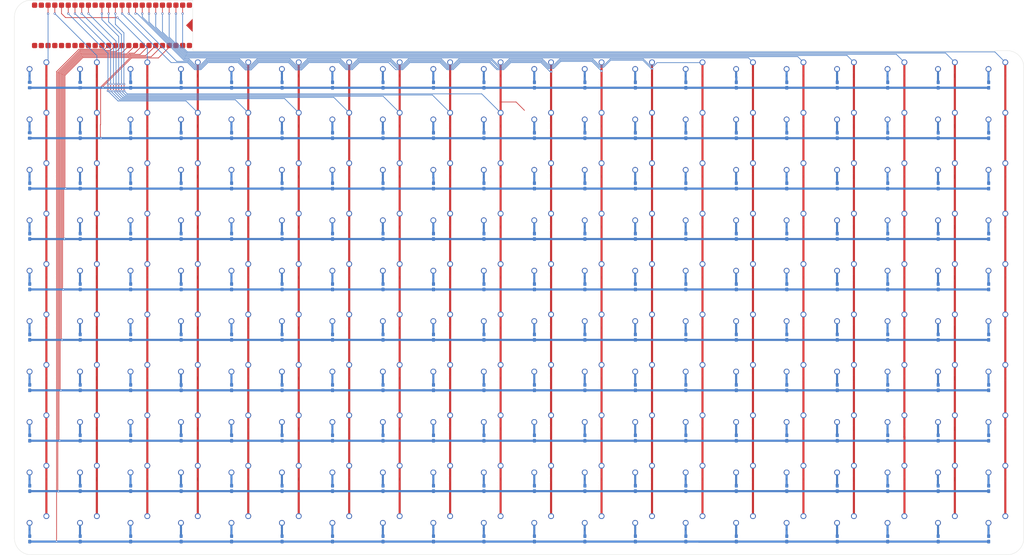
<source format=kicad_pcb>
(kicad_pcb (version 20211014) (generator pcbnew)
  (layers (0 "F.Cu" signal) (31 "B.Cu" signal) (34 "B.Paste" user) (35 "F.Paste" user) (36 "B.SilkS" user "B.Silkscreen") (37 "F.SilkS" user "F.Silkscreen") (38 "B.Mask" user) (39 "F.Mask" user) (44 "Edge.Cuts" user))
  (net 0 "")
  (net 1 "/c0")
  (net 2 "/c1")
  (net 3 "/c2")
  (net 4 "/c3")
  (net 5 "/c4")
  (net 6 "/c5")
  (net 7 "/c6")
  (net 8 "/c7")
  (net 9 "/c8")
  (net 10 "/c9")
  (net 11 "/c10")
  (net 12 "/c11")
  (net 13 "/c12")
  (net 14 "/c13")
  (net 15 "/c14")
  (net 16 "/c15")
  (net 17 "/c16")
  (net 18 "/c17")
  (net 19 "/c18")
  (net 20 "/c19")
  (net 21 "Net-(D1-Pad1)")
  (net 22 "/r0")
  (net 23 "Net-(D2-Pad1)")
  (net 24 "/r1")
  (net 25 "Net-(D3-Pad1)")
  (net 26 "/r2")
  (net 27 "Net-(D4-Pad1)")
  (net 28 "/r3")
  (net 29 "Net-(D5-Pad1)")
  (net 30 "/r4")
  (net 31 "Net-(D6-Pad1)")
  (net 32 "/r5")
  (net 33 "Net-(D7-Pad1)")
  (net 34 "/r6")
  (net 35 "Net-(D8-Pad1)")
  (net 36 "/r7")
  (net 37 "Net-(D9-Pad1)")
  (net 38 "/r8")
  (net 39 "Net-(D10-Pad1)")
  (net 40 "/r9")
  (net 41 "Net-(D11-Pad1)")
  (net 42 "Net-(D12-Pad1)")
  (net 43 "Net-(D13-Pad1)")
  (net 44 "Net-(D14-Pad1)")
  (net 45 "Net-(D15-Pad1)")
  (net 46 "Net-(D16-Pad1)")
  (net 47 "Net-(D17-Pad1)")
  (net 48 "Net-(D18-Pad1)")
  (net 49 "Net-(D19-Pad1)")
  (net 50 "Net-(D20-Pad1)")
  (net 51 "Net-(D21-Pad1)")
  (net 52 "Net-(D22-Pad1)")
  (net 53 "Net-(D23-Pad1)")
  (net 54 "Net-(D24-Pad1)")
  (net 55 "Net-(D25-Pad1)")
  (net 56 "Net-(D26-Pad1)")
  (net 57 "Net-(D27-Pad1)")
  (net 58 "Net-(D28-Pad1)")
  (net 59 "Net-(D29-Pad1)")
  (net 60 "Net-(D30-Pad1)")
  (net 61 "Net-(D31-Pad1)")
  (net 62 "Net-(D32-Pad1)")
  (net 63 "Net-(D33-Pad1)")
  (net 64 "Net-(D34-Pad1)")
  (net 65 "Net-(D35-Pad1)")
  (net 66 "Net-(D36-Pad1)")
  (net 67 "Net-(D37-Pad1)")
  (net 68 "Net-(D38-Pad1)")
  (net 69 "Net-(D39-Pad1)")
  (net 70 "Net-(D40-Pad1)")
  (net 71 "Net-(D41-Pad1)")
  (net 72 "Net-(D42-Pad1)")
  (net 73 "Net-(D43-Pad1)")
  (net 74 "Net-(D44-Pad1)")
  (net 75 "Net-(D45-Pad1)")
  (net 76 "Net-(D46-Pad1)")
  (net 77 "Net-(D47-Pad1)")
  (net 78 "Net-(D48-Pad1)")
  (net 79 "Net-(D49-Pad1)")
  (net 80 "Net-(D50-Pad1)")
  (net 81 "Net-(D51-Pad1)")
  (net 82 "Net-(D52-Pad1)")
  (net 83 "Net-(D53-Pad1)")
  (net 84 "Net-(D54-Pad1)")
  (net 85 "Net-(D55-Pad1)")
  (net 86 "Net-(D56-Pad1)")
  (net 87 "Net-(D57-Pad1)")
  (net 88 "Net-(D58-Pad1)")
  (net 89 "Net-(D59-Pad1)")
  (net 90 "Net-(D60-Pad1)")
  (net 91 "Net-(D61-Pad1)")
  (net 92 "Net-(D62-Pad1)")
  (net 93 "Net-(D63-Pad1)")
  (net 94 "Net-(D64-Pad1)")
  (net 95 "Net-(D65-Pad1)")
  (net 96 "Net-(D66-Pad1)")
  (net 97 "Net-(D67-Pad1)")
  (net 98 "Net-(D68-Pad1)")
  (net 99 "Net-(D69-Pad1)")
  (net 100 "Net-(D70-Pad1)")
  (net 101 "Net-(D71-Pad1)")
  (net 102 "Net-(D72-Pad1)")
  (net 103 "Net-(D73-Pad1)")
  (net 104 "Net-(D74-Pad1)")
  (net 105 "Net-(D75-Pad1)")
  (net 106 "Net-(D76-Pad1)")
  (net 107 "Net-(D77-Pad1)")
  (net 108 "Net-(D78-Pad1)")
  (net 109 "Net-(D79-Pad1)")
  (net 110 "Net-(D80-Pad1)")
  (net 111 "Net-(D81-Pad1)")
  (net 112 "Net-(D82-Pad1)")
  (net 113 "Net-(D83-Pad1)")
  (net 114 "Net-(D84-Pad1)")
  (net 115 "Net-(D85-Pad1)")
  (net 116 "Net-(D86-Pad1)")
  (net 117 "Net-(D87-Pad1)")
  (net 118 "Net-(D88-Pad1)")
  (net 119 "Net-(D89-Pad1)")
  (net 120 "Net-(D90-Pad1)")
  (net 121 "Net-(D91-Pad1)")
  (net 122 "Net-(D92-Pad1)")
  (net 123 "Net-(D93-Pad1)")
  (net 124 "Net-(D94-Pad1)")
  (net 125 "Net-(D95-Pad1)")
  (net 126 "Net-(D96-Pad1)")
  (net 127 "Net-(D97-Pad1)")
  (net 128 "Net-(D98-Pad1)")
  (net 129 "Net-(D99-Pad1)")
  (net 130 "Net-(D100-Pad1)")
  (net 131 "Net-(D101-Pad1)")
  (net 132 "Net-(D102-Pad1)")
  (net 133 "Net-(D103-Pad1)")
  (net 134 "Net-(D104-Pad1)")
  (net 135 "Net-(D105-Pad1)")
  (net 136 "Net-(D106-Pad1)")
  (net 137 "Net-(D107-Pad1)")
  (net 138 "Net-(D108-Pad1)")
  (net 139 "Net-(D109-Pad1)")
  (net 140 "Net-(D110-Pad1)")
  (net 141 "Net-(D111-Pad1)")
  (net 142 "Net-(D112-Pad1)")
  (net 143 "Net-(D113-Pad1)")
  (net 144 "Net-(D114-Pad1)")
  (net 145 "Net-(D115-Pad1)")
  (net 146 "Net-(D116-Pad1)")
  (net 147 "Net-(D117-Pad1)")
  (net 148 "Net-(D118-Pad1)")
  (net 149 "Net-(D119-Pad1)")
  (net 150 "Net-(D120-Pad1)")
  (net 151 "Net-(D121-Pad1)")
  (net 152 "Net-(D122-Pad1)")
  (net 153 "Net-(D123-Pad1)")
  (net 154 "Net-(D124-Pad1)")
  (net 155 "Net-(D125-Pad1)")
  (net 156 "Net-(D126-Pad1)")
  (net 157 "Net-(D127-Pad1)")
  (net 158 "Net-(D128-Pad1)")
  (net 159 "Net-(D129-Pad1)")
  (net 160 "Net-(D130-Pad1)")
  (net 161 "Net-(D131-Pad1)")
  (net 162 "Net-(D132-Pad1)")
  (net 163 "Net-(D133-Pad1)")
  (net 164 "Net-(D134-Pad1)")
  (net 165 "Net-(D135-Pad1)")
  (net 166 "Net-(D136-Pad1)")
  (net 167 "Net-(D137-Pad1)")
  (net 168 "Net-(D138-Pad1)")
  (net 169 "Net-(D139-Pad1)")
  (net 170 "Net-(D140-Pad1)")
  (net 171 "Net-(D141-Pad1)")
  (net 172 "Net-(D142-Pad1)")
  (net 173 "Net-(D143-Pad1)")
  (net 174 "Net-(D144-Pad1)")
  (net 175 "Net-(D145-Pad1)")
  (net 176 "Net-(D146-Pad1)")
  (net 177 "Net-(D147-Pad1)")
  (net 178 "Net-(D148-Pad1)")
  (net 179 "Net-(D149-Pad1)")
  (net 180 "Net-(D150-Pad1)")
  (net 181 "Net-(D151-Pad1)")
  (net 182 "Net-(D152-Pad1)")
  (net 183 "Net-(D153-Pad1)")
  (net 184 "Net-(D154-Pad1)")
  (net 185 "Net-(D155-Pad1)")
  (net 186 "Net-(D156-Pad1)")
  (net 187 "Net-(D157-Pad1)")
  (net 188 "Net-(D158-Pad1)")
  (net 189 "Net-(D159-Pad1)")
  (net 190 "Net-(D160-Pad1)")
  (net 191 "Net-(D161-Pad1)")
  (net 192 "Net-(D162-Pad1)")
  (net 193 "Net-(D163-Pad1)")
  (net 194 "Net-(D164-Pad1)")
  (net 195 "Net-(D165-Pad1)")
  (net 196 "Net-(D166-Pad1)")
  (net 197 "Net-(D167-Pad1)")
  (net 198 "Net-(D168-Pad1)")
  (net 199 "Net-(D169-Pad1)")
  (net 200 "Net-(D170-Pad1)")
  (net 201 "Net-(D171-Pad1)")
  (net 202 "Net-(D172-Pad1)")
  (net 203 "Net-(D173-Pad1)")
  (net 204 "Net-(D174-Pad1)")
  (net 205 "Net-(D175-Pad1)")
  (net 206 "Net-(D176-Pad1)")
  (net 207 "Net-(D177-Pad1)")
  (net 208 "Net-(D178-Pad1)")
  (net 209 "Net-(D179-Pad1)")
  (net 210 "Net-(D180-Pad1)")
  (net 211 "Net-(D181-Pad1)")
  (net 212 "Net-(D182-Pad1)")
  (net 213 "Net-(D183-Pad1)")
  (net 214 "Net-(D184-Pad1)")
  (net 215 "Net-(D185-Pad1)")
  (net 216 "Net-(D186-Pad1)")
  (net 217 "Net-(D187-Pad1)")
  (net 218 "Net-(D188-Pad1)")
  (net 219 "Net-(D189-Pad1)")
  (net 220 "Net-(D190-Pad1)")
  (net 221 "Net-(D191-Pad1)")
  (net 222 "Net-(D192-Pad1)")
  (net 223 "Net-(D193-Pad1)")
  (net 224 "Net-(D194-Pad1)")
  (net 225 "Net-(D195-Pad1)")
  (net 226 "Net-(D196-Pad1)")
  (net 227 "Net-(D197-Pad1)")
  (net 228 "Net-(D198-Pad1)")
  (net 229 "Net-(D199-Pad1)")
  (net 230 "Net-(D200-Pad1)")
  (footprint "Keyswitches:SW_Cherry_MX_1.00u_PCB_Alt_Origin" (layer "F.Cu") (at 247.015 100.33)
    (fp_text reference "SW124")
    (fp_text value "SW")
  )
  (footprint "Keyswitches:SW_Cherry_MX_1.00u_PCB_Alt_Origin" (layer "F.Cu") (at 37.465 43.18)
    (fp_text reference "SW11")
    (fp_text value "SW")
  )
  (footprint "Keyswitches:SW_Cherry_MX_1.00u_PCB_Alt_Origin" (layer "F.Cu") (at 227.965 81.28)
    (fp_text reference "SW113")
    (fp_text value "SW")
  )
  (footprint "Keyswitches:SW_Cherry_MX_1.00u_PCB_Alt_Origin" (layer "F.Cu") (at 227.965 195.58)
    (fp_text reference "SW119")
    (fp_text value "SW")
  )
  (footprint "Keyswitches:SW_Cherry_MX_1.00u_PCB_Alt_Origin" (layer "F.Cu") (at 37.465 62.23)
    (fp_text reference "SW12")
    (fp_text value "SW")
  )
  (footprint "Keyswitches:SW_Cherry_MX_1.00u_PCB_Alt_Origin" (layer "F.Cu") (at 132.715 195.58)
    (fp_text reference "SW69")
    (fp_text value "SW")
  )
  (footprint "Keyswitches:SW_Cherry_MX_1.00u_PCB_Alt_Origin" (layer "F.Cu") (at 189.865 195.58)
    (fp_text reference "SW99")
    (fp_text value "SW")
  )
  (footprint "Keyswitches:SW_Cherry_MX_1.00u_PCB_Alt_Origin" (layer "F.Cu") (at 37.465 176.53)
    (fp_text reference "SW18")
    (fp_text value "SW")
  )
  (footprint "Keyswitches:SW_Cherry_MX_1.00u_PCB_Alt_Origin" (layer "F.Cu") (at 323.215 119.38)
    (fp_text reference "SW165")
    (fp_text value "SW")
  )
  (footprint "Keyswitches:Teensy 3.6" (layer "F.Cu") (at 24.765 42.545 180)
    (fp_text reference "U1")
    (fp_text value "Teensy_3.6")
  )
  (footprint "Keyswitches:SW_Cherry_MX_1.00u_PCB_Alt_Origin" (layer "F.Cu") (at 37.465 214.63)
    (fp_text reference "SW20")
    (fp_text value "SW")
  )
  (footprint "Keyswitches:SW_Cherry_MX_1.00u_PCB_Alt_Origin" (layer "F.Cu") (at 323.215 138.43)
    (fp_text reference "SW166")
    (fp_text value "SW")
  )
  (footprint "Keyswitches:SW_Cherry_MX_1.00u_PCB_Alt_Origin" (layer "F.Cu") (at 304.165 100.33)
    (fp_text reference "SW154")
    (fp_text value "SW")
  )
  (footprint "Keyswitches:SW_Cherry_MX_1.00u_PCB_Alt_Origin" (layer "F.Cu") (at 227.965 62.23)
    (fp_text reference "SW112")
    (fp_text value "SW")
  )
  (footprint "Keyswitches:SW_Cherry_MX_1.00u_PCB_Alt_Origin" (layer "F.Cu") (at 247.015 176.53)
    (fp_text reference "SW128")
    (fp_text value "SW")
  )
  (footprint "Keyswitches:SW_Cherry_MX_1.00u_PCB_Alt_Origin" (layer "F.Cu") (at 18.415 157.48)
    (fp_text reference "SW7")
    (fp_text value "SW")
  )
  (footprint "Keyswitches:SW_Cherry_MX_1.00u_PCB_Alt_Origin" (layer "F.Cu") (at 266.065 100.33)
    (fp_text reference "SW134")
    (fp_text value "SW")
  )
  (footprint "Keyswitches:SW_Cherry_MX_1.00u_PCB_Alt_Origin" (layer "F.Cu") (at 132.715 214.63)
    (fp_text reference "SW70")
    (fp_text value "SW")
  )
  (footprint "Keyswitches:SW_Cherry_MX_1.00u_PCB_Alt_Origin" (layer "F.Cu") (at 170.815 43.18)
    (fp_text reference "SW81")
    (fp_text value "SW")
  )
  (footprint "Keyswitches:SW_Cherry_MX_1.00u_PCB_Alt_Origin" (layer "F.Cu") (at 189.865 157.48)
    (fp_text reference "SW97")
    (fp_text value "SW")
  )
  (footprint "Keyswitches:SW_Cherry_MX_1.00u_PCB_Alt_Origin" (layer "F.Cu") (at 266.065 119.38)
    (fp_text reference "SW135")
    (fp_text value "SW")
  )
  (footprint "Keyswitches:SW_Cherry_MX_1.00u_PCB_Alt_Origin" (layer "F.Cu") (at 75.565 138.43)
    (fp_text reference "SW36")
    (fp_text value "SW")
  )
  (footprint "Keyswitches:SW_Cherry_MX_1.00u_PCB_Alt_Origin" (layer "F.Cu") (at 56.515 138.43)
    (fp_text reference "SW26")
    (fp_text value "SW")
  )
  (footprint "Keyswitches:SW_Cherry_MX_1.00u_PCB_Alt_Origin" (layer "F.Cu") (at 170.815 214.63)
    (fp_text reference "SW90")
    (fp_text value "SW")
  )
  (footprint "Keyswitches:SW_Cherry_MX_1.00u_PCB_Alt_Origin" (layer "F.Cu") (at 285.115 195.58)
    (fp_text reference "SW149")
    (fp_text value "SW")
  )
  (footprint "Keyswitches:SW_Cherry_MX_1.00u_PCB_Alt_Origin" (layer "F.Cu") (at 380.365 195.58)
    (fp_text reference "SW199")
    (fp_text value "SW")
  )
  (footprint "Keyswitches:SW_Cherry_MX_1.00u_PCB_Alt_Origin" (layer "F.Cu") (at 18.415 176.53)
    (fp_text reference "SW8")
    (fp_text value "SW")
  )
  (footprint "Keyswitches:SW_Cherry_MX_1.00u_PCB_Alt_Origin" (layer "F.Cu") (at 75.565 157.48)
    (fp_text reference "SW37")
    (fp_text value "SW")
  )
  (footprint "Keyswitches:SW_Cherry_MX_1.00u_PCB_Alt_Origin" (layer "F.Cu") (at 342.265 195.58)
    (fp_text reference "SW179")
    (fp_text value "SW")
  )
  (footprint "Keyswitches:SW_Cherry_MX_1.00u_PCB_Alt_Origin" (layer "F.Cu") (at 56.515 119.38)
    (fp_text reference "SW25")
    (fp_text value "SW")
  )
  (footprint "Keyswitches:SW_Cherry_MX_1.00u_PCB_Alt_Origin" (layer "F.Cu") (at 304.165 138.43)
    (fp_text reference "SW156")
    (fp_text value "SW")
  )
  (footprint "Keyswitches:SW_Cherry_MX_1.00u_PCB_Alt_Origin" (layer "F.Cu") (at 151.765 119.38)
    (fp_text reference "SW75")
    (fp_text value "SW")
  )
  (footprint "Keyswitches:SW_Cherry_MX_1.00u_PCB_Alt_Origin" (layer "F.Cu") (at 208.915 81.28)
    (fp_text reference "SW103")
    (fp_text value "SW")
  )
  (footprint "Keyswitches:SW_Cherry_MX_1.00u_PCB_Alt_Origin" (layer "F.Cu") (at 227.965 100.33)
    (fp_text reference "SW114")
    (fp_text value "SW")
  )
  (footprint "Keyswitches:SW_Cherry_MX_1.00u_PCB_Alt_Origin" (layer "F.Cu") (at 170.815 157.48)
    (fp_text reference "SW87")
    (fp_text value "SW")
  )
  (footprint "Keyswitches:SW_Cherry_MX_1.00u_PCB_Alt_Origin" (layer "F.Cu") (at 56.515 100.33)
    (fp_text reference "SW24")
    (fp_text value "SW")
  )
  (footprint "Keyswitches:SW_Cherry_MX_1.00u_PCB_Alt_Origin" (layer "F.Cu") (at 151.765 43.18)
    (fp_text reference "SW71")
    (fp_text value "SW")
  )
  (footprint "Keyswitches:SW_Cherry_MX_1.00u_PCB_Alt_Origin" (layer "F.Cu") (at 18.415 62.23)
    (fp_text reference "SW2")
    (fp_text value "SW")
  )
  (footprint "Keyswitches:SW_Cherry_MX_1.00u_PCB_Alt_Origin" (layer "F.Cu") (at 75.565 100.33)
    (fp_text reference "SW34")
    (fp_text value "SW")
  )
  (footprint "Keyswitches:SW_Cherry_MX_1.00u_PCB_Alt_Origin" (layer "F.Cu") (at 151.765 157.48)
    (fp_text reference "SW77")
    (fp_text value "SW")
  )
  (footprint "Keyswitches:SW_Cherry_MX_1.00u_PCB_Alt_Origin" (layer "F.Cu") (at 227.965 119.38)
    (fp_text reference "SW115")
    (fp_text value "SW")
  )
  (footprint "Keyswitches:SW_Cherry_MX_1.00u_PCB_Alt_Origin" (layer "F.Cu") (at 304.165 176.53)
    (fp_text reference "SW158")
    (fp_text value "SW")
  )
  (footprint "Keyswitches:SW_Cherry_MX_1.00u_PCB_Alt_Origin" (layer "F.Cu") (at 380.365 214.63)
    (fp_text reference "SW200")
    (fp_text value "SW")
  )
  (footprint "Keyswitches:SW_Cherry_MX_1.00u_PCB_Alt_Origin" (layer "F.Cu") (at 285.115 62.23)
    (fp_text reference "SW142")
    (fp_text value "SW")
  )
  (footprint "Keyswitches:SW_Cherry_MX_1.00u_PCB_Alt_Origin" (layer "F.Cu") (at 56.515 195.58)
    (fp_text reference "SW29")
    (fp_text value "SW")
  )
  (footprint "Keyswitches:SW_Cherry_MX_1.00u_PCB_Alt_Origin" (layer "F.Cu") (at 323.215 100.33)
    (fp_text reference "SW164")
    (fp_text value "SW")
  )
  (footprint "Keyswitches:SW_Cherry_MX_1.00u_PCB_Alt_Origin" (layer "F.Cu") (at 285.115 119.38)
    (fp_text reference "SW145")
    (fp_text value "SW")
  )
  (footprint "Keyswitches:SW_Cherry_MX_1.00u_PCB_Alt_Origin" (layer "F.Cu") (at 342.265 214.63)
    (fp_text reference "SW180")
    (fp_text value "SW")
  )
  (footprint "Keyswitches:SW_Cherry_MX_1.00u_PCB_Alt_Origin" (layer "F.Cu") (at 342.265 176.53)
    (fp_text reference "SW178")
    (fp_text value "SW")
  )
  (footprint "Keyswitches:SW_Cherry_MX_1.00u_PCB_Alt_Origin" (layer "F.Cu") (at 170.815 138.43)
    (fp_text reference "SW86")
    (fp_text value "SW")
  )
  (footprint "Keyswitches:SW_Cherry_MX_1.00u_PCB_Alt_Origin" (layer "F.Cu") (at 247.015 62.23)
    (fp_text reference "SW122")
    (fp_text value "SW")
  )
  (footprint "Keyswitches:SW_Cherry_MX_1.00u_PCB_Alt_Origin" (layer "F.Cu") (at 189.865 100.33)
    (fp_text reference "SW94")
    (fp_text value "SW")
  )
  (footprint "Keyswitches:SW_Cherry_MX_1.00u_PCB_Alt_Origin" (layer "F.Cu") (at 208.915 43.18)
    (fp_text reference "SW101")
    (fp_text value "SW")
  )
  (footprint "Keyswitches:SW_Cherry_MX_1.00u_PCB_Alt_Origin" (layer "F.Cu") (at 151.765 100.33)
    (fp_text reference "SW74")
    (fp_text value "SW")
  )
  (footprint "Keyswitches:SW_Cherry_MX_1.00u_PCB_Alt_Origin" (layer "F.Cu") (at 342.265 157.48)
    (fp_text reference "SW177")
    (fp_text value "SW")
  )
  (footprint "Keyswitches:SW_Cherry_MX_1.00u_PCB_Alt_Origin" (layer "F.Cu") (at 227.965 176.53)
    (fp_text reference "SW118")
    (fp_text value "SW")
  )
  (footprint "Keyswitches:SW_Cherry_MX_1.00u_PCB_Alt_Origin" (layer "F.Cu") (at 285.115 43.18)
    (fp_text reference "SW141")
    (fp_text value "SW")
  )
  (footprint "Keyswitches:SW_Cherry_MX_1.00u_PCB_Alt_Origin" (layer "F.Cu") (at 342.265 81.28)
    (fp_text reference "SW173")
    (fp_text value "SW")
  )
  (footprint "Keyswitches:SW_Cherry_MX_1.00u_PCB_Alt_Origin" (layer "F.Cu") (at 75.565 119.38)
    (fp_text reference "SW35")
    (fp_text value "SW")
  )
  (footprint "Keyswitches:SW_Cherry_MX_1.00u_PCB_Alt_Origin" (layer "F.Cu") (at 37.465 138.43)
    (fp_text reference "SW16")
    (fp_text value "SW")
  )
  (footprint "Keyswitches:SW_Cherry_MX_1.00u_PCB_Alt_Origin" (layer "F.Cu") (at 189.865 81.28)
    (fp_text reference "SW93")
    (fp_text value "SW")
  )
  (footprint "Keyswitches:SW_Cherry_MX_1.00u_PCB_Alt_Origin" (layer "F.Cu") (at 18.415 100.33)
    (fp_text reference "SW4")
    (fp_text value "SW")
  )
  (footprint "Keyswitches:SW_Cherry_MX_1.00u_PCB_Alt_Origin" (layer "F.Cu") (at 323.215 43.18)
    (fp_text reference "SW161")
    (fp_text value "SW")
  )
  (footprint "Keyswitches:SW_Cherry_MX_1.00u_PCB_Alt_Origin" (layer "F.Cu") (at 227.965 157.48)
    (fp_text reference "SW117")
    (fp_text value "SW")
  )
  (footprint "Keyswitches:SW_Cherry_MX_1.00u_PCB_Alt_Origin" (layer "F.Cu") (at 323.215 62.23)
    (fp_text reference "SW162")
    (fp_text value "SW")
  )
  (footprint "Keyswitches:SW_Cherry_MX_1.00u_PCB_Alt_Origin" (layer "F.Cu") (at 113.665 195.58)
    (fp_text reference "SW59")
    (fp_text value "SW")
  )
  (footprint "Keyswitches:SW_Cherry_MX_1.00u_PCB_Alt_Origin" (layer "F.Cu") (at 380.365 62.23)
    (fp_text reference "SW192")
    (fp_text value "SW")
  )
  (footprint "Keyswitches:SW_Cherry_MX_1.00u_PCB_Alt_Origin" (layer "F.Cu") (at 342.265 138.43)
    (fp_text reference "SW176")
    (fp_text value "SW")
  )
  (footprint "Keyswitches:SW_Cherry_MX_1.00u_PCB_Alt_Origin" (layer "F.Cu") (at 266.065 138.43)
    (fp_text reference "SW136")
    (fp_text value "SW")
  )
  (footprint "Keyswitches:SW_Cherry_MX_1.00u_PCB_Alt_Origin" (layer "F.Cu") (at 380.365 176.53)
    (fp_text reference "SW198")
    (fp_text value "SW")
  )
  (footprint "Keyswitches:SW_Cherry_MX_1.00u_PCB_Alt_Origin" (layer "F.Cu") (at 247.015 214.63)
    (fp_text reference "SW130")
    (fp_text value "SW")
  )
  (footprint "Keyswitches:SW_Cherry_MX_1.00u_PCB_Alt_Origin" (layer "F.Cu") (at 94.615 119.38)
    (fp_text reference "SW45")
    (fp_text value "SW")
  )
  (footprint "Keyswitches:SW_Cherry_MX_1.00u_PCB_Alt_Origin" (layer "F.Cu") (at 189.865 119.38)
    (fp_text reference "SW95")
    (fp_text value "SW")
  )
  (footprint "Keyswitches:SW_Cherry_MX_1.00u_PCB_Alt_Origin" (layer "F.Cu") (at 361.315 176.53)
    (fp_text reference "SW188")
    (fp_text value "SW")
  )
  (footprint "Keyswitches:SW_Cherry_MX_1.00u_PCB_Alt_Origin" (layer "F.Cu") (at 151.765 62.23)
    (fp_text reference "SW72")
    (fp_text value "SW")
  )
  (footprint "Keyswitches:SW_Cherry_MX_1.00u_PCB_Alt_Origin" (layer "F.Cu") (at 266.065 43.18)
    (fp_text reference "SW131")
    (fp_text value "SW")
  )
  (footprint "Keyswitches:SW_Cherry_MX_1.00u_PCB_Alt_Origin" (layer "F.Cu") (at 56.515 43.18)
    (fp_text reference "SW21")
    (fp_text value "SW")
  )
  (footprint "Keyswitches:SW_Cherry_MX_1.00u_PCB_Alt_Origin" (layer "F.Cu") (at 94.615 214.63)
    (fp_text reference "SW50")
    (fp_text value "SW")
  )
  (footprint "Keyswitches:SW_Cherry_MX_1.00u_PCB_Alt_Origin" (layer "F.Cu") (at 170.815 195.58)
    (fp_text reference "SW89")
    (fp_text value "SW")
  )
  (footprint "Keyswitches:SW_Cherry_MX_1.00u_PCB_Alt_Origin" (layer "F.Cu") (at 323.215 214.63)
    (fp_text reference "SW170")
    (fp_text value "SW")
  )
  (footprint "Keyswitches:SW_Cherry_MX_1.00u_PCB_Alt_Origin" (layer "F.Cu") (at 75.565 214.63)
    (fp_text reference "SW40")
    (fp_text value "SW")
  )
  (footprint "Keyswitches:SW_Cherry_MX_1.00u_PCB_Alt_Origin" (layer "F.Cu") (at 361.315 214.63)
    (fp_text reference "SW190")
    (fp_text value "SW")
  )
  (footprint "Keyswitches:SW_Cherry_MX_1.00u_PCB_Alt_Origin" (layer "F.Cu") (at 323.215 195.58)
    (fp_text reference "SW169")
    (fp_text value "SW")
  )
  (footprint "Keyswitches:SW_Cherry_MX_1.00u_PCB_Alt_Origin" (layer "F.Cu") (at 113.665 43.18)
    (fp_text reference "SW51")
    (fp_text value "SW")
  )
  (footprint "Keyswitches:SW_Cherry_MX_1.00u_PCB_Alt_Origin" (layer "F.Cu") (at 189.865 62.23)
    (fp_text reference "SW92")
    (fp_text value "SW")
  )
  (footprint "Keyswitches:SW_Cherry_MX_1.00u_PCB_Alt_Origin" (layer "F.Cu") (at 151.765 214.63)
    (fp_text reference "SW80")
    (fp_text value "SW")
  )
  (footprint "Keyswitches:SW_Cherry_MX_1.00u_PCB_Alt_Origin" (layer "F.Cu") (at 247.015 43.18)
    (fp_text reference "SW121")
    (fp_text value "SW")
  )
  (footprint "Keyswitches:SW_Cherry_MX_1.00u_PCB_Alt_Origin" (layer "F.Cu") (at 208.915 119.38)
    (fp_text reference "SW105")
    (fp_text value "SW")
  )
  (footprint "Keyswitches:SW_Cherry_MX_1.00u_PCB_Alt_Origin" (layer "F.Cu") (at 266.065 62.23)
    (fp_text reference "SW132")
    (fp_text value "SW")
  )
  (footprint "Keyswitches:SW_Cherry_MX_1.00u_PCB_Alt_Origin" (layer "F.Cu") (at 37.465 100.33)
    (fp_text reference "SW14")
    (fp_text value "SW")
  )
  (footprint "Keyswitches:SW_Cherry_MX_1.00u_PCB_Alt_Origin" (layer "F.Cu") (at 151.765 195.58)
    (fp_text reference "SW79")
    (fp_text value "SW")
  )
  (footprint "Keyswitches:SW_Cherry_MX_1.00u_PCB_Alt_Origin" (layer "F.Cu") (at 75.565 62.23)
    (fp_text reference "SW32")
    (fp_text value "SW")
  )
  (footprint "Keyswitches:SW_Cherry_MX_1.00u_PCB_Alt_Origin" (layer "F.Cu") (at 285.115 214.63)
    (fp_text reference "SW150")
    (fp_text value "SW")
  )
  (footprint "Keyswitches:SW_Cherry_MX_1.00u_PCB_Alt_Origin" (layer "F.Cu") (at 113.665 176.53)
    (fp_text reference "SW58")
    (fp_text value "SW")
  )
  (footprint "Keyswitches:SW_Cherry_MX_1.00u_PCB_Alt_Origin" (layer "F.Cu") (at 342.265 119.38)
    (fp_text reference "SW175")
    (fp_text value "SW")
  )
  (footprint "Keyswitches:SW_Cherry_MX_1.00u_PCB_Alt_Origin" (layer "F.Cu") (at 132.715 176.53)
    (fp_text reference "SW68")
    (fp_text value "SW")
  )
  (footprint "Keyswitches:SW_Cherry_MX_1.00u_PCB_Alt_Origin" (layer "F.Cu") (at 266.065 157.48)
    (fp_text reference "SW137")
    (fp_text value "SW")
  )
  (footprint "Keyswitches:SW_Cherry_MX_1.00u_PCB_Alt_Origin" (layer "F.Cu") (at 75.565 81.28)
    (fp_text reference "SW33")
    (fp_text value "SW")
  )
  (footprint "Keyswitches:SW_Cherry_MX_1.00u_PCB_Alt_Origin" (layer "F.Cu") (at 380.365 157.48)
    (fp_text reference "SW197")
    (fp_text value "SW")
  )
  (footprint "Keyswitches:SW_Cherry_MX_1.00u_PCB_Alt_Origin" (layer "F.Cu") (at 266.065 81.28)
    (fp_text reference "SW133")
    (fp_text value "SW")
  )
  (footprint "Keyswitches:SW_Cherry_MX_1.00u_PCB_Alt_Origin" (layer "F.Cu") (at 361.315 195.58)
    (fp_text reference "SW189")
    (fp_text value "SW")
  )
  (footprint "Keyswitches:SW_Cherry_MX_1.00u_PCB_Alt_Origin" (layer "F.Cu") (at 94.615 81.28)
    (fp_text reference "SW43")
    (fp_text value "SW")
  )
  (footprint "Keyswitches:SW_Cherry_MX_1.00u_PCB_Alt_Origin" (layer "F.Cu") (at 285.115 81.28)
    (fp_text reference "SW143")
    (fp_text value "SW")
  )
  (footprint "Keyswitches:SW_Cherry_MX_1.00u_PCB_Alt_Origin" (layer "F.Cu") (at 266.065 214.63)
    (fp_text reference "SW140")
    (fp_text value "SW")
  )
  (footprint "Keyswitches:SW_Cherry_MX_1.00u_PCB_Alt_Origin" (layer "F.Cu") (at 94.615 138.43)
    (fp_text reference "SW46")
    (fp_text value "SW")
  )
  (footprint "Keyswitches:SW_Cherry_MX_1.00u_PCB_Alt_Origin" (layer "F.Cu") (at 208.915 62.23)
    (fp_text reference "SW102")
    (fp_text value "SW")
  )
  (footprint "Keyswitches:SW_Cherry_MX_1.00u_PCB_Alt_Origin" (layer "F.Cu") (at 113.665 81.28)
    (fp_text reference "SW53")
    (fp_text value "SW")
  )
  (footprint "Keyswitches:SW_Cherry_MX_1.00u_PCB_Alt_Origin" (layer "F.Cu") (at 75.565 195.58)
    (fp_text reference "SW39")
    (fp_text value "SW")
  )
  (footprint "Keyswitches:SW_Cherry_MX_1.00u_PCB_Alt_Origin" (layer "F.Cu") (at 323.215 157.48)
    (fp_text reference "SW167")
    (fp_text value "SW")
  )
  (footprint "Keyswitches:SW_Cherry_MX_1.00u_PCB_Alt_Origin" (layer "F.Cu") (at 75.565 43.18)
    (fp_text reference "SW31")
    (fp_text value "SW")
  )
  (footprint "Keyswitches:SW_Cherry_MX_1.00u_PCB_Alt_Origin" (layer "F.Cu") (at 18.415 119.38)
    (fp_text reference "SW5")
    (fp_text value "SW")
  )
  (footprint "Keyswitches:SW_Cherry_MX_1.00u_PCB_Alt_Origin" (layer "F.Cu") (at 132.715 119.38)
    (fp_text reference "SW65")
    (fp_text value "SW")
  )
  (footprint "Keyswitches:SW_Cherry_MX_1.00u_PCB_Alt_Origin" (layer "F.Cu") (at 323.215 176.53)
    (fp_text reference "SW168")
    (fp_text value "SW")
  )
  (footprint "Keyswitches:SW_Cherry_MX_1.00u_PCB_Alt_Origin" (layer "F.Cu") (at 227.965 214.63)
    (fp_text reference "SW120")
    (fp_text value "SW")
  )
  (footprint "Keyswitches:SW_Cherry_MX_1.00u_PCB_Alt_Origin" (layer "F.Cu") (at 18.415 81.28)
    (fp_text reference "SW3")
    (fp_text value "SW")
  )
  (footprint "Keyswitches:SW_Cherry_MX_1.00u_PCB_Alt_Origin" (layer "F.Cu") (at 342.265 43.18)
    (fp_text reference "SW171")
    (fp_text value "SW")
  )
  (footprint "Keyswitches:SW_Cherry_MX_1.00u_PCB_Alt_Origin" (layer "F.Cu") (at 380.365 81.28)
    (fp_text reference "SW193")
    (fp_text value "SW")
  )
  (footprint "Keyswitches:SW_Cherry_MX_1.00u_PCB_Alt_Origin" (layer "F.Cu") (at 380.365 138.43)
    (fp_text reference "SW196")
    (fp_text value "SW")
  )
  (footprint "Keyswitches:SW_Cherry_MX_1.00u_PCB_Alt_Origin" (layer "F.Cu") (at 37.465 157.48)
    (fp_text reference "SW17")
    (fp_text value "SW")
  )
  (footprint "Keyswitches:SW_Cherry_MX_1.00u_PCB_Alt_Origin" (layer "F.Cu") (at 18.415 43.18)
    (fp_text reference "SW1")
    (fp_text value "SW")
  )
  (footprint "Keyswitches:SW_Cherry_MX_1.00u_PCB_Alt_Origin" (layer "F.Cu") (at 208.915 195.58)
    (fp_text reference "SW109")
    (fp_text value "SW")
  )
  (footprint "Keyswitches:SW_Cherry_MX_1.00u_PCB_Alt_Origin" (layer "F.Cu") (at 170.815 176.53)
    (fp_text reference "SW88")
    (fp_text value "SW")
  )
  (footprint "Keyswitches:SW_Cherry_MX_1.00u_PCB_Alt_Origin" (layer "F.Cu") (at 247.015 119.38)
    (fp_text reference "SW125")
    (fp_text value "SW")
  )
  (footprint "Keyswitches:SW_Cherry_MX_1.00u_PCB_Alt_Origin" (layer "F.Cu") (at 304.165 195.58)
    (fp_text reference "SW159")
    (fp_text value "SW")
  )
  (footprint "Keyswitches:SW_Cherry_MX_1.00u_PCB_Alt_Origin" (layer "F.Cu") (at 94.615 62.23)
    (fp_text reference "SW42")
    (fp_text value "SW")
  )
  (footprint "Keyswitches:SW_Cherry_MX_1.00u_PCB_Alt_Origin" (layer "F.Cu") (at 285.115 157.48)
    (fp_text reference "SW147")
    (fp_text value "SW")
  )
  (footprint "Keyswitches:SW_Cherry_MX_1.00u_PCB_Alt_Origin" (layer "F.Cu") (at 94.615 100.33)
    (fp_text reference "SW44")
    (fp_text value "SW")
  )
  (footprint "Keyswitches:SW_Cherry_MX_1.00u_PCB_Alt_Origin" (layer "F.Cu") (at 18.415 195.58)
    (fp_text reference "SW9")
    (fp_text value "SW")
  )
  (footprint "Keyswitches:SW_Cherry_MX_1.00u_PCB_Alt_Origin" (layer "F.Cu") (at 304.165 43.18)
    (fp_text reference "SW151")
    (fp_text value "SW")
  )
  (footprint "Keyswitches:SW_Cherry_MX_1.00u_PCB_Alt_Origin" (layer "F.Cu") (at 113.665 214.63)
    (fp_text reference "SW60")
    (fp_text value "SW")
  )
  (footprint "Keyswitches:SW_Cherry_MX_1.00u_PCB_Alt_Origin" (layer "F.Cu") (at 227.965 43.18)
    (fp_text reference "SW111")
    (fp_text value "SW")
  )
  (footprint "Keyswitches:SW_Cherry_MX_1.00u_PCB_Alt_Origin" (layer "F.Cu") (at 208.915 176.53)
    (fp_text reference "SW108")
    (fp_text value "SW")
  )
  (footprint "Keyswitches:SW_Cherry_MX_1.00u_PCB_Alt_Origin" (layer "F.Cu") (at 189.865 138.43)
    (fp_text reference "SW96")
    (fp_text value "SW")
  )
  (footprint "Keyswitches:SW_Cherry_MX_1.00u_PCB_Alt_Origin" (layer "F.Cu") (at 304.165 62.23)
    (fp_text reference "SW152")
    (fp_text value "SW")
  )
  (footprint "Keyswitches:SW_Cherry_MX_1.00u_PCB_Alt_Origin" (layer "F.Cu") (at 56.515 62.23)
    (fp_text reference "SW22")
    (fp_text value "SW")
  )
  (footprint "Keyswitches:SW_Cherry_MX_1.00u_PCB_Alt_Origin" (layer "F.Cu") (at 113.665 62.23)
    (fp_text reference "SW52")
    (fp_text value "SW")
  )
  (footprint "Keyswitches:SW_Cherry_MX_1.00u_PCB_Alt_Origin" (layer "F.Cu") (at 132.715 157.48)
    (fp_text reference "SW67")
    (fp_text value "SW")
  )
  (footprint "Keyswitches:SW_Cherry_MX_1.00u_PCB_Alt_Origin" (layer "F.Cu") (at 247.015 81.28)
    (fp_text reference "SW123")
    (fp_text value "SW")
  )
  (footprint "Keyswitches:SW_Cherry_MX_1.00u_PCB_Alt_Origin" (layer "F.Cu") (at 132.715 43.18)
    (fp_text reference "SW61")
    (fp_text value "SW")
  )
  (footprint "Keyswitches:SW_Cherry_MX_1.00u_PCB_Alt_Origin" (layer "F.Cu") (at 94.615 157.48)
    (fp_text reference "SW47")
    (fp_text value "SW")
  )
  (footprint "Keyswitches:SW_Cherry_MX_1.00u_PCB_Alt_Origin" (layer "F.Cu") (at 380.365 100.33)
    (fp_text reference "SW194")
    (fp_text value "SW")
  )
  (footprint "Keyswitches:SW_Cherry_MX_1.00u_PCB_Alt_Origin" (layer "F.Cu") (at 170.815 81.28)
    (fp_text reference "SW83")
    (fp_text value "SW")
  )
  (footprint "Keyswitches:SW_Cherry_MX_1.00u_PCB_Alt_Origin" (layer "F.Cu") (at 208.915 214.63)
    (fp_text reference "SW110")
    (fp_text value "SW")
  )
  (footprint "Keyswitches:SW_Cherry_MX_1.00u_PCB_Alt_Origin" (layer "F.Cu") (at 266.065 195.58)
    (fp_text reference "SW139")
    (fp_text value "SW")
  )
  (footprint "Keyswitches:SW_Cherry_MX_1.00u_PCB_Alt_Origin" (layer "F.Cu") (at 132.715 100.33)
    (fp_text reference "SW64")
    (fp_text value "SW")
  )
  (footprint "Keyswitches:SW_Cherry_MX_1.00u_PCB_Alt_Origin" (layer "F.Cu") (at 56.515 176.53)
    (fp_text reference "SW28")
    (fp_text value "SW")
  )
  (footprint "Keyswitches:SW_Cherry_MX_1.00u_PCB_Alt_Origin" (layer "F.Cu") (at 56.515 157.48)
    (fp_text reference "SW27")
    (fp_text value "SW")
  )
  (footprint "Keyswitches:SW_Cherry_MX_1.00u_PCB_Alt_Origin" (layer "F.Cu") (at 113.665 157.48)
    (fp_text reference "SW57")
    (fp_text value "SW")
  )
  (footprint "Keyswitches:SW_Cherry_MX_1.00u_PCB_Alt_Origin" (layer "F.Cu") (at 189.865 214.63)
    (fp_text reference "SW100")
    (fp_text value "SW")
  )
  (footprint "Keyswitches:SW_Cherry_MX_1.00u_PCB_Alt_Origin" (layer "F.Cu") (at 208.915 157.48)
    (fp_text reference "SW107")
    (fp_text value "SW")
  )
  (footprint "Keyswitches:SW_Cherry_MX_1.00u_PCB_Alt_Origin" (layer "F.Cu") (at 342.265 62.23)
    (fp_text reference "SW172")
    (fp_text value "SW")
  )
  (footprint "Keyswitches:SW_Cherry_MX_1.00u_PCB_Alt_Origin" (layer "F.Cu") (at 132.715 138.43)
    (fp_text reference "SW66")
    (fp_text value "SW")
  )
  (footprint "Keyswitches:SW_Cherry_MX_1.00u_PCB_Alt_Origin" (layer "F.Cu") (at 247.015 157.48)
    (fp_text reference "SW127")
    (fp_text value "SW")
  )
  (footprint "Keyswitches:SW_Cherry_MX_1.00u_PCB_Alt_Origin" (layer "F.Cu") (at 113.665 119.38)
    (fp_text reference "SW55")
    (fp_text value "SW")
  )
  (footprint "Keyswitches:SW_Cherry_MX_1.00u_PCB_Alt_Origin" (layer "F.Cu") (at 94.615 195.58)
    (fp_text reference "SW49")
    (fp_text value "SW")
  )
  (footprint "Keyswitches:SW_Cherry_MX_1.00u_PCB_Alt_Origin" (layer "F.Cu") (at 361.315 43.18)
    (fp_text reference "SW181")
    (fp_text value "SW")
  )
  (footprint "Keyswitches:SW_Cherry_MX_1.00u_PCB_Alt_Origin" (layer "F.Cu") (at 304.165 119.38)
    (fp_text reference "SW155")
    (fp_text value "SW")
  )
  (footprint "Keyswitches:SW_Cherry_MX_1.00u_PCB_Alt_Origin" (layer "F.Cu") (at 361.315 119.38)
    (fp_text reference "SW185")
    (fp_text value "SW")
  )
  (footprint "Keyswitches:SW_Cherry_MX_1.00u_PCB_Alt_Origin" (layer "F.Cu") (at 18.415 138.43)
    (fp_text reference "SW6")
    (fp_text value "SW")
  )
  (footprint "Keyswitches:SW_Cherry_MX_1.00u_PCB_Alt_Origin" (layer "F.Cu") (at 361.315 138.43)
    (fp_text reference "SW186")
    (fp_text value "SW")
  )
  (footprint "Keyswitches:SW_Cherry_MX_1.00u_PCB_Alt_Origin" (layer "F.Cu") (at 304.165 157.48)
    (fp_text reference "SW157")
    (fp_text value "SW")
  )
  (footprint "Keyswitches:SW_Cherry_MX_1.00u_PCB_Alt_Origin" (layer "F.Cu") (at 94.615 43.18)
    (fp_text reference "SW41")
    (fp_text value "SW")
  )
  (footprint "Keyswitches:SW_Cherry_MX_1.00u_PCB_Alt_Origin" (layer "F.Cu") (at 247.015 138.43)
    (fp_text reference "SW126")
    (fp_text value "SW")
  )
  (footprint "Keyswitches:SW_Cherry_MX_1.00u_PCB_Alt_Origin" (layer "F.Cu") (at 151.765 176.53)
    (fp_text reference "SW78")
    (fp_text value "SW")
  )
  (footprint "Keyswitches:SW_Cherry_MX_1.00u_PCB_Alt_Origin" (layer "F.Cu") (at 227.965 138.43)
    (fp_text reference "SW116")
    (fp_text value "SW")
  )
  (footprint "Keyswitches:SW_Cherry_MX_1.00u_PCB_Alt_Origin" (layer "F.Cu") (at 285.115 100.33)
    (fp_text reference "SW144")
    (fp_text value "SW")
  )
  (footprint "Keyswitches:SW_Cherry_MX_1.00u_PCB_Alt_Origin" (layer "F.Cu") (at 380.365 119.38)
    (fp_text reference "SW195")
    (fp_text value "SW")
  )
  (footprint "Keyswitches:SW_Cherry_MX_1.00u_PCB_Alt_Origin" (layer "F.Cu") (at 56.515 214.63)
    (fp_text reference "SW30")
    (fp_text value "SW")
  )
  (footprint "Keyswitches:SW_Cherry_MX_1.00u_PCB_Alt_Origin" (layer "F.Cu") (at 132.715 62.23)
    (fp_text reference "SW62")
    (fp_text value "SW")
  )
  (footprint "Keyswitches:SW_Cherry_MX_1.00u_PCB_Alt_Origin" (layer "F.Cu") (at 189.865 176.53)
    (fp_text reference "SW98")
    (fp_text value "SW")
  )
  (footprint "Keyswitches:SW_Cherry_MX_1.00u_PCB_Alt_Origin" (layer "F.Cu") (at 94.615 176.53)
    (fp_text reference "SW48")
    (fp_text value "SW")
  )
  (footprint "Keyswitches:SW_Cherry_MX_1.00u_PCB_Alt_Origin" (layer "F.Cu") (at 37.465 119.38)
    (fp_text reference "SW15")
    (fp_text value "SW")
  )
  (footprint "Keyswitches:SW_Cherry_MX_1.00u_PCB_Alt_Origin" (layer "F.Cu") (at 285.115 138.43)
    (fp_text reference "SW146")
    (fp_text value "SW")
  )
  (footprint "Keyswitches:SW_Cherry_MX_1.00u_PCB_Alt_Origin" (layer "F.Cu") (at 361.315 81.28)
    (fp_text reference "SW183")
    (fp_text value "SW")
  )
  (footprint "Keyswitches:SW_Cherry_MX_1.00u_PCB_Alt_Origin" (layer "F.Cu") (at 361.315 100.33)
    (fp_text reference "SW184")
    (fp_text value "SW")
  )
  (footprint "Keyswitches:SW_Cherry_MX_1.00u_PCB_Alt_Origin" (layer "F.Cu") (at 266.065 176.53)
    (fp_text reference "SW138")
    (fp_text value "SW")
  )
  (footprint "Keyswitches:SW_Cherry_MX_1.00u_PCB_Alt_Origin" (layer "F.Cu") (at 342.265 100.33)
    (fp_text reference "SW174")
    (fp_text value "SW")
  )
  (footprint "Keyswitches:SW_Cherry_MX_1.00u_PCB_Alt_Origin" (layer "F.Cu") (at 361.315 157.48)
    (fp_text reference "SW187")
    (fp_text value "SW")
  )
  (footprint "Keyswitches:SW_Cherry_MX_1.00u_PCB_Alt_Origin" (layer "F.Cu") (at 380.365 43.18)
    (fp_text reference "SW191")
    (fp_text value "SW")
  )
  (footprint "Keyswitches:SW_Cherry_MX_1.00u_PCB_Alt_Origin" (layer "F.Cu") (at 56.515 81.28)
    (fp_text reference "SW23")
    (fp_text value "SW")
  )
  (footprint "Keyswitches:SW_Cherry_MX_1.00u_PCB_Alt_Origin" (layer "F.Cu") (at 151.765 138.43)
    (fp_text reference "SW76")
    (fp_text value "SW")
  )
  (footprint "Keyswitches:SW_Cherry_MX_1.00u_PCB_Alt_Origin" (layer "F.Cu") (at 189.865 43.18)
    (fp_text reference "SW91")
    (fp_text value "SW")
  )
  (footprint "Keyswitches:SW_Cherry_MX_1.00u_PCB_Alt_Origin" (layer "F.Cu") (at 113.665 138.43)
    (fp_text reference "SW56")
    (fp_text value "SW")
  )
  (footprint "Keyswitches:SW_Cherry_MX_1.00u_PCB_Alt_Origin" (layer "F.Cu") (at 113.665 100.33)
    (fp_text reference "SW54")
    (fp_text value "SW")
  )
  (footprint "Keyswitches:SW_Cherry_MX_1.00u_PCB_Alt_Origin" (layer "F.Cu") (at 361.315 62.23)
    (fp_text reference "SW182")
    (fp_text value "SW")
  )
  (footprint "Keyswitches:SW_Cherry_MX_1.00u_PCB_Alt_Origin" (layer "F.Cu") (at 37.465 195.58)
    (fp_text reference "SW19")
    (fp_text value "SW")
  )
  (footprint "Keyswitches:SW_Cherry_MX_1.00u_PCB_Alt_Origin" (layer "F.Cu") (at 151.765 81.28)
    (fp_text reference "SW73")
    (fp_text value "SW")
  )
  (footprint "Keyswitches:SW_Cherry_MX_1.00u_PCB_Alt_Origin" (layer "F.Cu") (at 247.015 195.58)
    (fp_text reference "SW129")
    (fp_text value "SW")
  )
  (footprint "Keyswitches:SW_Cherry_MX_1.00u_PCB_Alt_Origin" (layer "F.Cu") (at 18.415 214.63)
    (fp_text reference "SW10")
    (fp_text value "SW")
  )
  (footprint "Keyswitches:SW_Cherry_MX_1.00u_PCB_Alt_Origin" (layer "F.Cu") (at 285.115 176.53)
    (fp_text reference "SW148")
    (fp_text value "SW")
  )
  (footprint "Keyswitches:SW_Cherry_MX_1.00u_PCB_Alt_Origin" (layer "F.Cu") (at 208.915 100.33)
    (fp_text reference "SW104")
    (fp_text value "SW")
  )
  (footprint "Keyswitches:SW_Cherry_MX_1.00u_PCB_Alt_Origin" (layer "F.Cu") (at 304.165 81.28)
    (fp_text reference "SW153")
    (fp_text value "SW")
  )
  (footprint "Keyswitches:SW_Cherry_MX_1.00u_PCB_Alt_Origin" (layer "F.Cu") (at 37.465 81.28)
    (fp_text reference "SW13")
    (fp_text value "SW")
  )
  (footprint "Keyswitches:SW_Cherry_MX_1.00u_PCB_Alt_Origin" (layer "F.Cu") (at 170.815 119.38)
    (fp_text reference "SW85")
    (fp_text value "SW")
  )
  (footprint "Keyswitches:SW_Cherry_MX_1.00u_PCB_Alt_Origin" (layer "F.Cu") (at 304.165 214.63)
    (fp_text reference "SW160")
    (fp_text value "SW")
  )
  (footprint "Keyswitches:SW_Cherry_MX_1.00u_PCB_Alt_Origin" (layer "F.Cu") (at 75.565 176.53)
    (fp_text reference "SW38")
    (fp_text value "SW")
  )
  (footprint "Keyswitches:SW_Cherry_MX_1.00u_PCB_Alt_Origin" (layer "F.Cu") (at 170.815 62.23)
    (fp_text reference "SW82")
    (fp_text value "SW")
  )
  (footprint "Keyswitches:SW_Cherry_MX_1.00u_PCB_Alt_Origin" (layer "F.Cu") (at 323.215 81.28)
    (fp_text reference "SW163")
    (fp_text value "SW")
  )
  (footprint "Keyswitches:SW_Cherry_MX_1.00u_PCB_Alt_Origin" (layer "F.Cu") (at 132.715 81.28)
    (fp_text reference "SW63")
    (fp_text value "SW")
  )
  (footprint "Keyswitches:SW_Cherry_MX_1.00u_PCB_Alt_Origin" (layer "F.Cu") (at 208.915 138.43)
    (fp_text reference "SW106")
    (fp_text value "SW")
  )
  (footprint "Keyswitches:SW_Cherry_MX_1.00u_PCB_Alt_Origin" (layer "F.Cu") (at 170.815 100.33)
    (fp_text reference "SW84")
    (fp_text value "SW")
  )
  (footprint "Keyswitches:D_0805_2012Metric_Pad1.15x1.40mm_HandSolder_NoSilk" (layer "B.Cu") (at 213.995 92.71 -90)
    (fp_text reference "D103")
    (fp_text value "D")
  )
  (footprint "Keyswitches:D_0805_2012Metric_Pad1.15x1.40mm_HandSolder_NoSilk" (layer "B.Cu") (at 233.045 207.01 -90)
    (fp_text reference "D119")
    (fp_text value "D")
  )
  (footprint "Keyswitches:D_0805_2012Metric_Pad1.15x1.40mm_HandSolder_NoSilk" (layer "B.Cu") (at 347.345 54.61 -90)
    (fp_text reference "D171")
    (fp_text value "D")
  )
  (footprint "Keyswitches:D_0805_2012Metric_Pad1.15x1.40mm_HandSolder_NoSilk" (layer "B.Cu") (at 347.345 92.71 -90)
    (fp_text reference "D173")
    (fp_text value "D")
  )
  (footprint "Keyswitches:D_0805_2012Metric_Pad1.15x1.40mm_HandSolder_NoSilk" (layer "B.Cu") (at 328.295 130.81 -90)
    (fp_text reference "D165")
    (fp_text value "D")
  )
  (footprint "Keyswitches:D_0805_2012Metric_Pad1.15x1.40mm_HandSolder_NoSilk" (layer "B.Cu") (at 328.295 168.91 -90)
    (fp_text reference "D167")
    (fp_text value "D")
  )
  (footprint "Keyswitches:D_0805_2012Metric_Pad1.15x1.40mm_HandSolder_NoSilk" (layer "B.Cu") (at 194.945 207.01 -90)
    (fp_text reference "D99")
    (fp_text value "D")
  )
  (footprint "Keyswitches:D_0805_2012Metric_Pad1.15x1.40mm_HandSolder_NoSilk" (layer "B.Cu") (at 137.795 149.86 -90)
    (fp_text reference "D66")
    (fp_text value "D")
  )
  (footprint "Keyswitches:D_0805_2012Metric_Pad1.15x1.40mm_HandSolder_NoSilk" (layer "B.Cu") (at 118.745 111.76 -90)
    (fp_text reference "D54")
    (fp_text value "D")
  )
  (footprint "Keyswitches:D_0805_2012Metric_Pad1.15x1.40mm_HandSolder_NoSilk" (layer "B.Cu") (at 233.045 149.86 -90)
    (fp_text reference "D116")
    (fp_text value "D")
  )
  (footprint "Keyswitches:D_0805_2012Metric_Pad1.15x1.40mm_HandSolder_NoSilk" (layer "B.Cu") (at 347.345 187.959 -90)
    (fp_text reference "D178")
    (fp_text value "D")
  )
  (footprint "Keyswitches:D_0805_2012Metric_Pad1.15x1.40mm_HandSolder_NoSilk" (layer "B.Cu") (at 156.845 187.959 -90)
    (fp_text reference "D78")
    (fp_text value "D")
  )
  (footprint "Keyswitches:D_0805_2012Metric_Pad1.15x1.40mm_HandSolder_NoSilk" (layer "B.Cu") (at 213.995 54.61 -90)
    (fp_text reference "D101")
    (fp_text value "D")
  )
  (footprint "Keyswitches:D_0805_2012Metric_Pad1.15x1.40mm_HandSolder_NoSilk" (layer "B.Cu") (at 328.295 226.06 -90)
    (fp_text reference "D170")
    (fp_text value "D")
  )
  (footprint "Keyswitches:D_0805_2012Metric_Pad1.15x1.40mm_HandSolder_NoSilk" (layer "B.Cu") (at 42.545 54.61 -90)
    (fp_text reference "D11")
    (fp_text value "D")
  )
  (footprint "Keyswitches:D_0805_2012Metric_Pad1.15x1.40mm_HandSolder_NoSilk" (layer "B.Cu") (at 42.545 130.81 -90)
    (fp_text reference "D15")
    (fp_text value "D")
  )
  (footprint "Keyswitches:D_0805_2012Metric_Pad1.15x1.40mm_HandSolder_NoSilk" (layer "B.Cu") (at 366.395 130.81 -90)
    (fp_text reference "D185")
    (fp_text value "D")
  )
  (footprint "Keyswitches:D_0805_2012Metric_Pad1.15x1.40mm_HandSolder_NoSilk" (layer "B.Cu") (at 271.145 149.86 -90)
    (fp_text reference "D136")
    (fp_text value "D")
  )
  (footprint "Keyswitches:D_0805_2012Metric_Pad1.15x1.40mm_HandSolder_NoSilk" (layer "B.Cu") (at 271.145 187.959 -90)
    (fp_text reference "D138")
    (fp_text value "D")
  )
  (footprint "Keyswitches:D_0805_2012Metric_Pad1.15x1.40mm_HandSolder_NoSilk" (layer "B.Cu") (at 175.895 111.76 -90)
    (fp_text reference "D84")
    (fp_text value "D")
  )
  (footprint "Keyswitches:D_0805_2012Metric_Pad1.15x1.40mm_HandSolder_NoSilk" (layer "B.Cu") (at 347.345 111.76 -90)
    (fp_text reference "D174")
    (fp_text value "D")
  )
  (footprint "Keyswitches:D_0805_2012Metric_Pad1.15x1.40mm_HandSolder_NoSilk" (layer "B.Cu") (at 42.545 92.71 -90)
    (fp_text reference "D13")
    (fp_text value "D")
  )
  (footprint "Keyswitches:D_0805_2012Metric_Pad1.15x1.40mm_HandSolder_NoSilk" (layer "B.Cu") (at 213.995 168.91 -90)
    (fp_text reference "D107")
    (fp_text value "D")
  )
  (footprint "Keyswitches:D_0805_2012Metric_Pad1.15x1.40mm_HandSolder_NoSilk" (layer "B.Cu") (at 156.845 130.81 -90)
    (fp_text reference "D75")
    (fp_text value "D")
  )
  (footprint "Keyswitches:D_0805_2012Metric_Pad1.15x1.40mm_HandSolder_NoSilk" (layer "B.Cu") (at 290.195 92.71 -90)
    (fp_text reference "D143")
    (fp_text value "D")
  )
  (footprint "Keyswitches:D_0805_2012Metric_Pad1.15x1.40mm_HandSolder_NoSilk" (layer "B.Cu") (at 290.195 54.61 -90)
    (fp_text reference "D141")
    (fp_text value "D")
  )
  (footprint "Keyswitches:D_0805_2012Metric_Pad1.15x1.40mm_HandSolder_NoSilk" (layer "B.Cu") (at 347.345 73.66 -90)
    (fp_text reference "D172")
    (fp_text value "D")
  )
  (footprint "Keyswitches:D_0805_2012Metric_Pad1.15x1.40mm_HandSolder_NoSilk" (layer "B.Cu") (at 385.445 111.76 -90)
    (fp_text reference "D194")
    (fp_text value "D")
  )
  (footprint "Keyswitches:D_0805_2012Metric_Pad1.15x1.40mm_HandSolder_NoSilk" (layer "B.Cu") (at 137.795 226.06 -90)
    (fp_text reference "D70")
    (fp_text value "D")
  )
  (footprint "Keyswitches:D_0805_2012Metric_Pad1.15x1.40mm_HandSolder_NoSilk" (layer "B.Cu") (at 175.895 73.66 -90)
    (fp_text reference "D82")
    (fp_text value "D")
  )
  (footprint "Keyswitches:D_0805_2012Metric_Pad1.15x1.40mm_HandSolder_NoSilk" (layer "B.Cu") (at 42.545 111.76 -90)
    (fp_text reference "D14")
    (fp_text value "D")
  )
  (footprint "Keyswitches:D_0805_2012Metric_Pad1.15x1.40mm_HandSolder_NoSilk" (layer "B.Cu") (at 233.045 54.61 -90)
    (fp_text reference "D111")
    (fp_text value "D")
  )
  (footprint "Keyswitches:D_0805_2012Metric_Pad1.15x1.40mm_HandSolder_NoSilk" (layer "B.Cu") (at 194.945 226.06 -90)
    (fp_text reference "D100")
    (fp_text value "D")
  )
  (footprint "Keyswitches:D_0805_2012Metric_Pad1.15x1.40mm_HandSolder_NoSilk" (layer "B.Cu") (at 42.545 207.01 -90)
    (fp_text reference "D19")
    (fp_text value "D")
  )
  (footprint "Keyswitches:D_0805_2012Metric_Pad1.15x1.40mm_HandSolder_NoSilk" (layer "B.Cu") (at 99.695 111.76 -90)
    (fp_text reference "D44")
    (fp_text value "D")
  )
  (footprint "Keyswitches:D_0805_2012Metric_Pad1.15x1.40mm_HandSolder_NoSilk" (layer "B.Cu") (at 385.445 226.06 -90)
    (fp_text reference "D200")
    (fp_text value "D")
  )
  (footprint "Keyswitches:D_0805_2012Metric_Pad1.15x1.40mm_HandSolder_NoSilk" (layer "B.Cu") (at 252.095 207.01 -90)
    (fp_text reference "D129")
    (fp_text value "D")
  )
  (footprint "Keyswitches:D_0805_2012Metric_Pad1.15x1.40mm_HandSolder_NoSilk" (layer "B.Cu") (at 80.645 73.66 -90)
    (fp_text reference "D32")
    (fp_text value "D")
  )
  (footprint "Keyswitches:D_0805_2012Metric_Pad1.15x1.40mm_HandSolder_NoSilk" (layer "B.Cu") (at 80.645 187.959 -90)
    (fp_text reference "D38")
    (fp_text value "D")
  )
  (footprint "Keyswitches:D_0805_2012Metric_Pad1.15x1.40mm_HandSolder_NoSilk" (layer "B.Cu") (at 137.795 187.959 -90)
    (fp_text reference "D68")
    (fp_text value "D")
  )
  (footprint "Keyswitches:D_0805_2012Metric_Pad1.15x1.40mm_HandSolder_NoSilk" (layer "B.Cu") (at 42.545 168.91 -90)
    (fp_text reference "D17")
    (fp_text value "D")
  )
  (footprint "Keyswitches:D_0805_2012Metric_Pad1.15x1.40mm_HandSolder_NoSilk" (layer "B.Cu") (at 99.695 187.959 -90)
    (fp_text reference "D48")
    (fp_text value "D")
  )
  (footprint "Keyswitches:D_0805_2012Metric_Pad1.15x1.40mm_HandSolder_NoSilk" (layer "B.Cu") (at 233.045 73.66 -90)
    (fp_text reference "D112")
    (fp_text value "D")
  )
  (footprint "Keyswitches:D_0805_2012Metric_Pad1.15x1.40mm_HandSolder_NoSilk" (layer "B.Cu") (at 156.845 92.71 -90)
    (fp_text reference "D73")
    (fp_text value "D")
  )
  (footprint "Keyswitches:D_0805_2012Metric_Pad1.15x1.40mm_HandSolder_NoSilk" (layer "B.Cu") (at 309.245 226.06 -90)
    (fp_text reference "D160")
    (fp_text value "D")
  )
  (footprint "Keyswitches:D_0805_2012Metric_Pad1.15x1.40mm_HandSolder_NoSilk" (layer "B.Cu") (at 80.645 149.86 -90)
    (fp_text reference "D36")
    (fp_text value "D")
  )
  (footprint "Keyswitches:D_0805_2012Metric_Pad1.15x1.40mm_HandSolder_NoSilk" (layer "B.Cu") (at 347.345 226.06 -90)
    (fp_text reference "D180")
    (fp_text value "D")
  )
  (footprint "Keyswitches:D_0805_2012Metric_Pad1.15x1.40mm_HandSolder_NoSilk" (layer "B.Cu") (at 175.895 92.71 -90)
    (fp_text reference "D83")
    (fp_text value "D")
  )
  (footprint "Keyswitches:D_0805_2012Metric_Pad1.15x1.40mm_HandSolder_NoSilk" (layer "B.Cu") (at 118.745 149.86 -90)
    (fp_text reference "D56")
    (fp_text value "D")
  )
  (footprint "Keyswitches:D_0805_2012Metric_Pad1.15x1.40mm_HandSolder_NoSilk" (layer "B.Cu") (at 137.795 130.81 -90)
    (fp_text reference "D65")
    (fp_text value "D")
  )
  (footprint "Keyswitches:D_0805_2012Metric_Pad1.15x1.40mm_HandSolder_NoSilk" (layer "B.Cu") (at 194.945 111.76 -90)
    (fp_text reference "D94")
    (fp_text value "D")
  )
  (footprint "Keyswitches:D_0805_2012Metric_Pad1.15x1.40mm_HandSolder_NoSilk" (layer "B.Cu") (at 252.095 149.86 -90)
    (fp_text reference "D126")
    (fp_text value "D")
  )
  (footprint "Keyswitches:D_0805_2012Metric_Pad1.15x1.40mm_HandSolder_NoSilk" (layer "B.Cu") (at 309.245 73.66 -90)
    (fp_text reference "D152")
    (fp_text value "D")
  )
  (footprint "Keyswitches:D_0805_2012Metric_Pad1.15x1.40mm_HandSolder_NoSilk" (layer "B.Cu") (at 213.995 111.76 -90)
    (fp_text reference "D104")
    (fp_text value "D")
  )
  (footprint "Keyswitches:D_0805_2012Metric_Pad1.15x1.40mm_HandSolder_NoSilk" (layer "B.Cu") (at 23.495 187.959 -90)
    (fp_text reference "D8")
    (fp_text value "D")
  )
  (footprint "Keyswitches:D_0805_2012Metric_Pad1.15x1.40mm_HandSolder_NoSilk" (layer "B.Cu") (at 309.245 187.959 -90)
    (fp_text reference "D158")
    (fp_text value "D")
  )
  (footprint "Keyswitches:D_0805_2012Metric_Pad1.15x1.40mm_HandSolder_NoSilk" (layer "B.Cu") (at 252.095 54.61 -90)
    (fp_text reference "D121")
    (fp_text value "D")
  )
  (footprint "Keyswitches:D_0805_2012Metric_Pad1.15x1.40mm_HandSolder_NoSilk" (layer "B.Cu") (at 366.395 73.66 -90)
    (fp_text reference "D182")
    (fp_text value "D")
  )
  (footprint "Keyswitches:D_0805_2012Metric_Pad1.15x1.40mm_HandSolder_NoSilk" (layer "B.Cu") (at 99.695 168.91 -90)
    (fp_text reference "D47")
    (fp_text value "D")
  )
  (footprint "Keyswitches:D_0805_2012Metric_Pad1.15x1.40mm_HandSolder_NoSilk" (layer "B.Cu") (at 99.695 149.86 -90)
    (fp_text reference "D46")
    (fp_text value "D")
  )
  (footprint "Keyswitches:D_0805_2012Metric_Pad1.15x1.40mm_HandSolder_NoSilk" (layer "B.Cu") (at 271.145 92.71 -90)
    (fp_text reference "D133")
    (fp_text value "D")
  )
  (footprint "Keyswitches:D_0805_2012Metric_Pad1.15x1.40mm_HandSolder_NoSilk" (layer "B.Cu") (at 309.245 207.01 -90)
    (fp_text reference "D159")
    (fp_text value "D")
  )
  (footprint "Keyswitches:D_0805_2012Metric_Pad1.15x1.40mm_HandSolder_NoSilk" (layer "B.Cu") (at 194.945 187.959 -90)
    (fp_text reference "D98")
    (fp_text value "D")
  )
  (footprint "Keyswitches:D_0805_2012Metric_Pad1.15x1.40mm_HandSolder_NoSilk" (layer "B.Cu") (at 61.599 168.91 -90)
    (fp_text reference "D27")
    (fp_text value "D")
  )
  (footprint "Keyswitches:D_0805_2012Metric_Pad1.15x1.40mm_HandSolder_NoSilk" (layer "B.Cu") (at 61.599 111.76 -90)
    (fp_text reference "D24")
    (fp_text value "D")
  )
  (footprint "Keyswitches:D_0805_2012Metric_Pad1.15x1.40mm_HandSolder_NoSilk" (layer "B.Cu") (at 194.945 92.71 -90)
    (fp_text reference "D93")
    (fp_text value "D")
  )
  (footprint "Keyswitches:D_0805_2012Metric_Pad1.15x1.40mm_HandSolder_NoSilk" (layer "B.Cu") (at 233.045 168.91 -90)
    (fp_text reference "D117")
    (fp_text value "D")
  )
  (footprint "Keyswitches:D_0805_2012Metric_Pad1.15x1.40mm_HandSolder_NoSilk" (layer "B.Cu") (at 290.195 111.76 -90)
    (fp_text reference "D144")
    (fp_text value "D")
  )
  (footprint "Keyswitches:D_0805_2012Metric_Pad1.15x1.40mm_HandSolder_NoSilk" (layer "B.Cu") (at 23.495 130.81 -90)
    (fp_text reference "D5")
    (fp_text value "D")
  )
  (footprint "Keyswitches:D_0805_2012Metric_Pad1.15x1.40mm_HandSolder_NoSilk" (layer "B.Cu") (at 233.045 187.959 -90)
    (fp_text reference "D118")
    (fp_text value "D")
  )
  (footprint "Keyswitches:D_0805_2012Metric_Pad1.15x1.40mm_HandSolder_NoSilk" (layer "B.Cu") (at 290.195 73.66 -90)
    (fp_text reference "D142")
    (fp_text value "D")
  )
  (footprint "Keyswitches:D_0805_2012Metric_Pad1.15x1.40mm_HandSolder_NoSilk" (layer "B.Cu") (at 61.599 187.959 -90)
    (fp_text reference "D28")
    (fp_text value "D")
  )
  (footprint "Keyswitches:D_0805_2012Metric_Pad1.15x1.40mm_HandSolder_NoSilk" (layer "B.Cu") (at 118.745 73.66 -90)
    (fp_text reference "D52")
    (fp_text value "D")
  )
  (footprint "Keyswitches:D_0805_2012Metric_Pad1.15x1.40mm_HandSolder_NoSilk" (layer "B.Cu") (at 271.145 130.81 -90)
    (fp_text reference "D135")
    (fp_text value "D")
  )
  (footprint "Keyswitches:D_0805_2012Metric_Pad1.15x1.40mm_HandSolder_NoSilk" (layer "B.Cu") (at 61.599 92.71 -90)
    (fp_text reference "D23")
    (fp_text value "D")
  )
  (footprint "Keyswitches:D_0805_2012Metric_Pad1.15x1.40mm_HandSolder_NoSilk" (layer "B.Cu") (at 366.395 207.01 -90)
    (fp_text reference "D189")
    (fp_text value "D")
  )
  (footprint "Keyswitches:D_0805_2012Metric_Pad1.15x1.40mm_HandSolder_NoSilk" (layer "B.Cu") (at 118.745 130.81 -90)
    (fp_text reference "D55")
    (fp_text value "D")
  )
  (footprint "Keyswitches:D_0805_2012Metric_Pad1.15x1.40mm_HandSolder_NoSilk" (layer "B.Cu") (at 23.495 73.66 -90)
    (fp_text reference "D2")
    (fp_text value "D")
  )
  (footprint "Keyswitches:D_0805_2012Metric_Pad1.15x1.40mm_HandSolder_NoSilk" (layer "B.Cu") (at 23.495 92.71 -90)
    (fp_text reference "D3")
    (fp_text value "D")
  )
  (footprint "Keyswitches:D_0805_2012Metric_Pad1.15x1.40mm_HandSolder_NoSilk" (layer "B.Cu") (at 137.795 168.91 -90)
    (fp_text reference "D67")
    (fp_text value "D")
  )
  (footprint "Keyswitches:D_0805_2012Metric_Pad1.15x1.40mm_HandSolder_NoSilk" (layer "B.Cu") (at 213.995 207.01 -90)
    (fp_text reference "D109")
    (fp_text value "D")
  )
  (footprint "Keyswitches:D_0805_2012Metric_Pad1.15x1.40mm_HandSolder_NoSilk" (layer "B.Cu") (at 99.695 92.71 -90)
    (fp_text reference "D43")
    (fp_text value "D")
  )
  (footprint "Keyswitches:D_0805_2012Metric_Pad1.15x1.40mm_HandSolder_NoSilk" (layer "B.Cu") (at 366.395 187.959 -90)
    (fp_text reference "D188")
    (fp_text value "D")
  )
  (footprint "Keyswitches:D_0805_2012Metric_Pad1.15x1.40mm_HandSolder_NoSilk" (layer "B.Cu") (at 80.645 207.01 -90)
    (fp_text reference "D39")
    (fp_text value "D")
  )
  (footprint "Keyswitches:D_0805_2012Metric_Pad1.15x1.40mm_HandSolder_NoSilk" (layer "B.Cu") (at 213.995 73.66 -90)
    (fp_text reference "D102")
    (fp_text value "D")
  )
  (footprint "Keyswitches:D_0805_2012Metric_Pad1.15x1.40mm_HandSolder_NoSilk" (layer "B.Cu") (at 156.845 149.86 -90)
    (fp_text reference "D76")
    (fp_text value "D")
  )
  (footprint "Keyswitches:D_0805_2012Metric_Pad1.15x1.40mm_HandSolder_NoSilk" (layer "B.Cu") (at 137.795 54.61 -90)
    (fp_text reference "D61")
    (fp_text value "D")
  )
  (footprint "Keyswitches:D_0805_2012Metric_Pad1.15x1.40mm_HandSolder_NoSilk" (layer "B.Cu") (at 385.445 168.91 -90)
    (fp_text reference "D197")
    (fp_text value "D")
  )
  (footprint "Keyswitches:D_0805_2012Metric_Pad1.15x1.40mm_HandSolder_NoSilk" (layer "B.Cu") (at 213.995 149.86 -90)
    (fp_text reference "D106")
    (fp_text value "D")
  )
  (footprint "Keyswitches:D_0805_2012Metric_Pad1.15x1.40mm_HandSolder_NoSilk" (layer "B.Cu") (at 23.495 168.91 -90)
    (fp_text reference "D7")
    (fp_text value "D")
  )
  (footprint "Keyswitches:D_0805_2012Metric_Pad1.15x1.40mm_HandSolder_NoSilk" (layer "B.Cu") (at 213.995 226.06 -90)
    (fp_text reference "D110")
    (fp_text value "D")
  )
  (footprint "Keyswitches:D_0805_2012Metric_Pad1.15x1.40mm_HandSolder_NoSilk" (layer "B.Cu") (at 252.095 111.76 -90)
    (fp_text reference "D124")
    (fp_text value "D")
  )
  (footprint "Keyswitches:D_0805_2012Metric_Pad1.15x1.40mm_HandSolder_NoSilk" (layer "B.Cu") (at 309.245 168.91 -90)
    (fp_text reference "D157")
    (fp_text value "D")
  )
  (footprint "Keyswitches:D_0805_2012Metric_Pad1.15x1.40mm_HandSolder_NoSilk" (layer "B.Cu") (at 233.045 130.81 -90)
    (fp_text reference "D115")
    (fp_text value "D")
  )
  (footprint "Keyswitches:D_0805_2012Metric_Pad1.15x1.40mm_HandSolder_NoSilk" (layer "B.Cu") (at 309.245 92.71 -90)
    (fp_text reference "D153")
    (fp_text value "D")
  )
  (footprint "Keyswitches:D_0805_2012Metric_Pad1.15x1.40mm_HandSolder_NoSilk" (layer "B.Cu") (at 23.495 54.61 -90)
    (fp_text reference "D1")
    (fp_text value "D")
  )
  (footprint "Keyswitches:D_0805_2012Metric_Pad1.15x1.40mm_HandSolder_NoSilk" (layer "B.Cu") (at 385.445 130.81 -90)
    (fp_text reference "D195")
    (fp_text value "D")
  )
  (footprint "Keyswitches:D_0805_2012Metric_Pad1.15x1.40mm_HandSolder_NoSilk" (layer "B.Cu") (at 385.445 54.61 -90)
    (fp_text reference "D191")
    (fp_text value "D")
  )
  (footprint "Keyswitches:D_0805_2012Metric_Pad1.15x1.40mm_HandSolder_NoSilk" (layer "B.Cu") (at 175.895 207.01 -90)
    (fp_text reference "D89")
    (fp_text value "D")
  )
  (footprint "Keyswitches:D_0805_2012Metric_Pad1.15x1.40mm_HandSolder_NoSilk" (layer "B.Cu") (at 252.095 226.06 -90)
    (fp_text reference "D130")
    (fp_text value "D")
  )
  (footprint "Keyswitches:D_0805_2012Metric_Pad1.15x1.40mm_HandSolder_NoSilk" (layer "B.Cu") (at 137.795 73.66 -90)
    (fp_text reference "D62")
    (fp_text value "D")
  )
  (footprint "Keyswitches:D_0805_2012Metric_Pad1.15x1.40mm_HandSolder_NoSilk" (layer "B.Cu") (at 366.395 54.61 -90)
    (fp_text reference "D181")
    (fp_text value "D")
  )
  (footprint "Keyswitches:D_0805_2012Metric_Pad1.15x1.40mm_HandSolder_NoSilk" (layer "B.Cu") (at 328.295 54.61 -90)
    (fp_text reference "D161")
    (fp_text value "D")
  )
  (footprint "Keyswitches:D_0805_2012Metric_Pad1.15x1.40mm_HandSolder_NoSilk" (layer "B.Cu") (at 213.995 187.959 -90)
    (fp_text reference "D108")
    (fp_text value "D")
  )
  (footprint "Keyswitches:D_0805_2012Metric_Pad1.15x1.40mm_HandSolder_NoSilk" (layer "B.Cu") (at 366.395 92.71 -90)
    (fp_text reference "D183")
    (fp_text value "D")
  )
  (footprint "Keyswitches:D_0805_2012Metric_Pad1.15x1.40mm_HandSolder_NoSilk" (layer "B.Cu") (at 118.745 168.91 -90)
    (fp_text reference "D57")
    (fp_text value "D")
  )
  (footprint "Keyswitches:D_0805_2012Metric_Pad1.15x1.40mm_HandSolder_NoSilk" (layer "B.Cu") (at 156.845 111.76 -90)
    (fp_text reference "D74")
    (fp_text value "D")
  )
  (footprint "Keyswitches:D_0805_2012Metric_Pad1.15x1.40mm_HandSolder_NoSilk" (layer "B.Cu") (at 366.395 168.91 -90)
    (fp_text reference "D187")
    (fp_text value "D")
  )
  (footprint "Keyswitches:D_0805_2012Metric_Pad1.15x1.40mm_HandSolder_NoSilk" (layer "B.Cu") (at 61.599 149.86 -90)
    (fp_text reference "D26")
    (fp_text value "D")
  )
  (footprint "Keyswitches:D_0805_2012Metric_Pad1.15x1.40mm_HandSolder_NoSilk" (layer "B.Cu") (at 175.895 54.61 -90)
    (fp_text reference "D81")
    (fp_text value "D")
  )
  (footprint "Keyswitches:D_0805_2012Metric_Pad1.15x1.40mm_HandSolder_NoSilk" (layer "B.Cu") (at 290.195 149.86 -90)
    (fp_text reference "D146")
    (fp_text value "D")
  )
  (footprint "Keyswitches:D_0805_2012Metric_Pad1.15x1.40mm_HandSolder_NoSilk" (layer "B.Cu") (at 118.745 92.71 -90)
    (fp_text reference "D53")
    (fp_text value "D")
  )
  (footprint "Keyswitches:D_0805_2012Metric_Pad1.15x1.40mm_HandSolder_NoSilk" (layer "B.Cu") (at 42.545 226.06 -90)
    (fp_text reference "D20")
    (fp_text value "D")
  )
  (footprint "Keyswitches:D_0805_2012Metric_Pad1.15x1.40mm_HandSolder_NoSilk" (layer "B.Cu") (at 61.599 54.61 -90)
    (fp_text reference "D21")
    (fp_text value "D")
  )
  (footprint "Keyswitches:D_0805_2012Metric_Pad1.15x1.40mm_HandSolder_NoSilk" (layer "B.Cu") (at 99.695 226.06 -90)
    (fp_text reference "D50")
    (fp_text value "D")
  )
  (footprint "Keyswitches:D_0805_2012Metric_Pad1.15x1.40mm_HandSolder_NoSilk" (layer "B.Cu") (at 366.395 111.76 -90)
    (fp_text reference "D184")
    (fp_text value "D")
  )
  (footprint "Keyswitches:D_0805_2012Metric_Pad1.15x1.40mm_HandSolder_NoSilk" (layer "B.Cu") (at 61.599 130.81 -90)
    (fp_text reference "D25")
    (fp_text value "D")
  )
  (footprint "Keyswitches:D_0805_2012Metric_Pad1.15x1.40mm_HandSolder_NoSilk" (layer "B.Cu") (at 194.945 130.81 -90)
    (fp_text reference "D95")
    (fp_text value "D")
  )
  (footprint "Keyswitches:D_0805_2012Metric_Pad1.15x1.40mm_HandSolder_NoSilk" (layer "B.Cu") (at 137.795 207.01 -90)
    (fp_text reference "D69")
    (fp_text value "D")
  )
  (footprint "Keyswitches:D_0805_2012Metric_Pad1.15x1.40mm_HandSolder_NoSilk" (layer "B.Cu") (at 328.295 149.86 -90)
    (fp_text reference "D166")
    (fp_text value "D")
  )
  (footprint "Keyswitches:D_0805_2012Metric_Pad1.15x1.40mm_HandSolder_NoSilk" (layer "B.Cu") (at 194.945 54.61 -90)
    (fp_text reference "D91")
    (fp_text value "D")
  )
  (footprint "Keyswitches:D_0805_2012Metric_Pad1.15x1.40mm_HandSolder_NoSilk" (layer "B.Cu") (at 252.095 92.71 -90)
    (fp_text reference "D123")
    (fp_text value "D")
  )
  (footprint "Keyswitches:D_0805_2012Metric_Pad1.15x1.40mm_HandSolder_NoSilk" (layer "B.Cu") (at 366.395 149.86 -90)
    (fp_text reference "D186")
    (fp_text value "D")
  )
  (footprint "Keyswitches:D_0805_2012Metric_Pad1.15x1.40mm_HandSolder_NoSilk" (layer "B.Cu") (at 118.745 54.61 -90)
    (fp_text reference "D51")
    (fp_text value "D")
  )
  (footprint "Keyswitches:D_0805_2012Metric_Pad1.15x1.40mm_HandSolder_NoSilk" (layer "B.Cu") (at 80.645 111.76 -90)
    (fp_text reference "D34")
    (fp_text value "D")
  )
  (footprint "Keyswitches:D_0805_2012Metric_Pad1.15x1.40mm_HandSolder_NoSilk" (layer "B.Cu") (at 271.145 207.01 -90)
    (fp_text reference "D139")
    (fp_text value "D")
  )
  (footprint "Keyswitches:D_0805_2012Metric_Pad1.15x1.40mm_HandSolder_NoSilk" (layer "B.Cu") (at 385.445 73.66 -90)
    (fp_text reference "D192")
    (fp_text value "D")
  )
  (footprint "Keyswitches:D_0805_2012Metric_Pad1.15x1.40mm_HandSolder_NoSilk" (layer "B.Cu") (at 290.195 226.06 -90)
    (fp_text reference "D150")
    (fp_text value "D")
  )
  (footprint "Keyswitches:D_0805_2012Metric_Pad1.15x1.40mm_HandSolder_NoSilk" (layer "B.Cu") (at 252.095 168.91 -90)
    (fp_text reference "D127")
    (fp_text value "D")
  )
  (footprint "Keyswitches:D_0805_2012Metric_Pad1.15x1.40mm_HandSolder_NoSilk" (layer "B.Cu") (at 385.445 92.71 -90)
    (fp_text reference "D193")
    (fp_text value "D")
  )
  (footprint "Keyswitches:D_0805_2012Metric_Pad1.15x1.40mm_HandSolder_NoSilk" (layer "B.Cu") (at 175.895 168.91 -90)
    (fp_text reference "D87")
    (fp_text value "D")
  )
  (footprint "Keyswitches:D_0805_2012Metric_Pad1.15x1.40mm_HandSolder_NoSilk" (layer "B.Cu") (at 233.045 92.71 -90)
    (fp_text reference "D113")
    (fp_text value "D")
  )
  (footprint "Keyswitches:D_0805_2012Metric_Pad1.15x1.40mm_HandSolder_NoSilk" (layer "B.Cu") (at 156.845 54.61 -90)
    (fp_text reference "D71")
    (fp_text value "D")
  )
  (footprint "Keyswitches:D_0805_2012Metric_Pad1.15x1.40mm_HandSolder_NoSilk" (layer "B.Cu") (at 328.295 111.76 -90)
    (fp_text reference "D164")
    (fp_text value "D")
  )
  (footprint "Keyswitches:D_0805_2012Metric_Pad1.15x1.40mm_HandSolder_NoSilk" (layer "B.Cu") (at 290.195 168.91 -90)
    (fp_text reference "D147")
    (fp_text value "D")
  )
  (footprint "Keyswitches:D_0805_2012Metric_Pad1.15x1.40mm_HandSolder_NoSilk" (layer "B.Cu") (at 61.599 226.06 -90)
    (fp_text reference "D30")
    (fp_text value "D")
  )
  (footprint "Keyswitches:D_0805_2012Metric_Pad1.15x1.40mm_HandSolder_NoSilk" (layer "B.Cu") (at 233.045 111.76 -90)
    (fp_text reference "D114")
    (fp_text value "D")
  )
  (footprint "Keyswitches:D_0805_2012Metric_Pad1.15x1.40mm_HandSolder_NoSilk" (layer "B.Cu") (at 175.895 130.81 -90)
    (fp_text reference "D85")
    (fp_text value "D")
  )
  (footprint "Keyswitches:D_0805_2012Metric_Pad1.15x1.40mm_HandSolder_NoSilk" (layer "B.Cu") (at 156.845 226.06 -90)
    (fp_text reference "D80")
    (fp_text value "D")
  )
  (footprint "Keyswitches:D_0805_2012Metric_Pad1.15x1.40mm_HandSolder_NoSilk" (layer "B.Cu") (at 137.795 92.71 -90)
    (fp_text reference "D63")
    (fp_text value "D")
  )
  (footprint "Keyswitches:D_0805_2012Metric_Pad1.15x1.40mm_HandSolder_NoSilk" (layer "B.Cu") (at 271.145 73.66 -90)
    (fp_text reference "D132")
    (fp_text value "D")
  )
  (footprint "Keyswitches:D_0805_2012Metric_Pad1.15x1.40mm_HandSolder_NoSilk" (layer "B.Cu") (at 366.395 226.06 -90)
    (fp_text reference "D190")
    (fp_text value "D")
  )
  (footprint "Keyswitches:D_0805_2012Metric_Pad1.15x1.40mm_HandSolder_NoSilk" (layer "B.Cu") (at 80.645 92.71 -90)
    (fp_text reference "D33")
    (fp_text value "D")
  )
  (footprint "Keyswitches:D_0805_2012Metric_Pad1.15x1.40mm_HandSolder_NoSilk" (layer "B.Cu") (at 252.095 73.66 -90)
    (fp_text reference "D122")
    (fp_text value "D")
  )
  (footprint "Keyswitches:D_0805_2012Metric_Pad1.15x1.40mm_HandSolder_NoSilk" (layer "B.Cu") (at 194.945 168.91 -90)
    (fp_text reference "D97")
    (fp_text value "D")
  )
  (footprint "Keyswitches:D_0805_2012Metric_Pad1.15x1.40mm_HandSolder_NoSilk" (layer "B.Cu") (at 347.345 149.86 -90)
    (fp_text reference "D176")
    (fp_text value "D")
  )
  (footprint "Keyswitches:D_0805_2012Metric_Pad1.15x1.40mm_HandSolder_NoSilk" (layer "B.Cu") (at 233.045 226.06 -90)
    (fp_text reference "D120")
    (fp_text value "D")
  )
  (footprint "Keyswitches:D_0805_2012Metric_Pad1.15x1.40mm_HandSolder_NoSilk" (layer "B.Cu") (at 385.445 149.86 -90)
    (fp_text reference "D196")
    (fp_text value "D")
  )
  (footprint "Keyswitches:D_0805_2012Metric_Pad1.15x1.40mm_HandSolder_NoSilk" (layer "B.Cu") (at 42.545 187.959 -90)
    (fp_text reference "D18")
    (fp_text value "D")
  )
  (footprint "Keyswitches:D_0805_2012Metric_Pad1.15x1.40mm_HandSolder_NoSilk" (layer "B.Cu") (at 328.295 187.959 -90)
    (fp_text reference "D168")
    (fp_text value "D")
  )
  (footprint "Keyswitches:D_0805_2012Metric_Pad1.15x1.40mm_HandSolder_NoSilk" (layer "B.Cu") (at 271.145 111.76 -90)
    (fp_text reference "D134")
    (fp_text value "D")
  )
  (footprint "Keyswitches:D_0805_2012Metric_Pad1.15x1.40mm_HandSolder_NoSilk" (layer "B.Cu") (at 385.445 207.01 -90)
    (fp_text reference "D199")
    (fp_text value "D")
  )
  (footprint "Keyswitches:D_0805_2012Metric_Pad1.15x1.40mm_HandSolder_NoSilk" (layer "B.Cu") (at 118.745 187.959 -90)
    (fp_text reference "D58")
    (fp_text value "D")
  )
  (footprint "Keyswitches:D_0805_2012Metric_Pad1.15x1.40mm_HandSolder_NoSilk" (layer "B.Cu") (at 23.495 111.76 -90)
    (fp_text reference "D4")
    (fp_text value "D")
  )
  (footprint "Keyswitches:D_0805_2012Metric_Pad1.15x1.40mm_HandSolder_NoSilk" (layer "B.Cu") (at 328.295 92.71 -90)
    (fp_text reference "D163")
    (fp_text value "D")
  )
  (footprint "Keyswitches:D_0805_2012Metric_Pad1.15x1.40mm_HandSolder_NoSilk" (layer "B.Cu") (at 99.695 207.01 -90)
    (fp_text reference "D49")
    (fp_text value "D")
  )
  (footprint "Keyswitches:D_0805_2012Metric_Pad1.15x1.40mm_HandSolder_NoSilk" (layer "B.Cu") (at 328.295 73.66 -90)
    (fp_text reference "D162")
    (fp_text value "D")
  )
  (footprint "Keyswitches:D_0805_2012Metric_Pad1.15x1.40mm_HandSolder_NoSilk" (layer "B.Cu") (at 175.895 149.86 -90)
    (fp_text reference "D86")
    (fp_text value "D")
  )
  (footprint "Keyswitches:D_0805_2012Metric_Pad1.15x1.40mm_HandSolder_NoSilk" (layer "B.Cu") (at 175.895 226.06 -90)
    (fp_text reference "D90")
    (fp_text value "D")
  )
  (footprint "Keyswitches:D_0805_2012Metric_Pad1.15x1.40mm_HandSolder_NoSilk" (layer "B.Cu") (at 309.245 54.61 -90)
    (fp_text reference "D151")
    (fp_text value "D")
  )
  (footprint "Keyswitches:D_0805_2012Metric_Pad1.15x1.40mm_HandSolder_NoSilk" (layer "B.Cu") (at 290.195 207.01 -90)
    (fp_text reference "D149")
    (fp_text value "D")
  )
  (footprint "Keyswitches:D_0805_2012Metric_Pad1.15x1.40mm_HandSolder_NoSilk" (layer "B.Cu") (at 156.845 168.91 -90)
    (fp_text reference "D77")
    (fp_text value "D")
  )
  (footprint "Keyswitches:D_0805_2012Metric_Pad1.15x1.40mm_HandSolder_NoSilk" (layer "B.Cu") (at 194.945 149.86 -90)
    (fp_text reference "D96")
    (fp_text value "D")
  )
  (footprint "Keyswitches:D_0805_2012Metric_Pad1.15x1.40mm_HandSolder_NoSilk" (layer "B.Cu") (at 385.445 187.959 -90)
    (fp_text reference "D198")
    (fp_text value "D")
  )
  (footprint "Keyswitches:D_0805_2012Metric_Pad1.15x1.40mm_HandSolder_NoSilk" (layer "B.Cu") (at 99.695 130.81 -90)
    (fp_text reference "D45")
    (fp_text value "D")
  )
  (footprint "Keyswitches:D_0805_2012Metric_Pad1.15x1.40mm_HandSolder_NoSilk" (layer "B.Cu") (at 175.895 187.959 -90)
    (fp_text reference "D88")
    (fp_text value "D")
  )
  (footprint "Keyswitches:D_0805_2012Metric_Pad1.15x1.40mm_HandSolder_NoSilk" (layer "B.Cu") (at 271.145 54.61 -90)
    (fp_text reference "D131")
    (fp_text value "D")
  )
  (footprint "Keyswitches:D_0805_2012Metric_Pad1.15x1.40mm_HandSolder_NoSilk" (layer "B.Cu") (at 23.495 226.06 -90)
    (fp_text reference "D10")
    (fp_text value "D")
  )
  (footprint "Keyswitches:D_0805_2012Metric_Pad1.15x1.40mm_HandSolder_NoSilk" (layer "B.Cu") (at 347.345 130.81 -90)
    (fp_text reference "D175")
    (fp_text value "D")
  )
  (footprint "Keyswitches:D_0805_2012Metric_Pad1.15x1.40mm_HandSolder_NoSilk" (layer "B.Cu") (at 61.599 73.66 -90)
    (fp_text reference "D22")
    (fp_text value "D")
  )
  (footprint "Keyswitches:D_0805_2012Metric_Pad1.15x1.40mm_HandSolder_NoSilk" (layer "B.Cu") (at 80.645 54.61 -90)
    (fp_text reference "D31")
    (fp_text value "D")
  )
  (footprint "Keyswitches:D_0805_2012Metric_Pad1.15x1.40mm_HandSolder_NoSilk" (layer "B.Cu") (at 42.545 149.86 -90)
    (fp_text reference "D16")
    (fp_text value "D")
  )
  (footprint "Keyswitches:D_0805_2012Metric_Pad1.15x1.40mm_HandSolder_NoSilk" (layer "B.Cu") (at 290.195 130.81 -90)
    (fp_text reference "D145")
    (fp_text value "D")
  )
  (footprint "Keyswitches:D_0805_2012Metric_Pad1.15x1.40mm_HandSolder_NoSilk" (layer "B.Cu") (at 271.145 168.91 -90)
    (fp_text reference "D137")
    (fp_text value "D")
  )
  (footprint "Keyswitches:D_0805_2012Metric_Pad1.15x1.40mm_HandSolder_NoSilk" (layer "B.Cu") (at 194.945 73.66 -90)
    (fp_text reference "D92")
    (fp_text value "D")
  )
  (footprint "Keyswitches:D_0805_2012Metric_Pad1.15x1.40mm_HandSolder_NoSilk" (layer "B.Cu") (at 61.599 207.01 -90)
    (fp_text reference "D29")
    (fp_text value "D")
  )
  (footprint "Keyswitches:D_0805_2012Metric_Pad1.15x1.40mm_HandSolder_NoSilk" (layer "B.Cu") (at 42.545 73.66 -90)
    (fp_text reference "D12")
    (fp_text value "D")
  )
  (footprint "Keyswitches:D_0805_2012Metric_Pad1.15x1.40mm_HandSolder_NoSilk" (layer "B.Cu") (at 252.095 187.959 -90)
    (fp_text reference "D128")
    (fp_text value "D")
  )
  (footprint "Keyswitches:D_0805_2012Metric_Pad1.15x1.40mm_HandSolder_NoSilk" (layer "B.Cu") (at 23.495 207.01 -90)
    (fp_text reference "D9")
    (fp_text value "D")
  )
  (footprint "Keyswitches:D_0805_2012Metric_Pad1.15x1.40mm_HandSolder_NoSilk" (layer "B.Cu") (at 80.645 130.81 -90)
    (fp_text reference "D35")
    (fp_text value "D")
  )
  (footprint "Keyswitches:D_0805_2012Metric_Pad1.15x1.40mm_HandSolder_NoSilk" (layer "B.Cu") (at 118.745 207.01 -90)
    (fp_text reference "D59")
    (fp_text value "D")
  )
  (footprint "Keyswitches:D_0805_2012Metric_Pad1.15x1.40mm_HandSolder_NoSilk" (layer "B.Cu") (at 99.695 73.66 -90)
    (fp_text reference "D42")
    (fp_text value "D")
  )
  (footprint "Keyswitches:D_0805_2012Metric_Pad1.15x1.40mm_HandSolder_NoSilk" (layer "B.Cu") (at 290.195 187.959 -90)
    (fp_text reference "D148")
    (fp_text value "D")
  )
  (footprint "Keyswitches:D_0805_2012Metric_Pad1.15x1.40mm_HandSolder_NoSilk" (layer "B.Cu") (at 137.795 111.76 -90)
    (fp_text reference "D64")
    (fp_text value "D")
  )
  (footprint "Keyswitches:D_0805_2012Metric_Pad1.15x1.40mm_HandSolder_NoSilk" (layer "B.Cu") (at 271.145 226.06 -90)
    (fp_text reference "D140")
    (fp_text value "D")
  )
  (footprint "Keyswitches:D_0805_2012Metric_Pad1.15x1.40mm_HandSolder_NoSilk" (layer "B.Cu") (at 347.345 207.01 -90)
    (fp_text reference "D179")
    (fp_text value "D")
  )
  (footprint "Keyswitches:D_0805_2012Metric_Pad1.15x1.40mm_HandSolder_NoSilk" (layer "B.Cu") (at 309.245 111.76 -90)
    (fp_text reference "D154")
    (fp_text value "D")
  )
  (footprint "Keyswitches:D_0805_2012Metric_Pad1.15x1.40mm_HandSolder_NoSilk" (layer "B.Cu") (at 347.345 168.91 -90)
    (fp_text reference "D177")
    (fp_text value "D")
  )
  (footprint "Keyswitches:D_0805_2012Metric_Pad1.15x1.40mm_HandSolder_NoSilk" (layer "B.Cu") (at 99.695 54.61 -90)
    (fp_text reference "D41")
    (fp_text value "D")
  )
  (footprint "Keyswitches:D_0805_2012Metric_Pad1.15x1.40mm_HandSolder_NoSilk" (layer "B.Cu") (at 23.495 149.86 -90)
    (fp_text reference "D6")
    (fp_text value "D")
  )
  (footprint "Keyswitches:D_0805_2012Metric_Pad1.15x1.40mm_HandSolder_NoSilk" (layer "B.Cu") (at 80.645 226.06 -90)
    (fp_text reference "D40")
    (fp_text value "D")
  )
  (footprint "Keyswitches:D_0805_2012Metric_Pad1.15x1.40mm_HandSolder_NoSilk" (layer "B.Cu") (at 309.245 130.81 -90)
    (fp_text reference "D155")
    (fp_text value "D")
  )
  (footprint "Keyswitches:D_0805_2012Metric_Pad1.15x1.40mm_HandSolder_NoSilk" (layer "B.Cu") (at 309.245 149.86 -90)
    (fp_text reference "D156")
    (fp_text value "D")
  )
  (footprint "Keyswitches:D_0805_2012Metric_Pad1.15x1.40mm_HandSolder_NoSilk" (layer "B.Cu") (at 118.745 226.06 -90)
    (fp_text reference "D60")
    (fp_text value "D")
  )
  (footprint "Keyswitches:D_0805_2012Metric_Pad1.15x1.40mm_HandSolder_NoSilk" (layer "B.Cu") (at 252.095 130.81 -90)
    (fp_text reference "D125")
    (fp_text value "D")
  )
  (footprint "Keyswitches:D_0805_2012Metric_Pad1.15x1.40mm_HandSolder_NoSilk" (layer "B.Cu") (at 156.845 207.01 -90)
    (fp_text reference "D79")
    (fp_text value "D")
  )
  (footprint "Keyswitches:D_0805_2012Metric_Pad1.15x1.40mm_HandSolder_NoSilk" (layer "B.Cu") (at 80.645 168.91 -90)
    (fp_text reference "D37")
    (fp_text value "D")
  )
  (footprint "Keyswitches:D_0805_2012Metric_Pad1.15x1.40mm_HandSolder_NoSilk" (layer "B.Cu") (at 213.995 130.81 -90)
    (fp_text reference "D105")
    (fp_text value "D")
  )
  (footprint "Keyswitches:D_0805_2012Metric_Pad1.15x1.40mm_HandSolder_NoSilk" (layer "B.Cu") (at 156.845 73.66 -90)
    (fp_text reference "D72")
    (fp_text value "D")
  )
  (footprint "Keyswitches:D_0805_2012Metric_Pad1.15x1.40mm_HandSolder_NoSilk" (layer "B.Cu") (at 328.295 207.01 -90)
    (fp_text reference "D169")
    (fp_text value "D")
  )
  (gr_arc (start 18.415 30.48) (mid 20.274872 25.989872) (end 24.765 24.13) (layer "Edge.Cuts") (width 0.1))
  (gr_line (start 24.765 24.13) (end 85.725 24.13) (layer "Edge.Cuts") (width 0.1))
  (gr_line (start 18.415 227.33) (end 18.415 30.48) (layer "Edge.Cuts") (width 0.1))
  (gr_arc (start 399.415 227.33) (mid 397.555128 231.820128) (end 393.065 233.68) (layer "Edge.Cuts") (width 0.1))
  (gr_arc (start 393.065 43.18) (mid 397.555128 45.039872) (end 399.415 49.53) (layer "Edge.Cuts") (width 0.1))
  (gr_line (start 399.415 49.53) (end 399.415 227.33) (layer "Edge.Cuts") (width 0.1))
  (gr_line (start 85.725 24.13) (end 85.725 43.18) (layer "Edge.Cuts") (width 0.1))
  (gr_line (start 393.065 233.68) (end 24.765 233.68) (layer "Edge.Cuts") (width 0.1))
  (gr_line (start 85.725 43.18) (end 393.065 43.18) (layer "Edge.Cuts") (width 0.1))
  (gr_arc (start 24.765 233.68) (mid 20.274872 231.820128) (end 18.415 227.33) (layer "Edge.Cuts") (width 0.1))
  (segment (start 31.115 26.035) (end 31.115 29.21) (width 0.25) (layer "F.Cu") (net 1))
  (segment (start 30.48 47.625) (end 30.48 219.075) (width 0.8) (layer "F.Cu") (net 1))
  (via (at 31.115 29.21) (size 0.8) (drill 0.4) (layers "F.Cu" "B.Cu") (net 1))
  (segment (start 31.115 29.21) (end 31.115 46.99) (width 0.25) (layer "B.Cu") (net 1))
  (segment (start 31.115 46.99) (end 30.48 47.625) (width 0.25) (layer "B.Cu") (net 1))
  (segment (start 49.53 47.625) (end 49.53 219.075) (width 0.8) (layer "F.Cu") (net 2))
  (segment (start 33.655 26.035) (end 33.655 29.21) (width 0.25) (layer "F.Cu") (net 2))
  (via (at 33.655 29.21) (size 0.8) (drill 0.4) (layers "F.Cu" "B.Cu") (net 2))
  (segment (start 49.53 45.085) (end 49.53 47.625) (width 0.25) (layer "B.Cu") (net 2))
  (segment (start 33.655 29.21) (end 49.53 45.085) (width 0.25) (layer "B.Cu") (net 2))
  (segment (start 68.58 47.625) (end 68.58 219.075) (width 0.8) (layer "F.Cu") (net 3))
  (segment (start 57.277 30.734) (end 37.719 30.734) (width 0.25) (layer "F.Cu") (net 3))
  (segment (start 37.719 30.734) (end 36.195 29.21) (width 0.25) (layer "F.Cu") (net 3))
  (segment (start 36.195 29.21) (end 36.195 26.035) (width 0.25) (layer "F.Cu") (net 3))
  (via (at 57.277 30.734) (size 0.8) (drill 0.4) (layers "F.Cu" "B.Cu") (net 3))
  (segment (start 68.58 42.037) (end 68.58 47.625) (width 0.25) (layer "B.Cu") (net 3))
  (segment (start 57.277 30.734) (end 68.58 42.037) (width 0.25) (layer "B.Cu") (net 3))
  (segment (start 38.735 26.035) (end 38.735 29.21) (width 0.25) (layer "F.Cu") (net 4))
  (segment (start 87.63 47.625) (end 87.63 219.075) (width 0.8) (layer "F.Cu") (net 4))
  (segment (start 53.721 55.88) (end 53.721 58.42) (width 0.25) (layer "F.Cu") (net 4))
  (via (at 53.721 58.42) (size 0.8) (drill 0.4) (layers "F.Cu" "B.Cu") (net 4))
  (via (at 53.721 55.88) (size 0.8) (drill 0.4) (layers "F.Cu" "B.Cu") (net 4))
  (via (at 38.735 29.21) (size 0.8) (drill 0.4) (layers "F.Cu" "B.Cu") (net 4))
  (segment (start 38.735 29.21) (end 53.467 43.942) (width 0.25) (layer "B.Cu") (net 4))
  (segment (start 53.467 43.942) (end 53.721 44.196) (width 0.25) (layer "B.Cu") (net 4))
  (segment (start 57.522386 62.23) (end 83.185 62.23) (width 0.25) (layer "B.Cu") (net 4))
  (segment (start 53.721 58.42) (end 53.721 58.428614) (width 0.25) (layer "B.Cu") (net 4))
  (segment (start 83.185 62.23) (end 87.63 66.675) (width 0.25) (layer "B.Cu") (net 4))
  (segment (start 53.721 58.428614) (end 57.522386 62.23) (width 0.25) (layer "B.Cu") (net 4))
  (segment (start 53.721 44.196) (end 53.721 55.88) (width 0.25) (layer "B.Cu") (net 4))
  (segment (start 106.68 47.625) (end 106.68 219.075) (width 0.8) (layer "F.Cu") (net 5))
  (segment (start 54.737 55.88) (end 54.737 58.42) (width 0.25) (layer "F.Cu") (net 5))
  (segment (start 41.275 26.035) (end 41.275 29.21) (width 0.25) (layer "F.Cu") (net 5))
  (via (at 54.737 55.88) (size 0.8) (drill 0.4) (layers "F.Cu" "B.Cu") (net 5))
  (via (at 54.737 58.42) (size 0.8) (drill 0.4) (layers "F.Cu" "B.Cu") (net 5))
  (via (at 41.275 29.21) (size 0.8) (drill 0.4) (layers "F.Cu" "B.Cu") (net 5))
  (segment (start 54.737 52.832) (end 54.737 55.88) (width 0.25) (layer "B.Cu") (net 5))
  (segment (start 41.275 29.21) (end 54.737 42.672) (width 0.25) (layer "B.Cu") (net 5))
  (segment (start 54.737 58.42) (end 58.09748 61.78048) (width 0.25) (layer "B.Cu") (net 5))
  (segment (start 101.78548 61.78048) (end 106.68 66.675) (width 0.25) (layer "B.Cu") (net 5))
  (segment (start 54.737 42.672) (end 54.737 52.832) (width 0.25) (layer "B.Cu") (net 5))
  (segment (start 58.09748 61.78048) (end 101.78548 61.78048) (width 0.25) (layer "B.Cu") (net 5))
  (segment (start 43.815 26.035) (end 43.815 29.21) (width 0.25) (layer "F.Cu") (net 6))
  (segment (start 125.73 47.625) (end 125.73 219.075) (width 0.8) (layer "F.Cu") (net 6))
  (segment (start 55.802493 55.877974) (end 55.804849 55.88033) (width 0.25) (layer "F.Cu") (net 6))
  (segment (start 55.804849 55.88033) (end 55.804849 58.42) (width 0.25) (layer "F.Cu") (net 6))
  (via (at 55.804849 58.42) (size 0.8) (drill 0.4) (layers "F.Cu" "B.Cu") (net 6))
  (via (at 55.802493 55.877974) (size 0.8) (drill 0.4) (layers "F.Cu" "B.Cu") (net 6))
  (via (at 43.815 29.21) (size 0.8) (drill 0.4) (layers "F.Cu" "B.Cu") (net 6))
  (segment (start 55.802493 41.197493) (end 55.802493 55.877974) (width 0.25) (layer "B.Cu") (net 6))
  (segment (start 55.804849 58.445111) (end 58.690698 61.33096) (width 0.25) (layer "B.Cu") (net 6))
  (segment (start 58.690698 61.33096) (end 120.38596 61.33096) (width 0.25) (layer "B.Cu") (net 6))
  (segment (start 120.38596 61.33096) (end 125.73 66.675) (width 0.25) (layer "B.Cu") (net 6))
  (segment (start 43.815 29.21) (end 55.802493 41.197493) (width 0.25) (layer "B.Cu") (net 6))
  (segment (start 55.804849 58.42) (end 55.804849 58.445111) (width 0.25) (layer "B.Cu") (net 6))
  (segment (start 144.78 47.625) (end 144.78 219.075) (width 0.8) (layer "F.Cu") (net 7))
  (segment (start 46.355 26.035) (end 46.355 29.21) (width 0.25) (layer "F.Cu") (net 7))
  (segment (start 56.804352 58.42) (end 56.769 58.384648) (width 0.25) (layer "F.Cu") (net 7))
  (segment (start 56.769 58.384648) (end 56.769 55.912994) (width 0.25) (layer "F.Cu") (net 7))
  (segment (start 56.769 55.912994) (end 56.801994 55.88) (width 0.25) (layer "F.Cu") (net 7))
  (via (at 56.804352 58.42) (size 0.8) (drill 0.4) (layers "F.Cu" "B.Cu") (net 7))
  (via (at 56.801994 55.88) (size 0.8) (drill 0.4) (layers "F.Cu" "B.Cu") (net 7))
  (via (at 46.355 29.21) (size 0.8) (drill 0.4) (layers "F.Cu" "B.Cu") (net 7))
  (segment (start 56.804352 58.455352) (end 59.23044 60.88144) (width 0.25) (layer "B.Cu") (net 7))
  (segment (start 56.769 55.847006) (end 56.769 39.624) (width 0.25) (layer "B.Cu") (net 7))
  (segment (start 56.804352 58.42) (end 56.804352 58.455352) (width 0.25) (layer "B.Cu") (net 7))
  (segment (start 56.801994 55.88) (end 56.769 55.847006) (width 0.25) (layer "B.Cu") (net 7))
  (segment (start 56.769 39.624) (end 46.355 29.21) (width 0.25) (layer "B.Cu") (net 7))
  (segment (start 138.98644 60.88144) (end 144.78 66.675) (width 0.25) (layer "B.Cu") (net 7))
  (segment (start 59.23044 60.88144) (end 138.98644 60.88144) (width 0.25) (layer "B.Cu") (net 7))
  (segment (start 57.803855 58.42) (end 57.801497 58.417642) (width 0.25) (layer "F.Cu") (net 8))
  (segment (start 51.435 26.035) (end 51.435 29.21) (width 0.25) (layer "F.Cu") (net 8))
  (segment (start 57.801497 58.417642) (end 57.801497 55.88) (width 0.25) (layer "F.Cu") (net 8))
  (segment (start 163.83 47.625) (end 163.83 219.075) (width 0.8) (layer "F.Cu") (net 8))
  (via (at 51.435 29.21) (size 0.8) (drill 0.4) (layers "F.Cu" "B.Cu") (net 8))
  (via (at 57.801497 55.88) (size 0.8) (drill 0.4) (layers "F.Cu" "B.Cu") (net 8))
  (via (at 57.803855 58.42) (size 0.8) (drill 0.4) (layers "F.Cu" "B.Cu") (net 8))
  (via (at 163.83 66.675) (size 0.8) (drill 0.4) (layers "F.Cu" "B.Cu") (net 8))
  (segment (start 57.803855 58.42) (end 57.803855 58.445111) (width 0.25) (layer "B.Cu") (net 8))
  (segment (start 57.801497 55.88) (end 57.785 55.863503) (width 0.25) (layer "B.Cu") (net 8))
  (segment (start 57.785 55.863503) (end 57.785 37.846) (width 0.25) (layer "B.Cu") (net 8))
  (segment (start 57.785 37.846) (end 51.435 31.496) (width 0.25) (layer "B.Cu") (net 8))
  (segment (start 57.803855 58.445111) (end 59.790664 60.43192) (width 0.25) (layer "B.Cu") (net 8))
  (segment (start 157.58692 60.43192) (end 163.83 66.675) (width 0.25) (layer "B.Cu") (net 8))
  (segment (start 59.790664 60.43192) (end 157.58692 60.43192) (width 0.25) (layer "B.Cu") (net 8))
  (segment (start 51.435 31.496) (end 51.435 29.21) (width 0.25) (layer "B.Cu") (net 8))
  (segment (start 53.975 26.035) (end 53.975 29.21) (width 0.25) (layer "F.Cu") (net 9))
  (segment (start 58.801 58.417642) (end 58.801 55.88) (width 0.25) (layer "F.Cu") (net 9))
  (segment (start 182.88 219.075) (end 182.88 60.071) (width 0.8) (layer "F.Cu") (net 9))
  (segment (start 58.803358 58.42) (end 58.801 58.417642) (width 0.25) (layer "F.Cu") (net 9))
  (segment (start 182.88 60.071) (end 182.88 47.625) (width 0.8) (layer "F.Cu") (net 9))
  (via (at 53.975 29.21) (size 0.8) (drill 0.4) (layers "F.Cu" "B.Cu") (net 9))
  (via (at 58.801 55.88) (size 0.8) (drill 0.4) (layers "F.Cu" "B.Cu") (net 9))
  (via (at 58.803358 58.42) (size 0.8) (drill 0.4) (layers "F.Cu" "B.Cu") (net 9))
  (segment (start 58.801 37.147141) (end 53.975 32.321141) (width 0.25) (layer "B.Cu") (net 9))
  (segment (start 53.975 32.321141) (end 53.975 29.21) (width 0.25) (layer "B.Cu") (net 9))
  (segment (start 58.801 55.88) (end 58.801 37.147141) (width 0.25) (layer "B.Cu") (net 9))
  (segment (start 60.365758 59.9824) (end 176.1874 59.9824) (width 0.25) (layer "B.Cu") (net 9))
  (segment (start 176.1874 59.9824) (end 182.88 66.675) (width 0.25) (layer "B.Cu") (net 9))
  (segment (start 58.803358 58.42) (end 60.365758 59.9824) (width 0.25) (layer "B.Cu") (net 9))
  (segment (start 201.93 47.625) (end 201.93 62.611) (width 0.8) (layer "F.Cu") (net 10))
  (segment (start 207.772 62.611) (end 210.947 65.786) (width 0.25) (layer "F.Cu") (net 10))
  (segment (start 59.800503 58.392547) (end 59.822478 58.414522) (width 0.25) (layer "F.Cu") (net 10))
  (segment (start 59.800503 55.88) (end 59.800503 58.392547) (width 0.25) (layer "F.Cu") (net 10))
  (segment (start 201.93 62.611) (end 201.93 219.075) (width 0.8) (layer "F.Cu") (net 10))
  (segment (start 56.515 26.035) (end 56.515 29.21) (width 0.25) (layer "F.Cu") (net 10))
  (segment (start 201.93 62.611) (end 207.772 62.611) (width 0.25) (layer "F.Cu") (net 10))
  (via (at 59.800503 55.88) (size 0.8) (drill 0.4) (layers "F.Cu" "B.Cu") (net 10))
  (via (at 59.822478 58.414522) (size 0.8) (drill 0.4) (layers "F.Cu" "B.Cu") (net 10))
  (via (at 56.515 29.21) (size 0.8) (drill 0.4) (layers "F.Cu" "B.Cu") (net 10))
  (segment (start 194.78788 59.53288) (end 201.93 66.675) (width 0.25) (layer "B.Cu") (net 10))
  (segment (start 59.735479 55.798479) (end 59.800503 55.863503) (width 0.25) (layer "B.Cu") (net 10))
  (segment (start 56.515 33.274) (end 59.735479 36.494479) (width 0.25) (layer "B.Cu") (net 10))
  (segment (start 59.735479 36.494479) (end 59.735479 55.798479) (width 0.25) (layer "B.Cu") (net 10))
  (segment (start 59.800503 55.863503) (end 59.800503 55.88) (width 0.25) (layer "B.Cu") (net 10))
  (segment (start 59.822478 58.414522) (end 60.940836 59.53288) (width 0.25) (layer "B.Cu") (net 10))
  (segment (start 60.940836 59.53288) (end 194.78788 59.53288) (width 0.25) (layer "B.Cu") (net 10))
  (segment (start 56.515 29.21) (end 56.515 33.274) (width 0.25) (layer "B.Cu") (net 10))
  (segment (start 220.98 51.181) (end 220.98 219.075) (width 0.8) (layer "F.Cu") (net 11))
  (segment (start 220.98 47.625) (end 220.98 51.181) (width 0.8) (layer "F.Cu") (net 11))
  (segment (start 59.055 26.035) (end 59.055 29.21) (width 0.25) (layer "F.Cu") (net 11))
  (via (at 59.055 29.21) (size 0.8) (drill 0.4) (layers "F.Cu" "B.Cu") (net 11))
  (via (at 220.98 51.181) (size 0.8) (drill 0.4) (layers "F.Cu" "B.Cu") (net 11))
  (segment (start 88.778647 50.398071) (end 91.443038 47.73368) (width 0.25) (layer "B.Cu") (net 11))
  (segment (start 124.65727 50.473987) (end 126.802731 50.473987) (width 0.25) (layer "B.Cu") (net 11))
  (segment (start 217.166962 47.73368) (end 220.614282 51.181) (width 0.25) (layer "B.Cu") (net 11))
  (segment (start 200.511354 50.398071) (end 203.078647 50.398071) (width 0.25) (layer "B.Cu") (net 11))
  (segment (start 140.966963 47.73368) (end 143.631354 50.398071) (width 0.25) (layer "B.Cu") (net 11))
  (segment (start 107.752731 50.473987) (end 110.493038 47.73368) (width 0.25) (layer "B.Cu") (net 11))
  (segment (start 102.866963 47.73368) (end 105.60727 50.473987) (width 0.25) (layer "B.Cu") (net 11))
  (segment (start 186.693037 47.73368) (end 197.846962 47.73368) (width 0.25) (layer "B.Cu") (net 11))
  (segment (start 110.493038 47.73368) (end 121.916963 47.73368) (width 0.25) (layer "B.Cu") (net 11))
  (segment (start 145.928647 50.398071) (end 148.593038 47.73368) (width 0.25) (layer "B.Cu") (net 11))
  (segment (start 181.731354 50.398071) (end 184.028646 50.398071) (width 0.25) (layer "B.Cu") (net 11))
  (segment (start 105.60727 50.473987) (end 107.752731 50.473987) (width 0.25) (layer "B.Cu") (net 11))
  (segment (start 179.066962 47.73368) (end 181.731354 50.398071) (width 0.25) (layer "B.Cu") (net 11))
  (segment (start 83.799526 47.73368) (end 86.463918 50.398071) (width 0.25) (layer "B.Cu") (net 11))
  (segment (start 77.57868 47.73368) (end 83.799526 47.73368) (width 0.25) (layer "B.Cu") (net 11))
  (segment (start 197.846962 47.73368) (end 200.511354 50.398071) (width 0.25) (layer "B.Cu") (net 11))
  (segment (start 126.802731 50.473987) (end 129.543038 47.73368) (width 0.25) (layer "B.Cu") (net 11))
  (segment (start 121.916963 47.73368) (end 124.65727 50.473987) (width 0.25) (layer "B.Cu") (net 11))
  (segment (start 159.676761 47.73368) (end 162.341152 50.398071) (width 0.25) (layer "B.Cu") (net 11))
  (segment (start 143.631354 50.398071) (end 145.928647 50.398071) (width 0.25) (layer "B.Cu") (net 11))
  (segment (start 164.978646 50.398071) (end 167.643037 47.73368) (width 0.25) (layer "B.Cu") (net 11))
  (segment (start 91.443038 47.73368) (end 102.866963 47.73368) (width 0.25) (layer "B.Cu") (net 11))
  (segment (start 148.593038 47.73368) (end 159.676761 47.73368) (width 0.25) (layer "B.Cu") (net 11))
  (segment (start 184.028646 50.398071) (end 186.693037 47.73368) (width 0.25) (layer "B.Cu") (net 11))
  (segment (start 220.614282 51.181) (end 220.98 51.181) (width 0.25) (layer "B.Cu") (net 11))
  (segment (start 129.543038 47.73368) (end 140.966963 47.73368) (width 0.25) (layer "B.Cu") (net 11))
  (segment (start 205.743038 47.73368) (end 217.166962 47.73368) (width 0.25) (layer "B.Cu") (net 11))
  (segment (start 59.055 29.21) (end 77.57868 47.73368) (width 0.25) (layer "B.Cu") (net 11))
  (segment (start 220.98 51.181) (end 221.107 51.308) (width 0.25) (layer "B.Cu") (net 11))
  (segment (start 86.463918 50.398071) (end 88.778647 50.398071) (width 0.25) (layer "B.Cu") (net 11))
  (segment (start 167.643037 47.73368) (end 179.066962 47.73368) (width 0.25) (layer "B.Cu") (net 11))
  (segment (start 203.078647 50.398071) (end 205.743038 47.73368) (width 0.25) (layer "B.Cu") (net 11))
  (segment (start 162.341152 50.398071) (end 164.978646 50.398071) (width 0.25) (layer "B.Cu") (net 11))
  (segment (start 240.03 219.075) (end 240.03 50.038) (width 0.8) (layer "F.Cu") (net 12))
  (segment (start 61.595 26.035) (end 61.595 29.21) (width 0.25) (layer "F.Cu") (net 12))
  (segment (start 240.03 50.038) (end 240.03 47.625) (width 0.8) (layer "F.Cu") (net 12))
  (via (at 240.03 50.927) (size 0.8) (drill 0.4) (layers "F.Cu" "B.Cu") (net 12))
  (via (at 61.595 29.21) (size 0.8) (drill 0.4) (layers "F.Cu" "B.Cu") (net 12))
  (segment (start 181.917551 49.948551) (end 183.842448 49.948551) (width 0.25) (layer "B.Cu") (net 12))
  (segment (start 220.017551 49.948551) (end 221.942448 49.948551) (width 0.25) (layer "B.Cu") (net 12))
  (segment (start 224.606839 47.28416) (end 236.38716 47.28416) (width 0.25) (layer "B.Cu") (net 12))
  (segment (start 122.10316 47.28416) (end 124.843467 50.024467) (width 0.25) (layer "B.Cu") (net 12))
  (segment (start 198.03316 47.28416) (end 200.697551 49.948551) (width 0.25) (layer "B.Cu") (net 12))
  (segment (start 141.15316 47.28416) (end 143.817551 49.948551) (width 0.25) (layer "B.Cu") (net 12))
  (segment (start 162.867552 49.948551) (end 164.792448 49.948551) (width 0.25) (layer "B.Cu") (net 12))
  (segment (start 79.66916 47.28416) (end 83.985724 47.28416) (width 0.25) (layer "B.Cu") (net 12))
  (segment (start 103.05316 47.28416) (end 105.793467 50.024467) (width 0.25) (layer "B.Cu") (net 12))
  (segment (start 145.742449 49.948551) (end 148.40684 47.28416) (width 0.25) (layer "B.Cu") (net 12))
  (segment (start 205.55684 47.28416) (end 217.35316 47.28416) (width 0.25) (layer "B.Cu") (net 12))
  (segment (start 83.985724 47.28416) (end 86.650115 49.948551) (width 0.25) (layer "B.Cu") (net 12))
  (segment (start 164.792448 49.948551) (end 167.456839 47.28416) (width 0.25) (layer "B.Cu") (net 12))
  (segment (start 217.35316 47.28416) (end 220.017551 49.948551) (width 0.25) (layer "B.Cu") (net 12))
  (segment (start 202.892449 49.948551) (end 205.55684 47.28416) (width 0.25) (layer "B.Cu") (net 12))
  (segment (start 110.30684 47.28416) (end 122.10316 47.28416) (width 0.25) (layer "B.Cu") (net 12))
  (segment (start 236.38716 47.28416) (end 240.03 50.927) (width 0.25) (layer "B.Cu") (net 12))
  (segment (start 221.942448 49.948551) (end 224.606839 47.28416) (width 0.25) (layer "B.Cu") (net 12))
  (segment (start 148.40684 47.28416) (end 160.20316 47.28416) (width 0.25) (layer "B.Cu") (net 12))
  (segment (start 105.793467 50.024467) (end 107.566533 50.024467) (width 0.25) (layer "B.Cu") (net 12))
  (segment (start 88.592449 49.948551) (end 91.25684 47.28416) (width 0.25) (layer "B.Cu") (net 12))
  (segment (start 200.697551 49.948551) (end 202.892449 49.948551) (width 0.25) (layer "B.Cu") (net 12))
  (segment (start 124.843467 50.024467) (end 126.616533 50.024467) (width 0.25) (layer "B.Cu") (net 12))
  (segment (start 107.566533 50.024467) (end 110.30684 47.28416) (width 0.25) (layer "B.Cu") (net 12))
  (segment (start 179.25316 47.28416) (end 181.917551 49.948551) (width 0.25) (layer "B.Cu") (net 12))
  (segment (start 86.650115 49.948551) (end 88.592449 49.948551) (width 0.25) (layer "B.Cu") (net 12))
  (segment (start 143.817551 49.948551) (end 145.742449 49.948551) (width 0.25) (layer "B.Cu") (net 12))
  (segment (start 91.25684 47.28416) (end 103.05316 47.28416) (width 0.25) (layer "B.Cu") (net 12))
  (segment (start 126.616533 50.024467) (end 129.35684 47.28416) (width 0.25) (layer "B.Cu") (net 12))
  (segment (start 183.842448 49.948551) (end 186.506839 47.28416) (width 0.25) (layer "B.Cu") (net 12))
  (segment (start 129.35684 47.28416) (end 141.15316 47.28416) (width 0.25) (layer "B.Cu") (net 12))
  (segment (start 240.03 50.927) (end 240.157 51.054) (width 0.25) (layer "B.Cu") (net 12))
  (segment (start 167.456839 47.28416) (end 179.25316 47.28416) (width 0.25) (layer "B.Cu") (net 12))
  (segment (start 186.506839 47.28416) (end 198.03316 47.28416) (width 0.25) (layer "B.Cu") (net 12))
  (segment (start 61.595 29.21) (end 79.66916 47.28416) (width 0.25) (layer "B.Cu") (net 12))
  (segment (start 160.20316 47.28416) (end 162.867552 49.948551) (width 0.25) (layer "B.Cu") (net 12))
  (segment (start 259.08 47.625) (end 259.08 49.911) (width 0.8) (layer "F.Cu") (net 13))
  (segment (start 259.08 49.911) (end 259.08 219.075) (width 0.8) (layer "F.Cu") (net 13))
  (segment (start 64.135 26.035) (end 64.135 29.21) (width 0.25) (layer "F.Cu") (net 13))
  (via (at 259.08 50.038) (size 0.8) (drill 0.4) (layers "F.Cu" "B.Cu") (net 13))
  (via (at 64.135 29.21) (size 0.8) (drill 0.4) (layers "F.Cu" "B.Cu") (net 13))
  (segment (start 202.70625 49.499031) (end 201.153749 49.499031) (width 0.25) (layer "B.Cu") (net 13))
  (segment (start 105.979665 49.574947) (end 103.239358 46.83464) (width 0.25) (layer "B.Cu") (net 13))
  (segment (start 182.103749 49.499031) (end 179.439358 46.83464) (width 0.25) (layer "B.Cu") (net 13))
  (segment (start 243.470642 46.83464) (end 240.80625 49.499031) (width 0.25) (layer "B.Cu") (net 13))
  (segment (start 110.120642 46.83464) (end 107.380335 49.574947) (width 0.25) (layer "B.Cu") (net 13))
  (segment (start 179.439358 46.83464) (end 167.270641 46.83464) (width 0.25) (layer "B.Cu") (net 13))
  (segment (start 141.339358 46.83464) (end 129.170642 46.83464) (width 0.25) (layer "B.Cu") (net 13))
  (segment (start 239.253749 49.499031) (end 236.589358 46.83464) (width 0.25) (layer "B.Cu") (net 13))
  (segment (start 205.370642 46.83464) (end 202.70625 49.499031) (width 0.25) (layer "B.Cu") (net 13))
  (segment (start 125.029665 49.574947) (end 122.289358 46.83464) (width 0.25) (layer "B.Cu") (net 13))
  (segment (start 107.380335 49.574947) (end 105.979665 49.574947) (width 0.25) (layer "B.Cu") (net 13))
  (segment (start 64.766414 29.21) (end 64.135 29.21) (width 0.25) (layer "B.Cu") (net 13))
  (segment (start 220.203749 49.499031) (end 217.539358 46.83464) (width 0.25) (layer "B.Cu") (net 13))
  (segment (start 224.420642 46.83464) (end 221.75625 49.499031) (width 0.25) (layer "B.Cu") (net 13))
  (segment (start 255.639358 46.83464) (end 243.470642 46.83464) (width 0.25) (layer "B.Cu") (net 13))
  (segment (start 103.239358 46.83464) (end 91.070642 46.83464) (width 0.25) (layer "B.Cu") (net 13))
  (segment (start 236.589358 46.83464) (end 224.420642 46.83464) (width 0.25) (layer "B.Cu") (net 13))
  (segment (start 129.170642 46.83464) (end 126.430335 49.574947) (width 0.25) (layer "B.Cu") (net 13))
  (segment (start 186.320641 46.83464) (end 183.65625 49.499031) (width 0.25) (layer "B.Cu") (net 13))
  (segment (start 258.842718 50.038) (end 255.639358 46.83464) (width 0.25) (layer "B.Cu") (net 13))
  (segment (start 167.270641 46.83464) (end 164.60625 49.499031) (width 0.25) (layer "B.Cu") (net 13))
  (segment (start 164.60625 49.499031) (end 163.05375 49.499031) (width 0.25) (layer "B.Cu") (net 13))
  (segment (start 88.40625 49.499031) (end 86.836313 49.499031) (width 0.25) (layer "B.Cu") (net 13))
  (segment (start 145.55625 49.499031) (end 144.003749 49.499031) (width 0.25) (layer "B.Cu") (net 13))
  (segment (start 82.391054 46.83464) (end 64.766414 29.21) (width 0.25) (layer "B.Cu") (net 13))
  (segment (start 91.070642 46.83464) (end 88.40625 49.499031) (width 0.25) (layer "B.Cu") (net 13))
  (segment (start 144.003749 49.499031) (end 141.339358 46.83464) (width 0.25) (layer "B.Cu") (net 13))
  (segment (start 221.75625 49.499031) (end 220.203749 49.499031) (width 0.25) (layer "B.Cu") (net 13))
  (segment (start 240.80625 49.499031) (end 239.253749 49.499031) (width 0.25) (layer "B.Cu") (net 13))
  (segment (start 122.289358 46.83464) (end 110.120642 46.83464) (width 0.25) (layer "B.Cu") (net 13))
  (segment (start 183.65625 49.499031) (end 182.103749 49.499031) (width 0.25) (layer "B.Cu") (net 13))
  (segment (start 217.539358 46.83464) (end 205.370642 46.83464) (width 0.25) (layer "B.Cu") (net 13))
  (segment (start 201.153749 49.499031) (end 198.489358 46.83464) (width 0.25) (layer "B.Cu") (net 13))
  (segment (start 259.08 50.038) (end 258.842718 50.038) (width 0.25) (layer "B.Cu") (net 13))
  (segment (start 86.836313 49.499031) (end 84.171922 46.83464) (width 0.25) (layer "B.Cu") (net 13))
  (segment (start 163.05375 49.499031) (end 160.389358 46.83464) (width 0.25) (layer "B.Cu") (net 13))
  (segment (start 84.171922 46.83464) (end 82.391054 46.83464) (width 0.25) (layer "B.Cu") (net 13))
  (segment (start 126.430335 49.574947) (end 125.029665 49.574947) (width 0.25) (layer "B.Cu") (net 13))
  (segment (start 160.389358 46.83464) (end 148.220642 46.83464) (width 0.25) (layer "B.Cu") (net 13))
  (segment (start 148.220642 46.83464) (end 145.55625 49.499031) (width 0.25) (layer "B.Cu") (net 13))
  (segment (start 198.489358 46.83464) (end 186.320641 46.83464) (width 0.25) (layer "B.Cu") (net 13))
  (segment (start 278.13 219.075) (end 278.13 47.625) (width 0.8) (layer "F.Cu") (net 14))
  (segment (start 66.675 26.035) (end 66.675 29.21) (width 0.25) (layer "F.Cu") (net 14))
  (via (at 66.675 29.21) (size 0.8) (drill 0.4) (layers "F.Cu" "B.Cu") (net 14))
  (segment (start 141.525556 46.38512) (end 128.984444 46.38512) (width 0.25) (layer "B.Cu") (net 14))
  (segment (start 145.370053 49.049511) (end 144.189947 49.049511) (width 0.25) (layer "B.Cu") (net 14))
  (segment (start 201.339947 49.049511) (end 198.675556 46.38512) (width 0.25) (layer "B.Cu") (net 14))
  (segment (start 167.084444 46.38512) (end 164.420053 49.049511) (width 0.25) (layer "B.Cu") (net 14))
  (segment (start 103.425556 46.38512) (end 90.884444 46.38512) (width 0.25) (layer "B.Cu") (net 14))
  (segment (start 84.35812 46.38512) (end 82.577252 46.38512) (width 0.25) (layer "B.Cu") (net 14))
  (segment (start 66.675 30.482868) (end 66.675 29.21) (width 0.25) (layer "B.Cu") (net 14))
  (segment (start 88.220053 49.049511) (end 87.022511 49.049511) (width 0.25) (layer "B.Cu") (net 14))
  (segment (start 258.489947 49.049511) (end 255.825556 46.38512) (width 0.25) (layer "B.Cu") (net 14))
  (segment (start 160.575556 46.38512) (end 148.034444 46.38512) (width 0.25) (layer "B.Cu") (net 14))
  (segment (start 240.620053 49.049511) (end 239.439947 49.049511) (width 0.25) (layer "B.Cu") (net 14))
  (segment (start 239.439947 49.049511) (end 236.775556 46.38512) (width 0.25) (layer "B.Cu") (net 14))
  (segment (start 202.520053 49.049511) (end 201.339947 49.049511) (width 0.25) (layer "B.Cu") (net 14))
  (segment (start 224.234444 46.38512) (end 221.570053 49.049511) (width 0.25) (layer "B.Cu") (net 14))
  (segment (start 259.687489 49.049511) (end 258.489947 49.049511) (width 0.25) (layer "B.Cu") (net 14))
  (segment (start 255.825556 46.38512) (end 243.284444 46.38512) (width 0.25) (layer "B.Cu") (net 14))
  (segment (start 236.775556 46.38512) (end 224.234444 46.38512) (width 0.25) (layer "B.Cu") (net 14))
  (segment (start 164.420053 49.049511) (end 163.239947 49.049511) (width 0.25) (layer "B.Cu") (net 14))
  (segment (start 125.139947 49.049511) (end 122.475556 46.38512) (width 0.25) (layer "B.Cu") (net 14))
  (segment (start 205.184444 46.38512) (end 202.520053 49.049511) (width 0.25) (layer "B.Cu") (net 14))
  (segment (start 90.884444 46.38512) (end 88.220053 49.049511) (width 0.25) (layer "B.Cu") (net 14))
  (segment (start 109.934444 46.38512) (end 107.270053 49.049511) (width 0.25) (layer "B.Cu") (net 14))
  (segment (start 221.570053 49.049511) (end 220.389947 49.049511) (width 0.25) (layer "B.Cu") (net 14))
  (segment (start 278.003 47.752) (end 260.985 47.752) (width 0.25) (layer "B.Cu") (net 14))
  (segment (start 148.034444 46.38512) (end 145.370053 49.049511) (width 0.25) (layer "B.Cu") (net 14))
  (segment (start 220.389947 49.049511) (end 217.725556 46.38512) (width 0.25) (layer "B.Cu") (net 14))
  (segment (start 186.134444 46.38512) (end 183.470053 49.049511) (width 0.25) (layer "B.Cu") (net 14))
  (segment (start 260.985 47.752) (end 259.687489 49.049511) (width 0.25) (layer "B.Cu") (net 14))
  (segment (start 126.320053 49.049511) (end 125.139947 49.049511) (width 0.25) (layer "B.Cu") (net 14))
  (segment (start 82.577252 46.38512) (end 66.675 30.482868) (width 0.25) (layer "B.Cu") (net 14))
  (segment (start 106.089947 49.049511) (end 103.425556 46.38512) (width 0.25) (layer "B.Cu") (net 14))
  (segment (start 87.022511 49.049511) (end 84.35812 46.38512) (width 0.25) (layer "B.Cu") (net 14))
  (segment (start 278.13 47.625) (end 278.003 47.752) (width 0.25) (layer "B.Cu") (net 14))
  (segment (start 144.189947 49.049511) (end 141.525556 46.38512) (width 0.25) (layer "B.Cu") (net 14))
  (segment (start 122.475556 46.38512) (end 109.934444 46.38512) (width 0.25) (layer "B.Cu") (net 14))
  (segment (start 128.984444 46.38512) (end 126.320053 49.049511) (width 0.25) (layer "B.Cu") (net 14))
  (segment (start 198.675556 46.38512) (end 186.134444 46.38512) (width 0.25) (layer "B.Cu") (net 14))
  (segment (start 217.725556 46.38512) (end 205.184444 46.38512) (width 0.25) (layer "B.Cu") (net 14))
  (segment (start 163.239947 49.049511) (end 160.575556 46.38512) (width 0.25) (layer "B.Cu") (net 14))
  (segment (start 243.284444 46.38512) (end 240.620053 49.049511) (width 0.25) (layer "B.Cu") (net 14))
  (segment (start 182.289947 49.049511) (end 179.625556 46.38512) (width 0.25) (layer "B.Cu") (net 14))
  (segment (start 183.470053 49.049511) (end 182.289947 49.049511) (width 0.25) (layer "B.Cu") (net 14))
  (segment (start 179.625556 46.38512) (end 167.084444 46.38512) (width 0.25) (layer "B.Cu") (net 14))
  (segment (start 107.270053 49.049511) (end 106.089947 49.049511) (width 0.25) (layer "B.Cu") (net 14))
  (segment (start 297.18 47.625) (end 297.18 219.075) (width 0.8) (layer "F.Cu") (net 15))
  (segment (start 69.215 26.035) (end 69.215 29.21) (width 0.25) (layer "F.Cu") (net 15))
  (via (at 69.215 29.21) (size 0.8) (drill 0.4) (layers "F.Cu" "B.Cu") (net 15))
  (segment (start 69.215 29.21) (end 69.215 32.387151) (width 0.25) (layer "B.Cu") (net 15))
  (segment (start 69.215 32.387151) (end 82.763449 45.9356) (width 0.25) (layer "B.Cu") (net 15))
  (segment (start 82.763449 45.9356) (end 295.4906 45.9356) (width 0.25) (layer "B.Cu") (net 15))
  (segment (start 295.4906 45.9356) (end 297.18 47.625) (width 0.25) (layer "B.Cu") (net 15))
  (segment (start 316.23 47.625) (end 316.23 219.075) (width 0.8) (layer "F.Cu") (net 16))
  (segment (start 71.755 26.035) (end 71.755 29.21) (width 0.25) (layer "F.Cu") (net 16))
  (via (at 71.755 29.21) (size 0.8) (drill 0.4) (layers "F.Cu" "B.Cu") (net 16))
  (segment (start 71.755 29.21) (end 71.755 34.291434) (width 0.25) (layer "B.Cu") (net 16))
  (segment (start 71.755 34.291434) (end 82.949646 45.48608) (width 0.25) (layer "B.Cu") (net 16))
  (segment (start 314.09108 45.48608) (end 316.23 47.625) (width 0.25) (layer "B.Cu") (net 16))
  (segment (start 82.949646 45.48608) (end 314.09108 45.48608) (width 0.25) (layer "B.Cu") (net 16))
  (segment (start 335.28 219.075) (end 335.28 47.625) (width 0.8) (layer "F.Cu") (net 17))
  (segment (start 74.295 26.035) (end 74.295 29.21) (width 0.25) (layer "F.Cu") (net 17))
  (via (at 74.295 29.21) (size 0.8) (drill 0.4) (layers "F.Cu" "B.Cu") (net 17))
  (segment (start 74.295 36.195717) (end 83.135843 45.03656) (width 0.25) (layer "B.Cu") (net 17))
  (segment (start 332.69156 45.03656) (end 335.28 47.625) (width 0.25) (layer "B.Cu") (net 17))
  (segment (start 74.295 29.21) (end 74.295 36.195717) (width 0.25) (layer "B.Cu") (net 17))
  (segment (start 83.135843 45.03656) (end 332.69156 45.03656) (width 0.25) (layer "B.Cu") (net 17))
  (segment (start 354.365 189.2) (end 354.365 219.13) (width 0.8) (layer "F.Cu") (net 18))
  (segment (start 76.835 26.035) (end 76.835 29.21) (width 0.25) (layer "F.Cu") (net 18))
  (segment (start 354.33 189.165) (end 354.365 189.2) (width 0.8) (layer "F.Cu") (net 18))
  (segment (start 354.33 47.625) (end 354.33 189.165) (width 0.8) (layer "F.Cu") (net 18))
  (via (at 76.835 29.21) (size 0.8) (drill 0.4) (layers "F.Cu" "B.Cu") (net 18))
  (segment (start 76.835 29.21) (end 76.835 38.1) (width 0.25) (layer "B.Cu") (net 18))
  (segment (start 83.32204 44.58704) (end 351.29204 44.58704) (width 0.25) (layer "B.Cu") (net 18))
  (segment (start 351.29204 44.58704) (end 354.33 47.625) (width 0.25) (layer "B.Cu") (net 18))
  (segment (start 76.835 38.1) (end 83.32204 44.58704) (width 0.25) (layer "B.Cu") (net 18))
  (segment (start 79.375 26.035) (end 79.375 29.21) (width 0.25) (layer "F.Cu") (net 19))
  (segment (start 373.38 47.625) (end 373.38 219.075) (width 0.8) (layer "F.Cu") (net 19))
  (via (at 79.375 29.21) (size 0.8) (drill 0.4) (layers "F.Cu" "B.Cu") (net 19))
  (segment (start 83.244916 43.874197) (end 82.804718 43.434) (width 0.25) (layer "B.Cu") (net 19))
  (segment (start 369.89252 44.13752) (end 83.508238 44.13752) (width 0.25) (layer "B.Cu") (net 19))
  (segment (start 373.38 47.625) (end 369.89252 44.13752) (width 0.25) (layer "B.Cu") (net 19))
  (segment (start 79.375 40.004282) (end 79.375 29.21) (width 0.25) (layer "B.Cu") (net 19))
  (segment (start 82.804718 43.434) (end 79.375 40.004282) (width 0.25) (layer "B.Cu") (net 19))
  (segment (start 83.508238 44.13752) (end 83.244916 43.874197) (width 0.25) (layer "B.Cu") (net 19))
  (segment (start 81.915 26.035) (end 81.915 29.21) (width 0.25) (layer "F.Cu") (net 20))
  (segment (start 392.43 219.075) (end 392.43 47.625) (width 0.8) (layer "F.Cu") (net 20))
  (via (at 81.915 29.21) (size 0.8) (drill 0.4) (layers "F.Cu" "B.Cu") (net 20))
  (segment (start 388.493 43.688) (end 392.43 47.625) (width 0.25) (layer "B.Cu") (net 20))
  (segment (start 81.915 41.908564) (end 83.694436 43.688) (width 0.25) (layer "B.Cu") (net 20))
  (segment (start 83.694436 43.688) (end 388.493 43.688) (width 0.25) (layer "B.Cu") (net 20))
  (segment (start 81.915 29.21) (end 81.915 41.908564) (width 0.25) (layer "B.Cu") (net 20))
  (segment (start 24.13 50.165) (end 24.13 55.12) (width 0.8) (layer "B.Cu") (net 21))
  (segment (start 24.13 55.12) (end 24.195 55.185) (width 0.8) (layer "B.Cu") (net 21))
  (segment (start 53.420897 55.155489) (end 51.858 56.718386) (width 0.25) (layer "F.Cu") (net 22))
  (segment (start 76.835 41.91) (end 72.771 45.974) (width 0.25) (layer "F.Cu") (net 22))
  (segment (start 62.611 45.974) (end 53.429511 55.155489) (width 0.25) (layer "F.Cu") (net 22))
  (segment (start 51.858 56.718386) (end 51.858 57.235) (width 0.25) (layer "F.Cu") (net 22))
  (segment (start 53.429511 55.155489) (end 53.420897 55.155489) (width 0.25) (layer "F.Cu") (net 22))
  (segment (start 76.835 41.275) (end 76.835 41.91) (width 0.25) (layer "F.Cu") (net 22))
  (segment (start 72.771 45.974) (end 62.611 45.974) (width 0.25) (layer "F.Cu") (net 22))
  (via (at 51.858 57.235) (size 0.8) (drill 0.4) (layers "F.Cu" "B.Cu") (net 22))
  (segment (start 24.195 57.235) (end 51.858 57.235) (width 0.8) (layer "B.Cu") (net 22))
  (segment (start 51.858 57.235) (end 386.145 57.235) (width 0.8) (layer "B.Cu") (net 22))
  (segment (start 24.13 74.17) (end 24.195 74.235) (width 0.8) (layer "B.Cu") (net 23))
  (segment (start 24.13 69.215) (end 24.13 74.17) (width 0.8) (layer "B.Cu") (net 23))
  (segment (start 50.954511 71.138754) (end 50.845479 71.247786) (width 0.25) (layer "F.Cu") (net 24))
  (segment (start 62.424802 45.52448) (end 53.243313 54.705969) (width 0.25) (layer "F.Cu") (net 24))
  (segment (start 50.845479 76.034479) (end 51.096 76.285) (width 0.25) (layer "F.Cu") (net 24))
  (segment (start 70.04552 45.52448) (end 62.424802 45.52448) (width 0.25) (layer "F.Cu") (net 24))
  (segment (start 74.295 41.275) (end 70.04552 45.52448) (width 0.25) (layer "F.Cu") (net 24))
  (segment (start 50.954511 56.986157) (end 50.954511 71.138754) (width 0.25) (layer "F.Cu") (net 24))
  (segment (start 53.234699 54.705969) (end 50.954511 56.986157) (width 0.25) (layer "F.Cu") (net 24))
  (segment (start 53.243313 54.705969) (end 53.234699 54.705969) (width 0.25) (layer "F.Cu") (net 24))
  (segment (start 50.845479 71.247786) (end 50.845479 76.034479) (width 0.25) (layer "F.Cu") (net 24))
  (via (at 51.096 76.285) (size 0.8) (drill 0.4) (layers "F.Cu" "B.Cu") (net 24))
  (segment (start 386.145 76.285) (end 51.096 76.285) (width 0.8) (layer "B.Cu") (net 24))
  (segment (start 51.096 76.285) (end 24.195 76.285) (width 0.8) (layer "B.Cu") (net 24))
  (segment (start 24.13 93.22) (end 24.195 93.285) (width 0.8) (layer "B.Cu") (net 25))
  (segment (start 24.13 88.265) (end 24.13 93.22) (width 0.8) (layer "B.Cu") (net 25))
  (segment (start 67.95504 45.07496) (end 62.238604 45.07496) (width 0.25) (layer "F.Cu") (net 26))
  (segment (start 44.228668 45.81864) (end 37.47864 52.568668) (width 0.25) (layer "F.Cu") (net 26))
  (segment (start 61.494924 45.81864) (end 44.228668 45.81864) (width 0.25) (layer "F.Cu") (net 26))
  (segment (start 37.47864 95.06002) (end 37.75362 95.335) (width 0.25) (layer "F.Cu") (net 26))
  (segment (start 71.755 41.275) (end 67.95504 45.07496) (width 0.25) (layer "F.Cu") (net 26))
  (segment (start 37.47864 52.568668) (end 37.47864 95.06002) (width 0.25) (layer "F.Cu") (net 26))
  (segment (start 62.238604 45.07496) (end 61.494924 45.81864) (width 0.25) (layer "F.Cu") (net 26))
  (via (at 37.75362 95.335) (size 0.8) (drill 0.4) (layers "F.Cu" "B.Cu") (net 26))
  (segment (start 24.195 95.335) (end 386.145 95.335) (width 0.8) (layer "B.Cu") (net 26))
  (segment (start 24.13 112.27) (end 24.195 112.335) (width 0.8) (layer "B.Cu") (net 27))
  (segment (start 24.13 107.315) (end 24.13 112.27) (width 0.8) (layer "B.Cu") (net 27))
  (segment (start 37.02912 52.38247) (end 44.042471 45.36912) (width 0.25) (layer "F.Cu") (net 28))
  (segment (start 37.3041 114.3) (end 37.02912 114.02502) (width 0.25) (layer "F.Cu") (net 28))
  (segment (start 62.052407 44.62544) (end 65.86456 44.62544) (width 0.25) (layer "F.Cu") (net 28))
  (segment (start 44.042471 45.36912) (end 61.308726 45.36912) (width 0.25) (layer "F.Cu") (net 28))
  (segment (start 37.02912 114.02502) (end 37.02912 52.38247) (width 0.25) (layer "F.Cu") (net 28))
  (segment (start 61.308726 45.36912) (end 62.052407 44.62544) (width 0.25) (layer "F.Cu") (net 28))
  (segment (start 65.86456 44.62544) (end 69.215 41.275) (width 0.25) (layer "F.Cu") (net 28))
  (via (at 37.3041 114.3) (size 0.8) (drill 0.4) (layers "F.Cu" "B.Cu") (net 28))
  (segment (start 37.3891 114.385) (end 386.145 114.385) (width 0.8) (layer "B.Cu") (net 28))
  (segment (start 37.2191 114.385) (end 24.195 114.385) (width 0.8) (layer "B.Cu") (net 28))
  (segment (start 37.3041 114.3) (end 37.3891 114.385) (width 0.8) (layer "B.Cu") (net 28))
  (segment (start 37.3041 114.3) (end 37.2191 114.385) (width 0.8) (layer "B.Cu") (net 28))
  (segment (start 24.13 131.32) (end 24.195 131.385) (width 0.8) (layer "B.Cu") (net 29))
  (segment (start 24.13 126.365) (end 24.13 131.32) (width 0.8) (layer "B.Cu") (net 29))
  (segment (start 61.866208 44.175921) (end 63.77408 44.17592) (width 0.25) (layer "F.Cu") (net 30))
  (segment (start 63.77408 44.17592) (end 66.675 41.275) (width 0.25) (layer "F.Cu") (net 30))
  (segment (start 36.85458 133.435) (end 36.5796 133.16002) (width 0.25) (layer "F.Cu") (net 30))
  (segment (start 43.856272 44.9196) (end 61.122529 44.9196) (width 0.25) (layer "F.Cu") (net 30))
  (segment (start 36.5796 133.16002) (end 36.5796 52.196272) (width 0.25) (layer "F.Cu") (net 30))
  (segment (start 36.5796 52.196272) (end 43.856272 44.9196) (width 0.25) (layer "F.Cu") (net 30))
  (segment (start 61.122529 44.9196) (end 61.866208 44.175921) (width 0.25) (layer "F.Cu") (net 30))
  (via (at 36.85458 133.435) (size 0.8) (drill 0.4) (layers "F.Cu" "B.Cu") (net 30))
  (segment (start 386.145 133.435) (end 36.85458 133.435) (width 0.8) (layer "B.Cu") (net 30))
  (segment (start 36.85458 133.435) (end 24.195 133.435) (width 0.8) (layer "B.Cu") (net 30))
  (segment (start 24.195 150.435) (end 24.13 150.37) (width 0.8) (layer "B.Cu") (net 31))
  (segment (start 24.13 150.37) (end 24.13 145.415) (width 0.8) (layer "B.Cu") (net 31))
  (segment (start 36.13008 152.21002) (end 36.40506 152.485) (width 0.25) (layer "F.Cu") (net 32))
  (segment (start 43.670074 44.47008) (end 36.13008 52.010074) (width 0.25) (layer "F.Cu") (net 32))
  (segment (start 64.008 41.275) (end 60.81292 44.47008) (width 0.25) (layer "F.Cu") (net 32))
  (segment (start 60.81292 44.47008) (end 43.670074 44.47008) (width 0.25) (layer "F.Cu") (net 32))
  (segment (start 64.135 41.275) (end 64.008 41.275) (width 0.25) (layer "F.Cu") (net 32))
  (segment (start 36.13008 52.010074) (end 36.13008 152.21002) (width 0.25) (layer "F.Cu") (net 32))
  (via (at 36.40506 152.485) (size 0.8) (drill 0.4) (layers "F.Cu" "B.Cu") (net 32))
  (segment (start 386.145 152.485) (end 24.195 152.485) (width 0.8) (layer "B.Cu") (net 32))
  (segment (start 24.13 169.42) (end 24.195 169.485) (width 0.8) (layer "B.Cu") (net 33))
  (segment (start 24.13 164.465) (end 24.13 169.42) (width 0.8) (layer "B.Cu") (net 33))
  (segment (start 58.97644 44.02056) (end 43.483876 44.02056) (width 0.25) (layer "F.Cu") (net 34))
  (segment (start 43.483876 44.02056) (end 35.68056 51.823876) (width 0.25) (layer "F.Cu") (net 34))
  (segment (start 35.68056 51.823876) (end 35.68056 171.26002) (width 0.25) (layer "F.Cu") (net 34))
  (segment (start 61.595 41.402) (end 58.97644 44.02056) (width 0.25) (layer "F.Cu") (net 34))
  (segment (start 61.595 41.275) (end 61.595 41.402) (width 0.25) (layer "F.Cu") (net 34))
  (segment (start 35.68056 171.26002) (end 35.95554 171.535) (width 0.25) (layer "F.Cu") (net 34))
  (via (at 35.95554 171.535) (size 0.8) (drill 0.4) (layers "F.Cu" "B.Cu") (net 34))
  (segment (start 24.195 171.535) (end 386.145 171.535) (width 0.8) (layer "B.Cu") (net 34))
  (segment (start 24.13 183.515) (end 24.13 188.469) (width 0.8) (layer "B.Cu") (net 35))
  (segment (start 24.13 188.469) (end 24.195 188.534) (width 0.8) (layer "B.Cu") (net 35))
  (segment (start 59.055 41.275) (end 59.055 41.402) (width 0.25) (layer "F.Cu") (net 36))
  (segment (start 43.297678 43.57104) (end 35.23104 51.637678) (width 0.25) (layer "F.Cu") (net 36))
  (segment (start 56.88596 43.57104) (end 43.297678 43.57104) (width 0.25) (layer "F.Cu") (net 36))
  (segment (start 35.23104 190.30902) (end 35.50602 190.584) (width 0.25) (layer "F.Cu") (net 36))
  (segment (start 59.055 41.402) (end 56.88596 43.57104) (width 0.25) (layer "F.Cu") (net 36))
  (segment (start 35.23104 51.637678) (end 35.23104 190.30902) (width 0.25) (layer "F.Cu") (net 36))
  (via (at 35.50602 190.584) (size 0.8) (drill 0.4) (layers "F.Cu" "B.Cu") (net 36))
  (segment (start 386.145 190.584) (end 24.195 190.584) (width 0.8) (layer "B.Cu") (net 36))
  (segment (start 24.13 202.565) (end 24.13 207.52) (width 0.8) (layer "B.Cu") (net 37))
  (segment (start 24.13 207.52) (end 24.195 207.585) (width 0.8) (layer "B.Cu") (net 37))
  (segment (start 34.78152 51.45148) (end 34.78152 209.36002) (width 0.25) (layer "F.Cu") (net 38))
  (segment (start 43.11148 43.12152) (end 34.78152 51.45148) (width 0.25) (layer "F.Cu") (net 38))
  (segment (start 56.515 41.275) (end 54.66848 43.12152) (width 0.25) (layer "F.Cu") (net 38))
  (segment (start 54.66848 43.12152) (end 43.11148 43.12152) (width 0.25) (layer "F.Cu") (net 38))
  (segment (start 34.78152 209.36002) (end 35.0565 209.635) (width 0.25) (layer "F.Cu") (net 38))
  (via (at 35.0565 209.635) (size 0.8) (drill 0.4) (layers "F.Cu" "B.Cu") (net 38))
  (segment (start 24.195 209.635) (end 386.145 209.635) (width 0.8) (layer "B.Cu") (net 38))
  (segment (start 24.13 226.57) (end 24.195 226.635) (width 0.8) (layer "B.Cu") (net 39))
  (segment (start 24.13 221.615) (end 24.13 226.57) (width 0.8) (layer "B.Cu") (net 39))
  (segment (start 42.799 42.672) (end 34.332 51.139) (width 0.25) (layer "F.Cu") (net 40))
  (segment (start 53.975 41.275) (end 53.865436 41.275) (width 0.25) (layer "F.Cu") (net 40))
  (segment (start 53.865436 41.275) (end 52.468436 42.672) (width 0.25) (layer "F.Cu") (net 40))
  (segment (start 52.468436 42.672) (end 42.799 42.672) (width 0.25) (layer "F.Cu") (net 40))
  (segment (start 34.332 51.139) (end 34.332 228.685) (width 0.25) (layer "F.Cu") (net 40))
  (via (at 34.332 228.685) (size 0.8) (drill 0.4) (layers "F.Cu" "B.Cu") (net 40))
  (segment (start 34.332 228.685) (end 290.895 228.685) (width 0.8) (layer "B.Cu") (net 40))
  (segment (start 386.145 228.685) (end 276.761919 228.685) (width 0.8) (layer "B.Cu") (net 40))
  (segment (start 24.195 228.685) (end 34.332 228.685) (width 0.8) (layer "B.Cu") (net 40))
  (segment (start 43.18 50.165) (end 43.18 55.12) (width 0.8) (layer "B.Cu") (net 41))
  (segment (start 43.18 55.12) (end 43.245 55.185) (width 0.8) (layer "B.Cu") (net 41))
  (segment (start 43.18 74.17) (end 43.245 74.235) (width 0.8) (layer "B.Cu") (net 42))
  (segment (start 43.18 69.215) (end 43.18 74.17) (width 0.8) (layer "B.Cu") (net 42))
  (segment (start 43.18 88.265) (end 43.18 93.22) (width 0.8) (layer "B.Cu") (net 43))
  (segment (start 43.18 93.22) (end 43.245 93.285) (width 0.8) (layer "B.Cu") (net 43))
  (segment (start 43.18 112.27) (end 43.245 112.335) (width 0.8) (layer "B.Cu") (net 44))
  (segment (start 43.18 107.315) (end 43.18 112.27) (width 0.8) (layer "B.Cu") (net 44))
  (segment (start 43.18 131.32) (end 43.245 131.385) (width 0.8) (layer "B.Cu") (net 45))
  (segment (start 43.18 126.365) (end 43.18 131.32) (width 0.8) (layer "B.Cu") (net 45))
  (segment (start 43.18 150.37) (end 43.245 150.435) (width 0.8) (layer "B.Cu") (net 46))
  (segment (start 43.18 145.415) (end 43.18 150.37) (width 0.8) (layer "B.Cu") (net 46))
  (segment (start 43.18 169.42) (end 43.245 169.485) (width 0.8) (layer "B.Cu") (net 47))
  (segment (start 43.18 164.465) (end 43.18 169.42) (width 0.8) (layer "B.Cu") (net 47))
  (segment (start 43.18 188.469) (end 43.245 188.534) (width 0.8) (layer "B.Cu") (net 48))
  (segment (start 43.18 183.515) (end 43.18 188.469) (width 0.8) (layer "B.Cu") (net 48))
  (segment (start 43.18 207.52) (end 43.245 207.585) (width 0.8) (layer "B.Cu") (net 49))
  (segment (start 43.18 202.565) (end 43.18 207.52) (width 0.8) (layer "B.Cu") (net 49))
  (segment (start 43.18 226.57) (end 43.245 226.635) (width 0.8) (layer "B.Cu") (net 50))
  (segment (start 43.18 221.615) (end 43.18 226.57) (width 0.8) (layer "B.Cu") (net 50))
  (segment (start 62.23 55.116) (end 62.299 55.185) (width 0.8) (layer "B.Cu") (net 51))
  (segment (start 62.23 50.165) (end 62.23 55.116) (width 0.8) (layer "B.Cu") (net 51))
  (segment (start 62.23 69.215) (end 62.23 74.166) (width 0.8) (layer "B.Cu") (net 52))
  (segment (start 62.23 74.166) (end 62.299 74.235) (width 0.8) (layer "B.Cu") (net 52))
  (segment (start 62.23 88.265) (end 62.23 93.216) (width 0.8) (layer "B.Cu") (net 53))
  (segment (start 62.23 93.216) (end 62.299 93.285) (width 0.8) (layer "B.Cu") (net 53))
  (segment (start 62.23 112.266) (end 62.299 112.335) (width 0.8) (layer "B.Cu") (net 54))
  (segment (start 62.23 107.315) (end 62.23 112.266) (width 0.8) (layer "B.Cu") (net 54))
  (segment (start 62.23 126.365) (end 62.23 131.316) (width 0.8) (layer "B.Cu") (net 55))
  (segment (start 62.23 131.316) (end 62.299 131.385) (width 0.8) (layer "B.Cu") (net 55))
  (segment (start 62.23 150.366) (end 62.299 150.435) (width 0.8) (layer "B.Cu") (net 56))
  (segment (start 62.23 145.415) (end 62.23 150.366) (width 0.8) (layer "B.Cu") (net 56))
  (segment (start 62.23 164.465) (end 62.23 169.416) (width 0.8) (layer "B.Cu") (net 57))
  (segment (start 62.23 169.416) (end 62.299 169.485) (width 0.8) (layer "B.Cu") (net 57))
  (segment (start 62.23 183.515) (end 62.23 188.465) (width 0.8) (layer "B.Cu") (net 58))
  (segment (start 62.23 188.465) (end 62.299 188.534) (width 0.8) (layer "B.Cu") (net 58))
  (segment (start 62.23 202.565) (end 62.23 207.516) (width 0.8) (layer "B.Cu") (net 59))
  (segment (start 62.23 207.516) (end 62.299 207.585) (width 0.8) (layer "B.Cu") (net 59))
  (segment (start 62.23 226.566) (end 62.299 226.635) (width 0.8) (layer "B.Cu") (net 60))
  (segment (start 62.23 221.615) (end 62.23 226.566) (width 0.8) (layer "B.Cu") (net 60))
  (segment (start 81.28 55.12) (end 81.345 55.185) (width 0.8) (layer "B.Cu") (net 61))
  (segment (start 81.28 50.165) (end 81.28 55.12) (width 0.8) (layer "B.Cu") (net 61))
  (segment (start 81.28 69.215) (end 81.28 74.17) (width 0.8) (layer "B.Cu") (net 62))
  (segment (start 81.28 74.17) (end 81.345 74.235) (width 0.8) (layer "B.Cu") (net 62))
  (segment (start 81.28 88.265) (end 81.28 93.22) (width 0.8) (layer "B.Cu") (net 63))
  (segment (start 81.28 93.22) (end 81.345 93.285) (width 0.8) (layer "B.Cu") (net 63))
  (segment (start 81.28 107.315) (end 81.28 112.27) (width 0.8) (layer "B.Cu") (net 64))
  (segment (start 81.28 112.27) (end 81.345 112.335) (width 0.8) (layer "B.Cu") (net 64))
  (segment (start 81.28 131.32) (end 81.345 131.385) (width 0.8) (layer "B.Cu") (net 65))
  (segment (start 81.28 126.365) (end 81.28 131.32) (width 0.8) (layer "B.Cu") (net 65))
  (segment (start 81.28 150.37) (end 81.345 150.435) (width 0.8) (layer "B.Cu") (net 66))
  (segment (start 81.28 145.415) (end 81.28 150.37) (width 0.8) (layer "B.Cu") (net 66))
  (segment (start 81.28 164.465) (end 81.28 170.045) (width 0.8) (layer "B.Cu") (net 67))
  (segment (start 81.28 170.045) (end 81.365 170.13) (width 0.8) (layer "B.Cu") (net 67))
  (segment (start 81.28 164.465) (end 81.28 169.42) (width 0.8) (layer "B.Cu") (net 67))
  (segment (start 81.28 169.42) (end 81.345 169.485) (width 0.8) (layer "B.Cu") (net 67))
  (segment (start 81.28 183.515) (end 81.28 188.469) (width 0.8) (layer "B.Cu") (net 68))
  (segment (start 81.28 188.469) (end 81.345 188.534) (width 0.8) (layer "B.Cu") (net 68))
  (segment (start 81.28 207.52) (end 81.345 207.585) (width 0.8) (layer "B.Cu") (net 69))
  (segment (start 81.28 202.565) (end 81.28 207.52) (width 0.8) (layer "B.Cu") (net 69))
  (segment (start 81.28 226.57) (end 81.345 226.635) (width 0.8) (layer "B.Cu") (net 70))
  (segment (start 81.28 221.615) (end 81.28 226.57) (width 0.8) (layer "B.Cu") (net 70))
  (segment (start 100.33 55.12) (end 100.395 55.185) (width 0.8) (layer "B.Cu") (net 71))
  (segment (start 100.33 50.165) (end 100.33 55.12) (width 0.8) (layer "B.Cu") (net 71))
  (segment (start 100.33 74.17) (end 100.395 74.235) (width 0.8) (layer "B.Cu") (net 72))
  (segment (start 100.33 69.215) (end 100.33 74.17) (width 0.8) (layer "B.Cu") (net 72))
  (segment (start 100.33 88.265) (end 100.33 93.22) (width 0.8) (layer "B.Cu") (net 73))
  (segment (start 100.33 93.22) (end 100.395 93.285) (width 0.8) (layer "B.Cu") (net 73))
  (segment (start 100.33 112.27) (end 100.395 112.335) (width 0.8) (layer "B.Cu") (net 74))
  (segment (start 100.33 107.315) (end 100.33 112.27) (width 0.8) (layer "B.Cu") (net 74))
  (segment (start 100.33 131.32) (end 100.395 131.385) (width 0.8) (layer "B.Cu") (net 75))
  (segment (start 100.33 126.365) (end 100.33 131.32) (width 0.8) (layer "B.Cu") (net 75))
  (segment (start 100.33 145.415) (end 100.33 150.37) (width 0.8) (layer "B.Cu") (net 76))
  (segment (start 100.33 150.37) (end 100.395 150.435) (width 0.8) (layer "B.Cu") (net 76))
  (segment (start 100.33 169.42) (end 100.395 169.485) (width 0.8) (layer "B.Cu") (net 77))
  (segment (start 100.33 164.465) (end 100.33 169.42) (width 0.8) (layer "B.Cu") (net 77))
  (segment (start 100.284521 183.560479) (end 100.284521 188.423521) (width 0.8) (layer "B.Cu") (net 78))
  (segment (start 100.284521 188.423521) (end 100.395 188.534) (width 0.8) (layer "B.Cu") (net 78))
  (segment (start 100.33 183.515) (end 100.284521 183.560479) (width 0.8) (layer "B.Cu") (net 78))
  (segment (start 100.33 207.52) (end 100.395 207.585) (width 0.8) (layer "B.Cu") (net 79))
  (segment (start 100.33 202.565) (end 100.33 207.52) (width 0.8) (layer "B.Cu") (net 79))
  (segment (start 100.33 221.615) (end 100.33 226.57) (width 0.8) (layer "B.Cu") (net 80))
  (segment (start 100.33 226.57) (end 100.395 226.635) (width 0.8) (layer "B.Cu") (net 80))
  (segment (start 119.38 55.12) (end 119.445 55.185) (width 0.8) (layer "B.Cu") (net 81))
  (segment (start 119.38 50.165) (end 119.38 55.12) (width 0.8) (layer "B.Cu") (net 81))
  (segment (start 119.38 69.215) (end 119.38 74.17) (width 0.8) (layer "B.Cu") (net 82))
  (segment (start 119.38 74.17) (end 119.445 74.235) (width 0.8) (layer "B.Cu") (net 82))
  (segment (start 119.38 88.265) (end 119.38 93.22) (width 0.8) (layer "B.Cu") (net 83))
  (segment (start 119.38 93.22) (end 119.445 93.285) (width 0.8) (layer "B.Cu") (net 83))
  (segment (start 119.38 112.27) (end 119.445 112.335) (width 0.8) (layer "B.Cu") (net 84))
  (segment (start 119.38 107.315) (end 119.38 112.27) (width 0.8) (layer "B.Cu") (net 84))
  (segment (start 119.38 131.32) (end 119.445 131.385) (width 0.8) (layer "B.Cu") (net 85))
  (segment (start 119.38 126.365) (end 119.38 131.32) (width 0.8) (layer "B.Cu") (net 85))
  (segment (start 119.38 150.37) (end 119.445 150.435) (width 0.8) (layer "B.Cu") (net 86))
  (segment (start 119.38 145.415) (end 119.38 150.37) (width 0.8) (layer "B.Cu") (net 86))
  (segment (start 119.38 169.42) (end 119.445 169.485) (width 0.8) (layer "B.Cu") (net 87))
  (segment (start 119.38 164.465) (end 119.38 169.42) (width 0.8) (layer "B.Cu") (net 87))
  (segment (start 119.38 183.515) (end 119.38 188.469) (width 0.8) (layer "B.Cu") (net 88))
  (segment (start 119.38 188.469) (end 119.445 188.534) (width 0.8) (layer "B.Cu") (net 88))
  (segment (start 119.38 202.565) (end 119.38 207.52) (width 0.8) (layer "B.Cu") (net 89))
  (segment (start 119.38 207.52) (end 119.445 207.585) (width 0.8) (layer "B.Cu") (net 89))
  (segment (start 119.38 221.615) (end 119.38 226.57) (width 0.8) (layer "B.Cu") (net 90))
  (segment (start 119.38 226.57) (end 119.445 226.635) (width 0.8) (layer "B.Cu") (net 90))
  (segment (start 138.43 50.165) (end 138.43 55.12) (width 0.8) (layer "B.Cu") (net 91))
  (segment (start 138.43 55.12) (end 138.495 55.185) (width 0.8) (layer "B.Cu") (net 91))
  (segment (start 138.43 74.17) (end 138.495 74.235) (width 0.8) (layer "B.Cu") (net 92))
  (segment (start 138.43 69.215) (end 138.43 74.17) (width 0.8) (layer "B.Cu") (net 92))
  (segment (start 138.43 93.22) (end 138.495 93.285) (width 0.8) (layer "B.Cu") (net 93))
  (segment (start 138.43 88.265) (end 138.43 93.22) (width 0.8) (layer "B.Cu") (net 93))
  (segment (start 138.43 107.315) (end 138.43 112.27) (width 0.8) (layer "B.Cu") (net 94))
  (segment (start 138.43 112.27) (end 138.495 112.335) (width 0.8) (layer "B.Cu") (net 94))
  (segment (start 138.43 131.32) (end 138.495 131.385) (width 0.8) (layer "B.Cu") (net 95))
  (segment (start 138.43 126.365) (end 138.43 131.32) (width 0.8) (layer "B.Cu") (net 95))
  (segment (start 138.43 145.415) (end 138.43 150.37) (width 0.8) (layer "B.Cu") (net 96))
  (segment (start 138.43 150.37) (end 138.495 150.435) (width 0.8) (layer "B.Cu") (net 96))
  (segment (start 138.43 169.42) (end 138.495 169.485) (width 0.8) (layer "B.Cu") (net 97))
  (segment (start 138.43 164.465) (end 138.43 169.42) (width 0.8) (layer "B.Cu") (net 97))
  (segment (start 138.43 183.515) (end 138.43 188.469) (width 0.8) (layer "B.Cu") (net 98))
  (segment (start 138.43 188.469) (end 138.495 188.534) (width 0.8) (layer "B.Cu") (net 98))
  (segment (start 138.43 202.565) (end 138.43 207.52) (width 0.8) (layer "B.Cu") (net 99))
  (segment (start 138.43 207.52) (end 138.495 207.585) (width 0.8) (layer "B.Cu") (net 99))
  (segment (start 138.43 221.615) (end 138.43 226.57) (width 0.8) (layer "B.Cu") (net 100))
  (segment (start 138.43 226.57) (end 138.495 226.635) (width 0.8) (layer "B.Cu") (net 100))
  (segment (start 157.48 55.12) (end 157.545 55.185) (width 0.8) (layer "B.Cu") (net 101))
  (segment (start 157.48 50.165) (end 157.48 55.12) (width 0.8) (layer "B.Cu") (net 101))
  (segment (start 157.48 74.17) (end 157.545 74.235) (width 0.8) (layer "B.Cu") (net 102))
  (segment (start 157.48 69.215) (end 157.48 74.17) (width 0.8) (layer "B.Cu") (net 102))
  (segment (start 157.48 88.265) (end 157.48 93.22) (width 0.8) (layer "B.Cu") (net 103))
  (segment (start 157.48 93.22) (end 157.545 93.285) (width 0.8) (layer "B.Cu") (net 103))
  (segment (start 157.48 107.315) (end 157.48 112.27) (width 0.8) (layer "B.Cu") (net 104))
  (segment (start 157.48 112.27) (end 157.545 112.335) (width 0.8) (layer "B.Cu") (net 104))
  (segment (start 157.48 126.365) (end 157.48 131.32) (width 0.8) (layer "B.Cu") (net 105))
  (segment (start 157.48 131.32) (end 157.545 131.385) (width 0.8) (layer "B.Cu") (net 105))
  (segment (start 157.48 150.37) (end 157.545 150.435) (width 0.8) (layer "B.Cu") (net 106))
  (segment (start 157.48 145.415) (end 157.48 150.37) (width 0.8) (layer "B.Cu") (net 106))
  (segment (start 157.48 169.42) (end 157.545 169.485) (width 0.8) (layer "B.Cu") (net 107))
  (segment (start 157.48 164.465) (end 157.48 169.42) (width 0.8) (layer "B.Cu") (net 107))
  (segment (start 157.48 183.515) (end 157.48 188.469) (width 0.8) (layer "B.Cu") (net 108))
  (segment (start 157.48 188.469) (end 157.545 188.534) (width 0.8) (layer "B.Cu") (net 108))
  (segment (start 157.48 202.565) (end 157.48 207.52) (width 0.8) (layer "B.Cu") (net 109))
  (segment (start 157.48 207.52) (end 157.545 207.585) (width 0.8) (layer "B.Cu") (net 109))
  (segment (start 157.48 226.57) (end 157.545 226.635) (width 0.8) (layer "B.Cu") (net 110))
  (segment (start 157.48 221.615) (end 157.48 226.57) (width 0.8) (layer "B.Cu") (net 110))
  (segment (start 176.53 50.165) (end 176.53 55.12) (width 0.8) (layer "B.Cu") (net 111))
  (segment (start 176.53 55.12) (end 176.595 55.185) (width 0.8) (layer "B.Cu") (net 111))
  (segment (start 176.53 69.215) (end 176.53 74.17) (width 0.8) (layer "B.Cu") (net 112))
  (segment (start 176.53 74.17) (end 176.595 74.235) (width 0.8) (layer "B.Cu") (net 112))
  (segment (start 176.595 91.331735) (end 176.595 93.285) (width 0.8) (layer "B.Cu") (net 113))
  (segment (start 176.53 88.265) (end 176.53 91.266735) (width 0.8) (layer "B.Cu") (net 113))
  (segment (start 176.53 91.266735) (end 176.595 91.331735) (width 0.8) (layer "B.Cu") (net 113))
  (segment (start 176.53 112.27) (end 176.595 112.335) (width 0.8) (layer "B.Cu") (net 114))
  (segment (start 176.53 107.315) (end 176.53 112.27) (width 0.8) (layer "B.Cu") (net 114))
  (segment (start 176.53 131.32) (end 176.595 131.385) (width 0.8) (layer "B.Cu") (net 115))
  (segment (start 176.53 126.365) (end 176.53 131.32) (width 0.8) (layer "B.Cu") (net 115))
  (segment (start 176.53 150.37) (end 176.595 150.435) (width 0.8) (layer "B.Cu") (net 116))
  (segment (start 176.53 145.415) (end 176.53 150.37) (width 0.8) (layer "B.Cu") (net 116))
  (segment (start 176.53 164.465) (end 176.53 169.42) (width 0.8) (layer "B.Cu") (net 117))
  (segment (start 176.53 169.42) (end 176.595 169.485) (width 0.8) (layer "B.Cu") (net 117))
  (segment (start 176.53 188.469) (end 176.595 188.534) (width 0.8) (layer "B.Cu") (net 118))
  (segment (start 176.53 183.515) (end 176.53 188.469) (width 0.8) (layer "B.Cu") (net 118))
  (segment (start 176.53 207.52) (end 176.595 207.585) (width 0.8) (layer "B.Cu") (net 119))
  (segment (start 176.53 202.565) (end 176.53 207.52) (width 0.8) (layer "B.Cu") (net 119))
  (segment (start 176.53 226.57) (end 176.595 226.635) (width 0.8) (layer "B.Cu") (net 120))
  (segment (start 176.53 221.615) (end 176.53 226.57) (width 0.8) (layer "B.Cu") (net 120))
  (segment (start 195.58 50.165) (end 195.58 55.12) (width 0.8) (layer "B.Cu") (net 121))
  (segment (start 195.58 55.12) (end 195.645 55.185) (width 0.8) (layer "B.Cu") (net 121))
  (segment (start 195.58 69.215) (end 195.58 74.17) (width 0.8) (layer "B.Cu") (net 122))
  (segment (start 195.58 74.17) (end 195.645 74.235) (width 0.8) (layer "B.Cu") (net 122))
  (segment (start 195.58 93.22) (end 195.645 93.285) (width 0.8) (layer "B.Cu") (net 123))
  (segment (start 195.58 88.265) (end 195.58 93.22) (width 0.8) (layer "B.Cu") (net 123))
  (segment (start 195.58 112.27) (end 195.645 112.335) (width 0.8) (layer "B.Cu") (net 124))
  (segment (start 195.58 107.315) (end 195.58 112.27) (width 0.8) (layer "B.Cu") (net 124))
  (segment (start 195.58 126.365) (end 195.58 131.32) (width 0.8) (layer "B.Cu") (net 125))
  (segment (start 195.58 131.32) (end 195.645 131.385) (width 0.8) (layer "B.Cu") (net 125))
  (segment (start 195.58 145.415) (end 195.58 150.37) (width 0.8) (layer "B.Cu") (net 126))
  (segment (start 195.58 150.37) (end 195.645 150.435) (width 0.8) (layer "B.Cu") (net 126))
  (segment (start 195.58 164.465) (end 195.58 169.42) (width 0.8) (layer "B.Cu") (net 127))
  (segment (start 195.58 169.42) (end 195.645 169.485) (width 0.8) (layer "B.Cu") (net 127))
  (segment (start 195.58 188.469) (end 195.645 188.534) (width 0.8) (layer "B.Cu") (net 128))
  (segment (start 195.58 183.515) (end 195.58 188.469) (width 0.8) (layer "B.Cu") (net 128))
  (segment (start 195.58 202.565) (end 195.58 207.52) (width 0.8) (layer "B.Cu") (net 129))
  (segment (start 195.58 207.52) (end 195.645 207.585) (width 0.8) (layer "B.Cu") (net 129))
  (segment (start 195.58 221.615) (end 195.58 226.57) (width 0.8) (layer "B.Cu") (net 130))
  (segment (start 195.58 226.57) (end 195.645 226.635) (width 0.8) (layer "B.Cu") (net 130))
  (segment (start 214.63 55.12) (end 214.695 55.185) (width 0.8) (layer "B.Cu") (net 131))
  (segment (start 214.63 50.165) (end 214.63 55.12) (width 0.8) (layer "B.Cu") (net 131))
  (segment (start 214.63 69.215) (end 214.63 74.17) (width 0.8) (layer "B.Cu") (net 132))
  (segment (start 214.63 74.17) (end 214.695 74.235) (width 0.8) (layer "B.Cu") (net 132))
  (segment (start 214.63 88.265) (end 214.63 93.22) (width 0.8) (layer "B.Cu") (net 133))
  (segment (start 214.63 93.22) (end 214.695 93.285) (width 0.8) (layer "B.Cu") (net 133))
  (segment (start 214.63 112.27) (end 214.695 112.335) (width 0.8) (layer "B.Cu") (net 134))
  (segment (start 214.63 107.315) (end 214.63 112.27) (width 0.8) (layer "B.Cu") (net 134))
  (segment (start 214.63 126.365) (end 214.63 131.32) (width 0.8) (layer "B.Cu") (net 135))
  (segment (start 214.63 131.32) (end 214.695 131.385) (width 0.8) (layer "B.Cu") (net 135))
  (segment (start 214.63 145.415) (end 214.63 150.37) (width 0.8) (layer "B.Cu") (net 136))
  (segment (start 214.63 150.37) (end 214.695 150.435) (width 0.8) (layer "B.Cu") (net 136))
  (segment (start 214.63 164.465) (end 214.63 169.42) (width 0.8) (layer "B.Cu") (net 137))
  (segment (start 214.63 169.42) (end 214.695 169.485) (width 0.8) (layer "B.Cu") (net 137))
  (segment (start 214.63 188.469) (end 214.695 188.534) (width 0.8) (layer "B.Cu") (net 138))
  (segment (start 214.63 183.515) (end 214.63 188.469) (width 0.8) (layer "B.Cu") (net 138))
  (segment (start 214.63 207.52) (end 214.695 207.585) (width 0.8) (layer "B.Cu") (net 139))
  (segment (start 214.63 202.565) (end 214.63 207.52) (width 0.8) (layer "B.Cu") (net 139))
  (segment (start 214.63 221.615) (end 214.63 226.57) (width 0.8) (layer "B.Cu") (net 140))
  (segment (start 214.63 226.57) (end 214.695 226.635) (width 0.8) (layer "B.Cu") (net 140))
  (segment (start 233.68 55.12) (end 233.745 55.185) (width 0.8) (layer "B.Cu") (net 141))
  (segment (start 233.68 50.165) (end 233.68 55.12) (width 0.8) (layer "B.Cu") (net 141))
  (segment (start 233.68 74.17) (end 233.745 74.235) (width 0.8) (layer "B.Cu") (net 142))
  (segment (start 233.68 69.215) (end 233.68 74.17) (width 0.8) (layer "B.Cu") (net 142))
  (segment (start 233.68 88.265) (end 233.68 93.22) (width 0.8) (layer "B.Cu") (net 143))
  (segment (start 233.68 93.22) (end 233.745 93.285) (width 0.8) (layer "B.Cu") (net 143))
  (segment (start 233.68 107.315) (end 233.68 112.27) (width 0.8) (layer "B.Cu") (net 144))
  (segment (start 233.68 112.27) (end 233.745 112.335) (width 0.8) (layer "B.Cu") (net 144))
  (segment (start 233.68 126.365) (end 233.68 131.32) (width 0.8) (layer "B.Cu") (net 145))
  (segment (start 233.68 131.32) (end 233.745 131.385) (width 0.8) (layer "B.Cu") (net 145))
  (segment (start 233.68 150.37) (end 233.745 150.435) (width 0.8) (layer "B.Cu") (net 146))
  (segment (start 233.68 145.415) (end 233.68 150.37) (width 0.8) (layer "B.Cu") (net 146))
  (segment (start 233.68 169.42) (end 233.745 169.485) (width 0.8) (layer "B.Cu") (net 147))
  (segment (start 233.68 164.465) (end 233.68 169.42) (width 0.8) (layer "B.Cu") (net 147))
  (segment (start 233.68 188.469) (end 233.745 188.534) (width 0.8) (layer "B.Cu") (net 148))
  (segment (start 233.68 183.515) (end 233.68 188.469) (width 0.8) (layer "B.Cu") (net 148))
  (segment (start 233.68 202.565) (end 233.68 207.52) (width 0.8) (layer "B.Cu") (net 149))
  (segment (start 233.68 207.52) (end 233.745 207.585) (width 0.8) (layer "B.Cu") (net 149))
  (segment (start 233.68 221.615) (end 233.68 226.57) (width 0.8) (layer "B.Cu") (net 150))
  (segment (start 233.68 226.57) (end 233.745 226.635) (width 0.8) (layer "B.Cu") (net 150))
  (segment (start 252.73 55.12) (end 252.795 55.185) (width 0.8) (layer "B.Cu") (net 151))
  (segment (start 252.73 50.165) (end 252.73 55.12) (width 0.8) (layer "B.Cu") (net 151))
  (segment (start 252.73 74.17) (end 252.795 74.235) (width 0.8) (layer "B.Cu") (net 152))
  (segment (start 252.73 69.215) (end 252.73 74.17) (width 0.8) (layer "B.Cu") (net 152))
  (segment (start 252.73 93.22) (end 252.795 93.285) (width 0.8) (layer "B.Cu") (net 153))
  (segment (start 252.73 88.265) (end 252.73 93.22) (width 0.8) (layer "B.Cu") (net 153))
  (segment (start 252.73 107.315) (end 252.73 112.27) (width 0.8) (layer "B.Cu") (net 154))
  (segment (start 252.73 112.27) (end 252.795 112.335) (width 0.8) (layer "B.Cu") (net 154))
  (segment (start 252.73 126.365) (end 252.73 131.32) (width 0.8) (layer "B.Cu") (net 155))
  (segment (start 252.73 131.32) (end 252.795 131.385) (width 0.8) (layer "B.Cu") (net 155))
  (segment (start 252.73 150.37) (end 252.795 150.435) (width 0.8) (layer "B.Cu") (net 156))
  (segment (start 252.73 145.415) (end 252.73 150.37) (width 0.8) (layer "B.Cu") (net 156))
  (segment (start 252.73 164.465) (end 252.73 169.42) (width 0.8) (layer "B.Cu") (net 157))
  (segment (start 252.73 169.42) (end 252.795 169.485) (width 0.8) (layer "B.Cu") (net 157))
  (segment (start 252.73 183.515) (end 252.73 188.469) (width 0.8) (layer "B.Cu") (net 158))
  (segment (start 252.73 188.469) (end 252.795 188.534) (width 0.8) (layer "B.Cu") (net 158))
  (segment (start 252.73 207.52) (end 252.795 207.585) (width 0.8) (layer "B.Cu") (net 159))
  (segment (start 252.73 202.565) (end 252.73 207.52) (width 0.8) (layer "B.Cu") (net 159))
  (segment (start 252.73 226.57) (end 252.795 226.635) (width 0.8) (layer "B.Cu") (net 160))
  (segment (start 252.73 221.615) (end 252.73 226.57) (width 0.8) (layer "B.Cu") (net 160))
  (segment (start 271.78 50.165) (end 271.78 55.12) (width 0.8) (layer "B.Cu") (net 161))
  (segment (start 271.78 55.12) (end 271.845 55.185) (width 0.8) (layer "B.Cu") (net 161))
  (segment (start 271.78 74.17) (end 271.845 74.235) (width 0.8) (layer "B.Cu") (net 162))
  (segment (start 271.78 69.215) (end 271.78 74.17) (width 0.8) (layer "B.Cu") (net 162))
  (segment (start 271.78 88.265) (end 271.78 93.22) (width 0.8) (layer "B.Cu") (net 163))
  (segment (start 271.78 93.22) (end 271.845 93.285) (width 0.8) (layer "B.Cu") (net 163))
  (segment (start 271.78 107.315) (end 271.78 112.27) (width 0.8) (layer "B.Cu") (net 164))
  (segment (start 271.78 112.27) (end 271.845 112.335) (width 0.8) (layer "B.Cu") (net 164))
  (segment (start 271.78 126.365) (end 271.78 131.32) (width 0.8) (layer "B.Cu") (net 165))
  (segment (start 271.78 131.32) (end 271.845 131.385) (width 0.8) (layer "B.Cu") (net 165))
  (segment (start 271.78 150.37) (end 271.845 150.435) (width 0.8) (layer "B.Cu") (net 166))
  (segment (start 271.78 145.415) (end 271.78 150.37) (width 0.8) (layer "B.Cu") (net 166))
  (segment (start 271.78 169.42) (end 271.845 169.485) (width 0.8) (layer "B.Cu") (net 167))
  (segment (start 271.78 164.465) (end 271.78 169.42) (width 0.8) (layer "B.Cu") (net 167))
  (segment (start 271.78 188.469) (end 271.845 188.534) (width 0.8) (layer "B.Cu") (net 168))
  (segment (start 271.78 183.515) (end 271.78 188.469) (width 0.8) (layer "B.Cu") (net 168))
  (segment (start 271.78 202.565) (end 271.78 207.52) (width 0.8) (layer "B.Cu") (net 169))
  (segment (start 271.78 207.52) (end 271.845 207.585) (width 0.8) (layer "B.Cu") (net 169))
  (segment (start 271.78 226.57) (end 271.845 226.635) (width 0.8) (layer "B.Cu") (net 170))
  (segment (start 271.78 221.615) (end 271.78 226.57) (width 0.8) (layer "B.Cu") (net 170))
  (segment (start 290.895 53.231735) (end 290.895 55.185) (width 0.8) (layer "B.Cu") (net 171))
  (segment (start 290.83 53.166735) (end 290.895 53.231735) (width 0.8) (layer "B.Cu") (net 171))
  (segment (start 290.83 50.165) (end 290.83 53.166735) (width 0.8) (layer "B.Cu") (net 171))
  (segment (start 290.83 69.215) (end 290.83 74.17) (width 0.8) (layer "B.Cu") (net 172))
  (segment (start 290.83 74.17) (end 290.895 74.235) (width 0.8) (layer "B.Cu") (net 172))
  (segment (start 290.83 88.265) (end 290.83 93.22) (width 0.8) (layer "B.Cu") (net 173))
  (segment (start 290.83 93.22) (end 290.895 93.285) (width 0.8) (layer "B.Cu") (net 173))
  (segment (start 290.83 107.315) (end 290.83 112.27) (width 0.8) (layer "B.Cu") (net 174))
  (segment (start 290.83 112.27) (end 290.895 112.335) (width 0.8) (layer "B.Cu") (net 174))
  (segment (start 290.83 126.365) (end 290.83 131.32) (width 0.8) (layer "B.Cu") (net 175))
  (segment (start 290.83 131.32) (end 290.895 131.385) (width 0.8) (layer "B.Cu") (net 175))
  (segment (start 290.83 145.415) (end 290.83 150.37) (width 0.8) (layer "B.Cu") (net 176))
  (segment (start 290.83 150.37) (end 290.895 150.435) (width 0.8) (layer "B.Cu") (net 176))
  (segment (start 290.83 164.465) (end 290.83 169.42) (width 0.8) (layer "B.Cu") (net 177))
  (segment (start 290.83 169.42) (end 290.895 169.485) (width 0.8) (layer "B.Cu") (net 177))
  (segment (start 290.83 183.515) (end 290.83 188.469) (width 0.8) (layer "B.Cu") (net 178))
  (segment (start 290.83 188.469) (end 290.895 188.534) (width 0.8) (layer "B.Cu") (net 178))
  (segment (start 290.83 207.52) (end 290.895 207.585) (width 0.8) (layer "B.Cu") (net 179))
  (segment (start 290.83 202.565) (end 290.83 207.52) (width 0.8) (layer "B.Cu") (net 179))
  (segment (start 290.83 226.57) (end 290.83 221.615) (width 0.8) (layer "B.Cu") (net 180))
  (segment (start 290.895 226.635) (end 290.83 226.57) (width 0.8) (layer "B.Cu") (net 180))
  (segment (start 309.88 50.165) (end 309.88 55.12) (width 0.8) (layer "B.Cu") (net 181))
  (segment (start 309.88 55.12) (end 309.945 55.185) (width 0.8) (layer "B.Cu") (net 181))
  (segment (start 309.88 74.17) (end 309.945 74.235) (width 0.8) (layer "B.Cu") (net 182))
  (segment (start 309.88 69.215) (end 309.88 74.17) (width 0.8) (layer "B.Cu") (net 182))
  (segment (start 309.88 93.22) (end 309.945 93.285) (width 0.8) (layer "B.Cu") (net 183))
  (segment (start 309.88 88.265) (end 309.88 93.22) (width 0.8) (layer "B.Cu") (net 183))
  (segment (start 309.88 107.315) (end 309.88 112.27) (width 0.8) (layer "B.Cu") (net 184))
  (segment (start 309.88 112.27) (end 309.945 112.335) (width 0.8) (layer "B.Cu") (net 184))
  (segment (start 309.88 131.32) (end 309.945 131.385) (width 0.8) (layer "B.Cu") (net 185))
  (segment (start 309.88 126.365) (end 309.88 131.32) (width 0.8) (layer "B.Cu") (net 185))
  (segment (start 309.88 145.415) (end 309.88 150.37) (width 0.8) (layer "B.Cu") (net 186))
  (segment (start 309.88 150.37) (end 309.945 150.435) (width 0.8) (layer "B.Cu") (net 186))
  (segment (start 309.88 169.42) (end 309.945 169.485) (width 0.8) (layer "B.Cu") (net 187))
  (segment (start 309.88 164.465) (end 309.88 169.42) (width 0.8) (layer "B.Cu") (net 187))
  (segment (start 309.88 188.469) (end 309.945 188.534) (width 0.8) (layer "B.Cu") (net 188))
  (segment (start 309.88 183.515) (end 309.88 188.469) (width 0.8) (layer "B.Cu") (net 188))
  (segment (start 309.88 207.52) (end 309.945 207.585) (width 0.8) (layer "B.Cu") (net 189))
  (segment (start 309.88 202.565) (end 309.88 207.52) (width 0.8) (layer "B.Cu") (net 189))
  (segment (start 309.88 221.615) (end 309.88 226.57) (width 0.8) (layer "B.Cu") (net 190))
  (segment (start 309.88 226.57) (end 309.945 226.635) (width 0.8) (layer "B.Cu") (net 190))
  (segment (start 328.93 50.165) (end 328.93 55.12) (width 0.8) (layer "B.Cu") (net 191))
  (segment (start 328.93 55.12) (end 328.995 55.185) (width 0.8) (layer "B.Cu") (net 191))
  (segment (start 328.93 74.17) (end 328.995 74.235) (width 0.8) (layer "B.Cu") (net 192))
  (segment (start 328.93 69.215) (end 328.93 74.17) (width 0.8) (layer "B.Cu") (net 192))
  (segment (start 328.93 93.22) (end 328.995 93.285) (width 0.8) (layer "B.Cu") (net 193))
  (segment (start 328.93 88.265) (end 328.93 93.22) (width 0.8) (layer "B.Cu") (net 193))
  (segment (start 328.93 107.315) (end 328.93 112.27) (width 0.8) (layer "B.Cu") (net 194))
  (segment (start 328.93 112.27) (end 328.995 112.335) (width 0.8) (layer "B.Cu") (net 194))
  (segment (start 328.93 131.32) (end 328.995 131.385) (width 0.8) (layer "B.Cu") (net 195))
  (segment (start 328.93 126.365) (end 328.93 131.32) (width 0.8) (layer "B.Cu") (net 195))
  (segment (start 328.93 145.415) (end 328.93 150.37) (width 0.8) (layer "B.Cu") (net 196))
  (segment (start 328.93 150.37) (end 328.995 150.435) (width 0.8) (layer "B.Cu") (net 196))
  (segment (start 328.93 164.465) (end 328.93 169.42) (width 0.8) (layer "B.Cu") (net 197))
  (segment (start 328.93 169.42) (end 328.995 169.485) (width 0.8) (layer "B.Cu") (net 197))
  (segment (start 328.93 183.515) (end 328.93 188.469) (width 0.8) (layer "B.Cu") (net 198))
  (segment (start 328.93 188.469) (end 328.995 188.534) (width 0.8) (layer "B.Cu") (net 198))
  (segment (start 328.93 202.565) (end 328.93 207.52) (width 0.8) (layer "B.Cu") (net 199))
  (segment (start 328.93 207.52) (end 328.995 207.585) (width 0.8) (layer "B.Cu") (net 199))
  (segment (start 328.93 221.615) (end 328.93 226.57) (width 0.8) (layer "B.Cu") (net 200))
  (segment (start 328.93 226.57) (end 328.995 226.635) (width 0.8) (layer "B.Cu") (net 200))
  (segment (start 347.98 50.165) (end 347.98 55.12) (width 0.8) (layer "B.Cu") (net 201))
  (segment (start 347.98 55.12) (end 348.045 55.185) (width 0.8) (layer "B.Cu") (net 201))
  (segment (start 347.98 74.17) (end 348.045 74.235) (width 0.8) (layer "B.Cu") (net 202))
  (segment (start 347.98 69.215) (end 347.98 74.17) (width 0.8) (layer "B.Cu") (net 202))
  (segment (start 347.98 93.22) (end 348.045 93.285) (width 0.8) (layer "B.Cu") (net 203))
  (segment (start 347.98 88.265) (end 347.98 93.22) (width 0.8) (layer "B.Cu") (net 203))
  (segment (start 347.98 107.315) (end 347.98 112.27) (width 0.8) (layer "B.Cu") (net 204))
  (segment (start 347.98 112.27) (end 348.045 112.335) (width 0.8) (layer "B.Cu") (net 204))
  (segment (start 347.98 131.32) (end 348.045 131.385) (width 0.8) (layer "B.Cu") (net 205))
  (segment (start 347.98 126.365) (end 347.98 131.32) (width 0.8) (layer "B.Cu") (net 205))
  (segment (start 347.98 150.37) (end 348.045 150.435) (width 0.8) (layer "B.Cu") (net 206))
  (segment (start 347.98 145.415) (end 347.98 150.37) (width 0.8) (layer "B.Cu") (net 206))
  (segment (start 347.98 164.465) (end 347.98 169.42) (width 0.8) (layer "B.Cu") (net 207))
  (segment (start 347.98 169.42) (end 348.045 169.485) (width 0.8) (layer "B.Cu") (net 207))
  (segment (start 347.98 183.515) (end 347.98 188.469) (width 0.8) (layer "B.Cu") (net 208))
  (segment (start 347.98 188.469) (end 348.045 188.534) (width 0.8) (layer "B.Cu") (net 208))
  (segment (start 347.98 207.52) (end 348.045 207.585) (width 0.8) (layer "B.Cu") (net 209))
  (segment (start 347.98 202.565) (end 347.98 207.52) (width 0.8) (layer "B.Cu") (net 209))
  (segment (start 347.98 226.57) (end 348.045 226.635) (width 0.8) (layer "B.Cu") (net 210))
  (segment (start 347.98 221.615) (end 347.98 226.57) (width 0.8) (layer "B.Cu") (net 210))
  (segment (start 367.03 50.165) (end 367.03 55.12) (width 0.8) (layer "B.Cu") (net 211))
  (segment (start 367.03 55.12) (end 367.095 55.185) (width 0.8) (layer "B.Cu") (net 211))
  (segment (start 367.03 74.17) (end 367.095 74.235) (width 0.8) (layer "B.Cu") (net 212))
  (segment (start 367.03 69.215) (end 367.03 74.17) (width 0.8) (layer "B.Cu") (net 212))
  (segment (start 367.03 93.22) (end 367.095 93.285) (width 0.8) (layer "B.Cu") (net 213))
  (segment (start 367.03 88.265) (end 367.03 93.22) (width 0.8) (layer "B.Cu") (net 213))
  (segment (start 367.03 112.27) (end 367.095 112.335) (width 0.8) (layer "B.Cu") (net 214))
  (segment (start 367.03 107.315) (end 367.03 112.27) (width 0.8) (layer "B.Cu") (net 214))
  (segment (start 367.03 131.32) (end 367.095 131.385) (width 0.8) (layer "B.Cu") (net 215))
  (segment (start 367.03 126.365) (end 367.03 131.32) (width 0.8) (layer "B.Cu") (net 215))
  (segment (start 367.03 145.415) (end 367.03 150.37) (width 0.8) (layer "B.Cu") (net 216))
  (segment (start 367.03 150.37) (end 367.095 150.435) (width 0.8) (layer "B.Cu") (net 216))
  (segment (start 367.03 169.42) (end 367.095 169.485) (width 0.8) (layer "B.Cu") (net 217))
  (segment (start 367.03 164.465) (end 367.03 169.42) (width 0.8) (layer "B.Cu") (net 217))
  (segment (start 367.03 183.515) (end 367.03 188.469) (width 0.8) (layer "B.Cu") (net 218))
  (segment (start 367.03 188.469) (end 367.095 188.534) (width 0.8) (layer "B.Cu") (net 218))
  (segment (start 366.984521 207.474521) (end 367.095 207.585) (width 0.8) (layer "B.Cu") (net 219))
  (segment (start 366.984521 202.610479) (end 366.984521 207.474521) (width 0.8) (layer "B.Cu") (net 219))
  (segment (start 367.03 202.565) (end 366.984521 202.610479) (width 0.8) (layer "B.Cu") (net 219))
  (segment (start 367.03 226.57) (end 367.03 221.615) (width 0.8) (layer "B.Cu") (net 220))
  (segment (start 367.095 226.635) (end 367.03 226.57) (width 0.8) (layer "B.Cu") (net 220))
  (segment (start 386.08 55.12) (end 386.145 55.185) (width 0.8) (layer "B.Cu") (net 221))
  (segment (start 386.08 50.165) (end 386.08 55.12) (width 0.8) (layer "B.Cu") (net 221))
  (segment (start 386.08 74.17) (end 386.145 74.235) (width 0.8) (layer "B.Cu") (net 222))
  (segment (start 386.08 69.215) (end 386.08 74.17) (width 0.8) (layer "B.Cu") (net 222))
  (segment (start 386.08 93.22) (end 386.145 93.285) (width 0.8) (layer "B.Cu") (net 223))
  (segment (start 386.08 88.265) (end 386.08 93.22) (width 0.8) (layer "B.Cu") (net 223))
  (segment (start 386.08 112.27) (end 386.145 112.335) (width 0.8) (layer "B.Cu") (net 224))
  (segment (start 386.08 107.315) (end 386.08 112.27) (width 0.8) (layer "B.Cu") (net 224))
  (segment (start 386.08 131.32) (end 386.145 131.385) (width 0.8) (layer "B.Cu") (net 225))
  (segment (start 386.08 126.365) (end 386.08 131.32) (width 0.8) (layer "B.Cu") (net 225))
  (segment (start 386.08 145.415) (end 386.08 150.37) (width 0.8) (layer "B.Cu") (net 226))
  (segment (start 386.08 150.37) (end 386.145 150.435) (width 0.8) (layer "B.Cu") (net 226))
  (segment (start 386.08 169.42) (end 386.145 169.485) (width 0.8) (layer "B.Cu") (net 227))
  (segment (start 386.08 164.465) (end 386.08 169.42) (width 0.8) (layer "B.Cu") (net 227))
  (segment (start 386.08 183.515) (end 386.08 188.469) (width 0.8) (layer "B.Cu") (net 228))
  (segment (start 386.08 188.469) (end 386.145 188.534) (width 0.8) (layer "B.Cu") (net 228))
  (segment (start 386.08 207.52) (end 386.145 207.585) (width 0.8) (layer "B.Cu") (net 229))
  (segment (start 386.08 202.565) (end 386.08 207.52) (width 0.8) (layer "B.Cu") (net 229))
  (segment (start 386.08 221.615) (end 386.08 226.57) (width 0.8) (layer "B.Cu") (net 230))
  (segment (start 386.08 226.57) (end 386.145 226.635) (width 0.8) (layer "B.Cu") (net 230))
)
</source>
